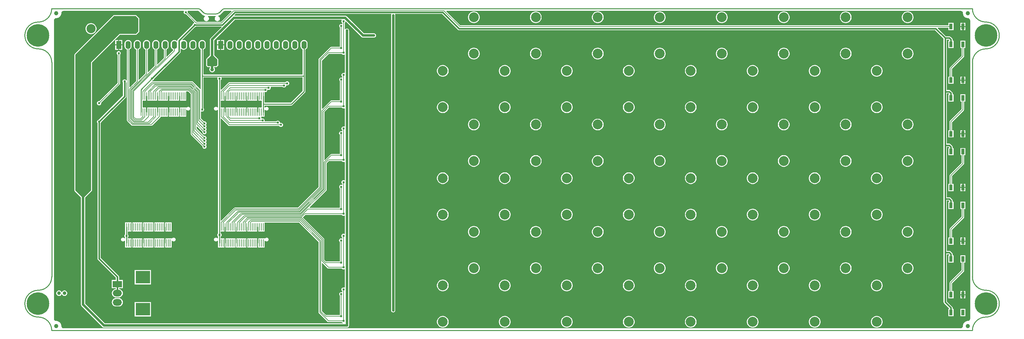
<source format=gtl>
G04*
G04 #@! TF.GenerationSoftware,Altium Limited,Altium Designer,22.2.1 (43)*
G04*
G04 Layer_Physical_Order=1*
G04 Layer_Color=255*
%FSLAX44Y44*%
%MOMM*%
G71*
G04*
G04 #@! TF.SameCoordinates,C2D7B67D-8841-428D-B263-7EF30795714A*
G04*
G04*
G04 #@! TF.FilePolarity,Positive*
G04*
G01*
G75*
%ADD10C,0.2540*%
%ADD12C,0.1524*%
%ADD15R,0.9000X1.5000*%
%ADD16R,0.2500X2.0000*%
%ADD31C,0.3810*%
%ADD32C,0.6350*%
%ADD33C,0.2500*%
%ADD34C,0.2500*%
%ADD35C,0.3302*%
%ADD36R,2.5000X1.8000*%
%ADD37O,2.5000X1.8000*%
%ADD38R,4.0000X3.5000*%
%ADD39C,1.0000*%
%ADD40C,1.1520*%
%ADD41C,6.2000*%
%ADD42C,2.7000*%
%ADD43C,2.5000*%
%ADD44R,2.5000X2.5000*%
%ADD45O,1.4000X2.2000*%
%ADD46R,1.4000X2.2000*%
%ADD47C,0.6200*%
%ADD48C,0.6200*%
G36*
X402547Y435975D02*
X403481Y435351D01*
X404453Y434632D01*
X404453Y434632D01*
X404462Y434626D01*
X411884Y427205D01*
X411884Y427205D01*
X411871Y427192D01*
X414631Y424927D01*
X417780Y423244D01*
X420323Y422472D01*
X420481Y421097D01*
X419677Y420633D01*
X418367Y419323D01*
X417440Y417717D01*
X416960Y415927D01*
Y414073D01*
X417440Y412283D01*
X418367Y410677D01*
X419677Y409367D01*
X421283Y408440D01*
X423073Y407960D01*
X424927D01*
X426717Y408440D01*
X428323Y409367D01*
X429633Y410677D01*
X430560Y412283D01*
X431040Y414073D01*
Y415927D01*
X430560Y417717D01*
X429633Y419323D01*
X428352Y420604D01*
X428356Y420740D01*
X428713Y421874D01*
X449287Y421874D01*
X449644Y420740D01*
X449648Y420604D01*
X448367Y419323D01*
X447440Y417717D01*
X446960Y415927D01*
Y414073D01*
X447440Y412283D01*
X448367Y410677D01*
X449677Y409367D01*
X451283Y408440D01*
X453073Y407960D01*
X454927D01*
X456717Y408440D01*
X458323Y409367D01*
X459633Y410677D01*
X460560Y412283D01*
X461040Y414073D01*
Y415927D01*
X460560Y417717D01*
X459633Y419323D01*
X458323Y420633D01*
X456717Y421560D01*
X456626Y421585D01*
X456604Y422905D01*
X457720Y423244D01*
X460869Y424927D01*
X463629Y427192D01*
X463616Y427205D01*
X463616Y427205D01*
X471038Y434626D01*
X471047Y434632D01*
X471047Y434632D01*
X472019Y435351D01*
X472953Y435975D01*
X475104Y436402D01*
X475250Y436373D01*
X492453D01*
X492939Y435200D01*
X464105Y406367D01*
X398395D01*
X373140Y431621D01*
Y433622D01*
X372526Y435103D01*
X373262Y436373D01*
X400250D01*
X400396Y436402D01*
X402547Y435975D01*
D02*
G37*
G36*
X795258Y410403D02*
X794570Y408742D01*
Y406498D01*
X795428Y404425D01*
X796843Y403011D01*
Y400932D01*
X795787Y400227D01*
X794982Y400560D01*
X792738D01*
X790665Y399701D01*
X789079Y398115D01*
X788220Y396042D01*
Y393798D01*
X789079Y391725D01*
X790493Y390311D01*
Y338490D01*
X789250Y337247D01*
X766380D01*
X765092Y336991D01*
X763999Y336261D01*
X732763Y305025D01*
X732034Y303932D01*
X731777Y302644D01*
Y-48288D01*
X675316Y-104749D01*
X501884D01*
X500596Y-105006D01*
X499503Y-105735D01*
X465038Y-140201D01*
X463864Y-139715D01*
Y139715D01*
X465038Y140201D01*
X484619Y120619D01*
X485712Y119890D01*
X487000Y119633D01*
X623890D01*
X625305Y118219D01*
X627378Y117360D01*
X629622D01*
X631695Y118219D01*
X633281Y119805D01*
X634140Y121878D01*
Y124122D01*
X633281Y126195D01*
X631695Y127781D01*
X629622Y128640D01*
X627378D01*
X626696Y128357D01*
X625640Y129063D01*
Y130122D01*
X624781Y132195D01*
X623195Y133781D01*
X621122Y134640D01*
X618878D01*
X616805Y133781D01*
X615391Y132367D01*
X584407D01*
X583701Y133423D01*
X583890Y133878D01*
Y136122D01*
X583031Y138195D01*
X581445Y139781D01*
X579372Y140640D01*
X577128D01*
X576410Y140343D01*
X575140Y141191D01*
Y142122D01*
X574281Y144195D01*
X574189Y144287D01*
X574675Y145460D01*
X583790D01*
Y157627D01*
X583864Y158000D01*
Y163995D01*
X584580Y164311D01*
X585134Y164385D01*
X586503Y163015D01*
X588448Y162210D01*
X590552D01*
X592496Y163015D01*
X593985Y164503D01*
X594790Y166448D01*
Y168552D01*
X593985Y170497D01*
X592496Y171985D01*
X590552Y172790D01*
X588448D01*
X586503Y171985D01*
X585134Y170615D01*
X584580Y170689D01*
X583864Y171005D01*
Y176136D01*
X657500D01*
X658979Y176430D01*
X660232Y177268D01*
X694582Y211618D01*
X694582Y211618D01*
X695420Y212871D01*
X695714Y214350D01*
X695714Y214350D01*
Y257500D01*
Y330175D01*
X696661Y330567D01*
X698654Y332096D01*
X700183Y334089D01*
X701144Y336409D01*
X701472Y338900D01*
Y346900D01*
X701144Y349390D01*
X700183Y351711D01*
X698654Y353704D01*
X696661Y355233D01*
X694340Y356194D01*
X691850Y356522D01*
X689360Y356194D01*
X687039Y355233D01*
X685046Y353704D01*
X683517Y351711D01*
X682556Y349390D01*
X682228Y346900D01*
Y338900D01*
X682556Y336409D01*
X683517Y334089D01*
X685046Y332096D01*
X687039Y330567D01*
X687986Y330175D01*
Y261364D01*
X416314D01*
Y330175D01*
X417261Y330567D01*
X419254Y332096D01*
X420783Y334089D01*
X421744Y336409D01*
X422072Y338900D01*
Y346900D01*
X421744Y349390D01*
X420783Y351711D01*
X419254Y353704D01*
X417261Y355233D01*
X414940Y356194D01*
X412450Y356522D01*
X409960Y356194D01*
X407639Y355233D01*
X405646Y353704D01*
X404117Y351711D01*
X403156Y349390D01*
X402828Y346900D01*
Y338900D01*
X403156Y336409D01*
X404117Y334089D01*
X405646Y332096D01*
X407639Y330567D01*
X408586Y330175D01*
Y257500D01*
Y221698D01*
X407412Y221212D01*
X386956Y241669D01*
X385863Y242398D01*
X384575Y242655D01*
X275933D01*
X275276Y243925D01*
X275584Y244360D01*
X276122D01*
X278195Y245219D01*
X279781Y246805D01*
X280640Y248878D01*
Y249231D01*
X352205Y320795D01*
X353187Y322266D01*
X353532Y324000D01*
X353532Y324000D01*
Y331833D01*
X354735Y332241D01*
X354846Y332096D01*
X356839Y330567D01*
X359160Y329605D01*
X361650Y329278D01*
X364140Y329605D01*
X366461Y330567D01*
X368454Y332096D01*
X369983Y334089D01*
X370944Y336409D01*
X371272Y338900D01*
Y346900D01*
X370944Y349390D01*
X369983Y351711D01*
X368454Y353704D01*
X366461Y355233D01*
X364140Y356194D01*
X361650Y356522D01*
X359160Y356194D01*
X358511Y355926D01*
X357792Y357002D01*
X392769Y391980D01*
X393122D01*
X395195Y392839D01*
X395444Y393088D01*
X465688D01*
X466174Y391915D01*
X435880Y361620D01*
X434617Y359730D01*
X434173Y357500D01*
Y314835D01*
X424169Y304831D01*
X423607Y303991D01*
X423410Y303000D01*
X423410Y287000D01*
X423607Y286009D01*
X424169Y285169D01*
X427169Y282169D01*
X428009Y281607D01*
X429000Y281410D01*
X434173D01*
Y279836D01*
X433966Y279630D01*
X432974Y277910D01*
X432460Y275993D01*
Y274007D01*
X432974Y272090D01*
X433966Y270370D01*
X435370Y268967D01*
X437090Y267974D01*
X439007Y267460D01*
X440993D01*
X442910Y267974D01*
X444630Y268967D01*
X446034Y270370D01*
X447026Y272090D01*
X447540Y274007D01*
Y275993D01*
X447026Y277910D01*
X446034Y279630D01*
X445827Y279836D01*
Y281410D01*
X451000D01*
X451991Y281607D01*
X452831Y282169D01*
X455831Y285169D01*
X456393Y286009D01*
X456590Y287000D01*
Y303000D01*
X456393Y303991D01*
X455831Y304831D01*
X445827Y314835D01*
Y355086D01*
X502414Y411673D01*
X794627D01*
X795258Y410403D01*
D02*
G37*
G36*
X2494965Y435951D02*
X2497054Y434554D01*
X2498450Y432465D01*
X2498699Y431217D01*
X2498827Y430000D01*
X2498827D01*
X2499293Y426461D01*
X2500659Y423163D01*
X2502832Y420332D01*
X2505663Y418159D01*
X2508961Y416793D01*
X2512500Y416327D01*
Y416327D01*
X2513717Y416199D01*
X2514965Y415951D01*
X2517054Y414554D01*
X2518450Y412465D01*
X2518702Y411199D01*
X2518874Y410000D01*
X2518874Y410000D01*
X2518999Y409034D01*
X2519033Y408211D01*
Y407498D01*
X2519033Y297768D01*
X2518934Y296245D01*
X2518852Y295000D01*
X2518874Y293730D01*
X2518874Y0D01*
X2518874Y-295000D01*
X2518852D01*
X2518873Y-295332D01*
X2518874Y-296270D01*
X2518874Y-410337D01*
X2518450Y-412465D01*
X2517054Y-414554D01*
X2514965Y-415951D01*
X2513717Y-416199D01*
X2512500Y-416327D01*
Y-416327D01*
X2508961Y-416793D01*
X2505663Y-418159D01*
X2502832Y-420332D01*
X2500659Y-423163D01*
X2499293Y-426461D01*
X2498827Y-430000D01*
X2498827D01*
X2498699Y-431217D01*
X2498450Y-432465D01*
X2497054Y-434554D01*
X2494965Y-435951D01*
X2493699Y-436202D01*
X2492500Y-436374D01*
X2491234Y-436384D01*
X33766D01*
X32500Y-436374D01*
X31301Y-436202D01*
X30035Y-435951D01*
X27946Y-434554D01*
X26549Y-432465D01*
X26301Y-431217D01*
X26173Y-430000D01*
X26173D01*
X25707Y-426461D01*
X24341Y-423163D01*
X22168Y-420332D01*
X19337Y-418159D01*
X16039Y-416793D01*
X12500Y-416327D01*
Y-416327D01*
X11283Y-416199D01*
X10035Y-415951D01*
X7946Y-414554D01*
X6550Y-412465D01*
X6298Y-411199D01*
X6126Y-410000D01*
X6126Y-410000D01*
X6001Y-409033D01*
X5967Y-408214D01*
Y-407498D01*
X5967Y-297758D01*
X6148Y-295000D01*
X6126D01*
X6126Y0D01*
X6126Y293730D01*
X6148Y295000D01*
X6126Y295343D01*
X6126Y296270D01*
X6126Y408775D01*
X6126Y410000D01*
X6126D01*
X6299Y411206D01*
X6550Y412465D01*
X7946Y414554D01*
X10035Y415951D01*
X11283Y416199D01*
X12500Y416327D01*
Y416327D01*
X16039Y416793D01*
X19337Y418159D01*
X22168Y420332D01*
X24341Y423163D01*
X25707Y426461D01*
X26173Y430000D01*
X26173D01*
X26301Y431217D01*
X26549Y432465D01*
X27946Y434554D01*
X30035Y435951D01*
X32162Y436373D01*
X361738Y436373D01*
X362474Y435103D01*
X361860Y433622D01*
Y431378D01*
X362719Y429305D01*
X364305Y427719D01*
X366378Y426860D01*
X368379D01*
X390805Y404434D01*
X390386Y403056D01*
X388805Y402402D01*
X387219Y400815D01*
X386360Y398742D01*
Y398390D01*
X345795Y357825D01*
X344813Y356354D01*
X344468Y354620D01*
Y353837D01*
X343265Y353429D01*
X343054Y353704D01*
X341061Y355233D01*
X338740Y356194D01*
X336250Y356522D01*
X333760Y356194D01*
X331439Y355233D01*
X329446Y353704D01*
X327917Y351711D01*
X326956Y349390D01*
X326628Y346900D01*
Y338900D01*
X326956Y336409D01*
X327917Y334089D01*
X329446Y332096D01*
X331439Y330567D01*
X332883Y329968D01*
Y328023D01*
X315390Y310530D01*
X314217Y311016D01*
Y329968D01*
X315661Y330567D01*
X317654Y332096D01*
X319183Y334089D01*
X320144Y336409D01*
X320472Y338900D01*
Y346900D01*
X320144Y349390D01*
X319183Y351711D01*
X317654Y353704D01*
X315661Y355233D01*
X313340Y356194D01*
X310850Y356522D01*
X308360Y356194D01*
X306039Y355233D01*
X304046Y353704D01*
X302517Y351711D01*
X301556Y349390D01*
X301228Y346900D01*
Y338900D01*
X301556Y336409D01*
X302517Y334089D01*
X304046Y332096D01*
X306039Y330567D01*
X307483Y329968D01*
Y306934D01*
X289990Y289441D01*
X288817Y289927D01*
Y329968D01*
X290261Y330567D01*
X292254Y332096D01*
X293783Y334089D01*
X294744Y336409D01*
X295072Y338900D01*
Y346900D01*
X294744Y349390D01*
X293783Y351711D01*
X292254Y353704D01*
X290261Y355233D01*
X287940Y356194D01*
X285450Y356522D01*
X282960Y356194D01*
X280639Y355233D01*
X278646Y353704D01*
X277117Y351711D01*
X276156Y349390D01*
X275828Y346900D01*
Y338900D01*
X276156Y336409D01*
X277117Y334089D01*
X278646Y332096D01*
X280639Y330567D01*
X282083Y329968D01*
Y285844D01*
X264590Y268351D01*
X263417Y268837D01*
Y329968D01*
X264861Y330567D01*
X266854Y332096D01*
X268383Y334089D01*
X269344Y336409D01*
X269672Y338900D01*
Y346900D01*
X269344Y349390D01*
X268383Y351711D01*
X266854Y353704D01*
X264861Y355233D01*
X262540Y356194D01*
X260050Y356522D01*
X257560Y356194D01*
X255239Y355233D01*
X253246Y353704D01*
X251717Y351711D01*
X250756Y349390D01*
X250428Y346900D01*
Y338900D01*
X250756Y336409D01*
X251717Y334089D01*
X253246Y332096D01*
X255239Y330567D01*
X256683Y329968D01*
Y264755D01*
X239190Y247262D01*
X238017Y247748D01*
Y329968D01*
X239461Y330567D01*
X241454Y332096D01*
X242983Y334089D01*
X243944Y336409D01*
X244272Y338900D01*
Y346900D01*
X243944Y349390D01*
X242983Y351711D01*
X241454Y353704D01*
X239461Y355233D01*
X237140Y356194D01*
X234650Y356522D01*
X232160Y356194D01*
X229839Y355233D01*
X227846Y353704D01*
X226317Y351711D01*
X225356Y349390D01*
X225028Y346900D01*
Y338900D01*
X225356Y336409D01*
X226317Y334089D01*
X227846Y332096D01*
X229839Y330567D01*
X231283Y329968D01*
Y243666D01*
X214300Y226682D01*
X213127Y227168D01*
Y330180D01*
X214061Y330567D01*
X216054Y332096D01*
X217583Y334089D01*
X218544Y336409D01*
X218872Y338900D01*
Y346900D01*
X218544Y349390D01*
X217583Y351711D01*
X216054Y353704D01*
X214061Y355233D01*
X211740Y356194D01*
X209250Y356522D01*
X206760Y356194D01*
X204439Y355233D01*
X202446Y353704D01*
X200917Y351711D01*
X199956Y349390D01*
X199628Y346900D01*
Y338900D01*
X199956Y336409D01*
X200917Y334089D01*
X202446Y332096D01*
X204439Y330567D01*
X206393Y329757D01*
Y245122D01*
X205123Y244869D01*
X204781Y245695D01*
X203195Y247281D01*
X201122Y248140D01*
X198878D01*
X196805Y247281D01*
X195219Y245695D01*
X194360Y243622D01*
Y241378D01*
X195219Y239305D01*
X195468Y239056D01*
Y203377D01*
X129231Y137140D01*
X128878D01*
X126805Y136281D01*
X125219Y134695D01*
X124360Y132622D01*
Y130378D01*
X125219Y128305D01*
X125468Y128056D01*
X125468Y-205000D01*
Y-245000D01*
X125813Y-246734D01*
X126795Y-248205D01*
X175468Y-296877D01*
Y-303460D01*
X164960D01*
Y-326540D01*
X175468D01*
Y-328496D01*
X173487Y-328757D01*
X170680Y-329920D01*
X168270Y-331770D01*
X166420Y-334180D01*
X165257Y-336987D01*
X164860Y-340000D01*
X165257Y-343013D01*
X166420Y-345820D01*
X168270Y-348230D01*
X170680Y-350080D01*
X173487Y-351243D01*
X176500Y-351640D01*
X183500D01*
X186513Y-351243D01*
X189320Y-350080D01*
X191730Y-348230D01*
X193580Y-345820D01*
X194743Y-343013D01*
X195140Y-340000D01*
X194743Y-336987D01*
X193580Y-334180D01*
X191730Y-331770D01*
X189320Y-329920D01*
X186513Y-328757D01*
X184532Y-328496D01*
Y-326540D01*
X195040D01*
Y-303460D01*
X184532D01*
Y-295000D01*
X184187Y-293266D01*
X183205Y-291795D01*
X183205Y-291795D01*
X134532Y-243123D01*
Y-205000D01*
X134532Y128056D01*
X134781Y128305D01*
X135640Y130378D01*
Y130731D01*
X203205Y198295D01*
X203205Y198295D01*
X204187Y199766D01*
X204532Y201500D01*
Y239056D01*
X204781Y239305D01*
X205123Y240131D01*
X206393Y239878D01*
Y135240D01*
X206650Y133952D01*
X207379Y132859D01*
X218859Y121379D01*
X219952Y120650D01*
X221240Y120393D01*
X273760D01*
X275048Y120650D01*
X276141Y121379D01*
X297381Y142619D01*
X298110Y143712D01*
X298367Y145000D01*
Y145460D01*
X318790D01*
Y158000D01*
Y170540D01*
X291210D01*
Y158000D01*
X288790D01*
Y170540D01*
X261210D01*
Y158000D01*
X258790D01*
Y170540D01*
X248864D01*
Y189460D01*
X258790D01*
Y202000D01*
X261210D01*
Y189460D01*
X288790D01*
Y202000D01*
X291210D01*
Y189460D01*
X318790D01*
Y202000D01*
X321209D01*
Y189460D01*
X348791D01*
Y202000D01*
X351209D01*
Y189460D01*
X368790D01*
Y214540D01*
X370041Y214585D01*
X374343D01*
X381537Y207391D01*
Y96846D01*
X381794Y95557D01*
X382523Y94465D01*
X413110Y63879D01*
Y61878D01*
X413968Y59805D01*
X415555Y58219D01*
X417628Y57360D01*
X419872D01*
X421945Y58219D01*
X423531Y59805D01*
X424390Y61878D01*
Y64122D01*
X423531Y66195D01*
X422726Y67000D01*
X423531Y67805D01*
X424390Y69878D01*
Y72122D01*
X423531Y74195D01*
X422726Y75000D01*
X423531Y75805D01*
X424390Y77878D01*
Y80122D01*
X423531Y82195D01*
X422726Y83000D01*
X423531Y83805D01*
X424390Y85878D01*
Y88122D01*
X423531Y90195D01*
X421945Y91781D01*
X419872Y92640D01*
X417871D01*
X397415Y113096D01*
Y117914D01*
X398588Y118401D01*
X413110Y103879D01*
Y101878D01*
X413968Y99805D01*
X415555Y98219D01*
X417628Y97360D01*
X419872D01*
X421945Y98219D01*
X423531Y99805D01*
X424390Y101878D01*
Y104122D01*
X423531Y106195D01*
X422726Y107000D01*
X423531Y107805D01*
X424390Y109878D01*
Y112122D01*
X423531Y114195D01*
X422726Y115000D01*
X423531Y115805D01*
X424390Y117878D01*
Y120122D01*
X423531Y122195D01*
X422726Y123000D01*
X423531Y123805D01*
X424390Y125878D01*
Y128122D01*
X423531Y130195D01*
X421945Y131781D01*
X419872Y132640D01*
X417871D01*
X409607Y140904D01*
Y158930D01*
X410663Y159636D01*
X411328Y159360D01*
X413572D01*
X415645Y160219D01*
X417231Y161805D01*
X418090Y163878D01*
Y166122D01*
X417231Y168195D01*
X416314Y169112D01*
Y253636D01*
X454027D01*
X454875Y252366D01*
X454360Y251122D01*
Y248878D01*
X455219Y246805D01*
X456136Y245888D01*
Y202000D01*
Y171005D01*
X455420Y170689D01*
X454866Y170615D01*
X453497Y171985D01*
X451552Y172790D01*
X449448D01*
X447504Y171985D01*
X446015Y170497D01*
X445210Y168552D01*
Y166448D01*
X446015Y164503D01*
X447504Y163015D01*
X449448Y162210D01*
X451552D01*
X453497Y163015D01*
X454866Y164385D01*
X455420Y164311D01*
X456136Y163995D01*
Y158000D01*
Y-158000D01*
Y-175888D01*
X455219Y-176805D01*
X454360Y-178878D01*
Y-181122D01*
X455219Y-183195D01*
X456136Y-184112D01*
Y-188995D01*
X455420Y-189311D01*
X454866Y-189385D01*
X453497Y-188015D01*
X451552Y-187210D01*
X449448D01*
X447504Y-188015D01*
X446015Y-189503D01*
X445210Y-191448D01*
Y-193552D01*
X446015Y-195497D01*
X447504Y-196985D01*
X449448Y-197790D01*
X451552D01*
X453497Y-196985D01*
X454866Y-195615D01*
X455420Y-195689D01*
X456136Y-196005D01*
Y-202000D01*
X456210Y-202373D01*
Y-214540D01*
X473791D01*
Y-202000D01*
Y-189460D01*
X463864D01*
Y-184112D01*
X464781Y-183195D01*
X465640Y-181122D01*
Y-178878D01*
X464781Y-176805D01*
X463864Y-175888D01*
Y-170540D01*
X473791D01*
Y-158000D01*
X476209D01*
Y-170540D01*
X503791D01*
Y-158000D01*
X506209D01*
Y-170540D01*
X533791D01*
Y-158000D01*
X536209D01*
Y-170540D01*
X563791D01*
Y-158000D01*
X566209D01*
Y-170540D01*
X583790D01*
Y-145559D01*
X678298D01*
X731633Y-198895D01*
Y-392500D01*
X731890Y-393788D01*
X732619Y-394881D01*
X756389Y-418651D01*
X757482Y-419380D01*
X758770Y-419637D01*
X795570D01*
X796985Y-421051D01*
X799058Y-421910D01*
X798969Y-423143D01*
X145944D01*
X91827Y-369026D01*
Y-76835D01*
X109331Y-59331D01*
X109893Y-58491D01*
X110090Y-57500D01*
Y293927D01*
X173349Y357187D01*
X174310Y356352D01*
X174310Y355207D01*
Y344170D01*
X182580D01*
Y356440D01*
X175577D01*
X174399Y356440D01*
X173563Y357401D01*
X186573Y370410D01*
X230500D01*
X231491Y370607D01*
X232331Y371169D01*
X239331Y378169D01*
X239893Y379009D01*
X240090Y380000D01*
Y415000D01*
X239893Y415991D01*
X239331Y416831D01*
X232331Y423831D01*
X231491Y424393D01*
X230500Y424590D01*
X171000D01*
X170009Y424393D01*
X169169Y423831D01*
X63169Y317831D01*
X62607Y316991D01*
X62410Y316000D01*
Y-57500D01*
X62607Y-58491D01*
X63169Y-59331D01*
X70669Y-66831D01*
X80173Y-76336D01*
Y-371440D01*
X80617Y-373670D01*
X81880Y-375560D01*
X139410Y-433090D01*
X141300Y-434353D01*
X143530Y-434797D01*
X809530D01*
X810470Y-434610D01*
X810652D01*
X810820Y-434540D01*
X811760Y-434353D01*
X812557Y-433821D01*
X812725Y-433751D01*
X812853Y-433623D01*
X813650Y-433090D01*
X814183Y-432293D01*
X814311Y-432165D01*
X814381Y-431997D01*
X814913Y-431200D01*
X815100Y-430260D01*
X815170Y-430092D01*
Y-429910D01*
X815357Y-428970D01*
Y-355230D01*
X815317Y-355029D01*
Y-281520D01*
Y-207851D01*
X815357Y-207650D01*
Y-133970D01*
Y-60230D01*
X815309Y-59990D01*
X815317Y-59950D01*
Y13730D01*
Y87149D01*
X815357Y87350D01*
Y161030D01*
Y234649D01*
X815387Y234800D01*
Y308480D01*
X815387Y308480D01*
Y382220D01*
X815200Y383160D01*
Y383342D01*
X815130Y383510D01*
X814943Y384450D01*
X814411Y385247D01*
X814341Y385415D01*
X814213Y385544D01*
X813680Y386340D01*
X812883Y386873D01*
X812755Y387001D01*
X812587Y387071D01*
X811790Y387603D01*
X810850Y387790D01*
X810682Y387860D01*
X810500D01*
X809560Y388047D01*
X808620Y387860D01*
X808438D01*
X808270Y387790D01*
X807330Y387603D01*
X806533Y387071D01*
X806365Y387001D01*
X806236Y386873D01*
X805440Y386340D01*
X804907Y385544D01*
X804847Y385483D01*
X804509Y385509D01*
X803613Y385819D01*
X803577Y385838D01*
Y403011D01*
X804991Y404425D01*
X805850Y406498D01*
Y406750D01*
X807023Y407236D01*
X849630Y364630D01*
X850427Y364097D01*
X850555Y363969D01*
X850723Y363899D01*
X851520Y363367D01*
X852460Y363180D01*
X852628Y363110D01*
X852810D01*
X853750Y362923D01*
X853750Y362923D01*
X883750D01*
X884690Y363110D01*
X884872D01*
X885040Y363180D01*
X885980Y363367D01*
X886777Y363899D01*
X886945Y363969D01*
X887073Y364097D01*
X887870Y364630D01*
X888403Y365427D01*
X888531Y365555D01*
X888601Y365723D01*
X889133Y366520D01*
X889320Y367460D01*
X889390Y367628D01*
Y367810D01*
X889577Y368750D01*
X889390Y369690D01*
Y369872D01*
X889320Y370040D01*
X889133Y370980D01*
X888601Y371777D01*
X888531Y371945D01*
X888403Y372073D01*
X887870Y372870D01*
X887073Y373403D01*
X886945Y373531D01*
X886777Y373601D01*
X885980Y374133D01*
X885040Y374320D01*
X884872Y374390D01*
X884690D01*
X883750Y374577D01*
X856164D01*
X809120Y421620D01*
X807230Y422883D01*
X805000Y423327D01*
X501532D01*
X501006Y424597D01*
X504377Y427968D01*
X930626Y427968D01*
X930707Y427899D01*
X931266Y426698D01*
X931041Y426360D01*
X930854Y425420D01*
X930784Y425252D01*
Y425070D01*
X930597Y424130D01*
Y350390D01*
X930597Y350390D01*
Y276831D01*
X930567Y276680D01*
Y202940D01*
X930567Y202940D01*
Y129581D01*
X930527Y129380D01*
Y55640D01*
X930527Y55640D01*
Y-18040D01*
X930575Y-18281D01*
X930567Y-18320D01*
Y-92060D01*
X930567Y-92060D01*
X930567Y-92060D01*
Y-165669D01*
X930527Y-165870D01*
Y-239610D01*
X930527Y-239610D01*
Y-313290D01*
X930567Y-313491D01*
Y-387060D01*
X930567Y-387060D01*
X930754Y-388000D01*
Y-388182D01*
X930824Y-388350D01*
X931011Y-389290D01*
X931543Y-390087D01*
X931613Y-390255D01*
X931741Y-390383D01*
X932274Y-391180D01*
X933071Y-391713D01*
X933199Y-391841D01*
X933367Y-391911D01*
X934164Y-392443D01*
X935104Y-392630D01*
X935272Y-392700D01*
X935454D01*
X936394Y-392887D01*
X937334Y-392700D01*
X937516D01*
X937684Y-392630D01*
X938624Y-392443D01*
X939421Y-391911D01*
X939589Y-391841D01*
X939717Y-391713D01*
X940514Y-391180D01*
X941047Y-390383D01*
X941175Y-390255D01*
X941245Y-390087D01*
X941777Y-389290D01*
X941964Y-388350D01*
X942034Y-388182D01*
Y-388000D01*
X942221Y-387060D01*
Y-313320D01*
X942181Y-313119D01*
Y-239610D01*
X942181Y-239610D01*
Y-165941D01*
X942221Y-165740D01*
Y-92060D01*
Y-18320D01*
X942173Y-18080D01*
X942181Y-18040D01*
Y55640D01*
X942181Y55640D01*
Y129059D01*
X942221Y129260D01*
Y202940D01*
X942221Y202940D01*
Y276559D01*
X942251Y276710D01*
Y350390D01*
X942251Y350390D01*
Y424130D01*
X942064Y425070D01*
Y425252D01*
X941994Y425420D01*
X941807Y426360D01*
X941582Y426698D01*
X942141Y427899D01*
X942222Y427968D01*
X1070123D01*
X1113795Y384295D01*
X1113795Y384295D01*
X1115266Y383313D01*
X1117000Y382968D01*
X1117000Y382968D01*
X2422823D01*
X2445918Y359873D01*
Y214250D01*
Y66750D01*
Y-80750D01*
Y-228250D01*
Y-364320D01*
X2446263Y-366054D01*
X2447245Y-367525D01*
X2461468Y-381747D01*
Y-383210D01*
X2458960D01*
Y-403290D01*
X2473040D01*
Y-383210D01*
X2470532D01*
Y-379870D01*
X2470532Y-379870D01*
X2470187Y-378136D01*
X2469205Y-376665D01*
X2469205Y-376665D01*
X2454982Y-362443D01*
Y-232782D01*
X2460003D01*
X2461468Y-234247D01*
Y-235710D01*
X2458960D01*
Y-255790D01*
X2473040D01*
Y-235710D01*
X2470532D01*
Y-232370D01*
X2470532Y-232370D01*
X2470187Y-230636D01*
X2469205Y-229165D01*
X2469205Y-229165D01*
X2465085Y-225045D01*
X2463614Y-224063D01*
X2461880Y-223718D01*
X2454982D01*
Y-85282D01*
X2460003D01*
X2461468Y-86747D01*
Y-88210D01*
X2458960D01*
Y-108290D01*
X2473040D01*
Y-88210D01*
X2470532D01*
Y-84870D01*
X2470532Y-84870D01*
X2470187Y-83136D01*
X2469205Y-81665D01*
X2469205Y-81665D01*
X2465085Y-77545D01*
X2463614Y-76563D01*
X2461880Y-76218D01*
X2454982D01*
Y62218D01*
X2460003D01*
X2461468Y60753D01*
Y59290D01*
X2458960D01*
Y39210D01*
X2473040D01*
Y59290D01*
X2470532D01*
Y62630D01*
X2470532Y62630D01*
X2470187Y64364D01*
X2469205Y65835D01*
X2469205Y65835D01*
X2465085Y69955D01*
X2463614Y70937D01*
X2461880Y71282D01*
X2454982D01*
Y209718D01*
X2460003D01*
X2461468Y208253D01*
Y206790D01*
X2458960D01*
Y186710D01*
X2473040D01*
Y206790D01*
X2470532D01*
Y210130D01*
X2470532Y210130D01*
X2470187Y211864D01*
X2469205Y213335D01*
X2469205Y213335D01*
X2465085Y217455D01*
X2463614Y218437D01*
X2461880Y218782D01*
X2454982D01*
Y357218D01*
X2460003D01*
X2461468Y355753D01*
Y354290D01*
X2458960D01*
Y334210D01*
X2473040D01*
Y354290D01*
X2470532D01*
Y357630D01*
X2470532Y357630D01*
X2470187Y359364D01*
X2469205Y360835D01*
X2469205Y360835D01*
X2465085Y364955D01*
X2463614Y365937D01*
X2461880Y366282D01*
X2452327D01*
X2429899Y388710D01*
X2430385Y389883D01*
X2458960D01*
Y383210D01*
X2473040D01*
Y403290D01*
X2458960D01*
Y396617D01*
X1120645D01*
X1082061Y435200D01*
X1082547Y436373D01*
X2492838Y436373D01*
X2494965Y435951D01*
D02*
G37*
G36*
X454000Y303000D02*
Y287000D01*
X451000Y284000D01*
X429000Y284000D01*
X426000Y287000D01*
X426000Y303000D01*
X438000Y315000D01*
X442000D01*
X454000Y303000D01*
D02*
G37*
G36*
X797015Y316399D02*
X799088Y315540D01*
X801332D01*
X802463Y316009D01*
X803733Y315160D01*
Y308480D01*
X803733Y308480D01*
Y266178D01*
X802463Y265329D01*
X801302Y265810D01*
X799058D01*
X796985Y264951D01*
X795398Y263365D01*
X794540Y261292D01*
Y259048D01*
X795398Y256975D01*
X796813Y255561D01*
Y253482D01*
X795757Y252776D01*
X794952Y253110D01*
X792708D01*
X790635Y252251D01*
X789048Y250665D01*
X788190Y248592D01*
Y246348D01*
X789048Y244275D01*
X790463Y242861D01*
Y191040D01*
X789220Y189797D01*
X766430D01*
X765142Y189540D01*
X764049Y188811D01*
X742732Y167493D01*
X741559Y167979D01*
Y299298D01*
X760075Y317813D01*
X795600D01*
X797015Y316399D01*
D02*
G37*
G36*
X687986Y215951D02*
X655899Y183864D01*
X583864D01*
Y202000D01*
X583790Y202373D01*
Y212668D01*
X584846Y213373D01*
X584878Y213360D01*
X587122D01*
X589195Y214219D01*
X590781Y215805D01*
X591640Y217878D01*
Y218912D01*
X592910Y219761D01*
X593878Y219360D01*
X596122D01*
X598195Y220219D01*
X599781Y221805D01*
X600640Y223878D01*
Y226122D01*
X600451Y226577D01*
X601157Y227633D01*
X632391D01*
X633805Y226219D01*
X635878Y225360D01*
X638122D01*
X640195Y226219D01*
X641781Y227805D01*
X642640Y229878D01*
Y230775D01*
X643910Y231623D01*
X644546Y231360D01*
X646790D01*
X648863Y232219D01*
X650449Y233805D01*
X651308Y235878D01*
Y238122D01*
X650449Y240195D01*
X648863Y241781D01*
X646790Y242640D01*
X644546D01*
X642473Y241781D01*
X641059Y240367D01*
X487000D01*
X485712Y240110D01*
X484619Y239381D01*
X465038Y219799D01*
X463864Y220285D01*
Y245888D01*
X464781Y246805D01*
X465640Y248878D01*
Y251122D01*
X465125Y252366D01*
X465973Y253636D01*
X687986D01*
Y215951D01*
D02*
G37*
G36*
X566209Y189460D02*
X576136D01*
Y180000D01*
Y170540D01*
X566209D01*
Y158000D01*
X563791D01*
Y170540D01*
X536209D01*
Y158000D01*
X533791D01*
Y170540D01*
X506209D01*
Y158000D01*
X503791D01*
Y170540D01*
X476209D01*
Y158000D01*
X473791D01*
Y170540D01*
X463864D01*
Y189460D01*
X473791D01*
Y202000D01*
X476209D01*
Y189460D01*
X503791D01*
Y202000D01*
X506209D01*
Y189460D01*
X533791D01*
Y202000D01*
X536209D01*
Y189460D01*
X563791D01*
Y202000D01*
X566209D01*
Y189460D01*
D02*
G37*
G36*
X796985Y168949D02*
X799058Y168090D01*
X801302D01*
X802433Y168559D01*
X803703Y167710D01*
Y161030D01*
Y118874D01*
X802433Y118025D01*
X801262Y118510D01*
X799018D01*
X796945Y117651D01*
X795359Y116065D01*
X794500Y113992D01*
Y111748D01*
X795359Y109675D01*
X796773Y108261D01*
Y106182D01*
X795717Y105476D01*
X794912Y105810D01*
X792668D01*
X790595Y104951D01*
X789008Y103365D01*
X788150Y101292D01*
Y99048D01*
X789008Y96975D01*
X790423Y95561D01*
Y43740D01*
X789180Y42497D01*
X766630D01*
X765342Y42240D01*
X764249Y41511D01*
X748828Y26089D01*
X747655Y26575D01*
Y157893D01*
X760125Y170363D01*
X795570D01*
X796985Y168949D01*
D02*
G37*
G36*
X796945Y21649D02*
X799018Y20790D01*
X801262D01*
X802393Y21259D01*
X803663Y20410D01*
Y13730D01*
Y-28793D01*
X802393Y-29642D01*
X801302Y-29190D01*
X799058D01*
X796985Y-30049D01*
X795398Y-31635D01*
X794540Y-33708D01*
Y-35952D01*
X795398Y-38025D01*
X796813Y-39439D01*
Y-41518D01*
X795757Y-42224D01*
X794952Y-41890D01*
X792708D01*
X790635Y-42749D01*
X789048Y-44335D01*
X788190Y-46408D01*
Y-48652D01*
X789048Y-50725D01*
X790463Y-52139D01*
Y-103961D01*
X789220Y-105203D01*
X707596D01*
X707110Y-104030D01*
X752929Y-58212D01*
X753658Y-57119D01*
X753915Y-55831D01*
Y16853D01*
X760125Y23063D01*
X795530D01*
X796945Y21649D01*
D02*
G37*
G36*
X237500Y415000D02*
Y380000D01*
X230500Y373000D01*
X185500D01*
X107500Y295000D01*
Y-57500D01*
X100000Y-65000D01*
X88000Y-77000D01*
X84000D01*
Y-76500D01*
X72500Y-65000D01*
X65000Y-57500D01*
Y316000D01*
X171000Y422000D01*
X230500D01*
X237500Y415000D01*
D02*
G37*
G36*
X796985Y-126051D02*
X799058Y-126910D01*
X801302D01*
X802433Y-126441D01*
X803703Y-127290D01*
Y-133970D01*
Y-176376D01*
X802433Y-177225D01*
X801262Y-176740D01*
X799018D01*
X796945Y-177599D01*
X795359Y-179185D01*
X794500Y-181258D01*
Y-183502D01*
X795359Y-185575D01*
X796773Y-186989D01*
Y-189068D01*
X795717Y-189774D01*
X794912Y-189440D01*
X792668D01*
X790595Y-190299D01*
X789008Y-191885D01*
X788150Y-193958D01*
Y-196202D01*
X789008Y-198275D01*
X790423Y-199689D01*
Y-251511D01*
X789180Y-252753D01*
X752424D01*
X747511Y-247840D01*
Y-191644D01*
X747254Y-190356D01*
X746525Y-189263D01*
X688511Y-131250D01*
X695125Y-124637D01*
X795570D01*
X796985Y-126051D01*
D02*
G37*
G36*
X756349Y-271201D02*
X757442Y-271930D01*
X758730Y-272187D01*
X795530D01*
X796945Y-273601D01*
X799018Y-274460D01*
X801262D01*
X802393Y-273991D01*
X803663Y-274840D01*
Y-281520D01*
Y-323793D01*
X802393Y-324642D01*
X801302Y-324190D01*
X799058D01*
X796985Y-325049D01*
X795398Y-326635D01*
X794540Y-328708D01*
Y-330952D01*
X795398Y-333025D01*
X796813Y-334439D01*
Y-336518D01*
X795757Y-337224D01*
X794952Y-336890D01*
X792708D01*
X790635Y-337749D01*
X789048Y-339335D01*
X788190Y-341408D01*
Y-343652D01*
X789048Y-345725D01*
X790463Y-347139D01*
Y-398960D01*
X789220Y-400203D01*
X752465D01*
X741415Y-389154D01*
Y-257925D01*
X742588Y-257439D01*
X756349Y-271201D01*
D02*
G37*
%LPC*%
G36*
X472790Y356440D02*
X464520D01*
Y344170D01*
X472790D01*
Y356440D01*
D02*
G37*
G36*
X461980D02*
X453710D01*
Y344170D01*
X461980D01*
Y356440D01*
D02*
G37*
G36*
X472790Y341630D02*
X464520D01*
Y329360D01*
X472790D01*
Y341630D01*
D02*
G37*
G36*
X461980D02*
X453710D01*
Y329360D01*
X461980D01*
Y341630D01*
D02*
G37*
G36*
X666450Y356522D02*
X663960Y356194D01*
X661639Y355233D01*
X659646Y353704D01*
X658117Y351711D01*
X657156Y349390D01*
X656828Y346900D01*
Y338900D01*
X657156Y336409D01*
X658117Y334089D01*
X659646Y332096D01*
X661639Y330567D01*
X663960Y329605D01*
X666450Y329278D01*
X668940Y329605D01*
X671261Y330567D01*
X673254Y332096D01*
X674783Y334089D01*
X675744Y336409D01*
X676072Y338900D01*
Y346900D01*
X675744Y349390D01*
X674783Y351711D01*
X673254Y353704D01*
X671261Y355233D01*
X668940Y356194D01*
X666450Y356522D01*
D02*
G37*
G36*
X641050D02*
X638560Y356194D01*
X636239Y355233D01*
X634246Y353704D01*
X632717Y351711D01*
X631756Y349390D01*
X631428Y346900D01*
Y338900D01*
X631756Y336409D01*
X632717Y334089D01*
X634246Y332096D01*
X636239Y330567D01*
X638560Y329605D01*
X641050Y329278D01*
X643540Y329605D01*
X645861Y330567D01*
X647854Y332096D01*
X649383Y334089D01*
X650344Y336409D01*
X650672Y338900D01*
Y346900D01*
X650344Y349390D01*
X649383Y351711D01*
X647854Y353704D01*
X645861Y355233D01*
X643540Y356194D01*
X641050Y356522D01*
D02*
G37*
G36*
X615650D02*
X613160Y356194D01*
X610839Y355233D01*
X608846Y353704D01*
X607317Y351711D01*
X606356Y349390D01*
X606028Y346900D01*
Y338900D01*
X606356Y336409D01*
X607317Y334089D01*
X608846Y332096D01*
X610839Y330567D01*
X613160Y329605D01*
X615650Y329278D01*
X618140Y329605D01*
X620461Y330567D01*
X622454Y332096D01*
X623983Y334089D01*
X624944Y336409D01*
X625272Y338900D01*
Y346900D01*
X624944Y349390D01*
X623983Y351711D01*
X622454Y353704D01*
X620461Y355233D01*
X618140Y356194D01*
X615650Y356522D01*
D02*
G37*
G36*
X590250D02*
X587760Y356194D01*
X585439Y355233D01*
X583446Y353704D01*
X581917Y351711D01*
X580956Y349390D01*
X580628Y346900D01*
Y338900D01*
X580956Y336409D01*
X581917Y334089D01*
X583446Y332096D01*
X585439Y330567D01*
X587760Y329605D01*
X590250Y329278D01*
X592740Y329605D01*
X595061Y330567D01*
X597054Y332096D01*
X598583Y334089D01*
X599544Y336409D01*
X599872Y338900D01*
Y346900D01*
X599544Y349390D01*
X598583Y351711D01*
X597054Y353704D01*
X595061Y355233D01*
X592740Y356194D01*
X590250Y356522D01*
D02*
G37*
G36*
X564850D02*
X562360Y356194D01*
X560039Y355233D01*
X558046Y353704D01*
X556517Y351711D01*
X555556Y349390D01*
X555228Y346900D01*
Y338900D01*
X555556Y336409D01*
X556517Y334089D01*
X558046Y332096D01*
X560039Y330567D01*
X562360Y329605D01*
X564850Y329278D01*
X567340Y329605D01*
X569661Y330567D01*
X571654Y332096D01*
X573183Y334089D01*
X574144Y336409D01*
X574472Y338900D01*
Y346900D01*
X574144Y349390D01*
X573183Y351711D01*
X571654Y353704D01*
X569661Y355233D01*
X567340Y356194D01*
X564850Y356522D01*
D02*
G37*
G36*
X539450D02*
X536960Y356194D01*
X534639Y355233D01*
X532646Y353704D01*
X531117Y351711D01*
X530156Y349390D01*
X529828Y346900D01*
Y338900D01*
X530156Y336409D01*
X531117Y334089D01*
X532646Y332096D01*
X534639Y330567D01*
X536960Y329605D01*
X539450Y329278D01*
X541940Y329605D01*
X544261Y330567D01*
X546254Y332096D01*
X547783Y334089D01*
X548744Y336409D01*
X549072Y338900D01*
Y346900D01*
X548744Y349390D01*
X547783Y351711D01*
X546254Y353704D01*
X544261Y355233D01*
X541940Y356194D01*
X539450Y356522D01*
D02*
G37*
G36*
X514050D02*
X511560Y356194D01*
X509239Y355233D01*
X507246Y353704D01*
X505717Y351711D01*
X504756Y349390D01*
X504428Y346900D01*
Y338900D01*
X504756Y336409D01*
X505717Y334089D01*
X507246Y332096D01*
X509239Y330567D01*
X511560Y329605D01*
X514050Y329278D01*
X516540Y329605D01*
X518861Y330567D01*
X520854Y332096D01*
X522383Y334089D01*
X523344Y336409D01*
X523672Y338900D01*
Y346900D01*
X523344Y349390D01*
X522383Y351711D01*
X520854Y353704D01*
X518861Y355233D01*
X516540Y356194D01*
X514050Y356522D01*
D02*
G37*
G36*
X488650D02*
X486160Y356194D01*
X483839Y355233D01*
X481846Y353704D01*
X480317Y351711D01*
X479356Y349390D01*
X479028Y346900D01*
Y338900D01*
X479356Y336409D01*
X480317Y334089D01*
X481846Y332096D01*
X483839Y330567D01*
X486160Y329605D01*
X488650Y329278D01*
X491140Y329605D01*
X493461Y330567D01*
X495454Y332096D01*
X496983Y334089D01*
X497944Y336409D01*
X498272Y338900D01*
Y346900D01*
X497944Y349390D01*
X496983Y351711D01*
X495454Y353704D01*
X493461Y355233D01*
X491140Y356194D01*
X488650Y356522D01*
D02*
G37*
G36*
X387050D02*
X384560Y356194D01*
X382239Y355233D01*
X380246Y353704D01*
X378717Y351711D01*
X377756Y349390D01*
X377428Y346900D01*
Y338900D01*
X377756Y336409D01*
X378717Y334089D01*
X380246Y332096D01*
X382239Y330567D01*
X384560Y329605D01*
X387050Y329278D01*
X389540Y329605D01*
X391861Y330567D01*
X393854Y332096D01*
X395383Y334089D01*
X396344Y336409D01*
X396672Y338900D01*
Y346900D01*
X396344Y349390D01*
X395383Y351711D01*
X393854Y353704D01*
X391861Y355233D01*
X389540Y356194D01*
X387050Y356522D01*
D02*
G37*
G36*
X2349080Y434790D02*
X2345920D01*
X2342821Y434174D01*
X2339902Y432965D01*
X2337275Y431209D01*
X2335041Y428975D01*
X2333286Y426348D01*
X2332076Y423429D01*
X2331460Y420330D01*
Y417170D01*
X2332076Y414071D01*
X2333286Y411152D01*
X2335041Y408525D01*
X2337275Y406291D01*
X2339902Y404535D01*
X2342821Y403326D01*
X2345920Y402710D01*
X2349080D01*
X2352179Y403326D01*
X2355098Y404535D01*
X2357725Y406291D01*
X2359959Y408525D01*
X2361714Y411152D01*
X2362923Y414071D01*
X2363540Y417170D01*
Y420330D01*
X2362923Y423429D01*
X2361714Y426348D01*
X2359959Y428975D01*
X2357725Y431209D01*
X2355098Y432965D01*
X2352179Y434174D01*
X2349080Y434790D01*
D02*
G37*
G36*
X2179080D02*
X2175920D01*
X2172821Y434174D01*
X2169902Y432965D01*
X2167275Y431209D01*
X2165041Y428975D01*
X2163286Y426348D01*
X2162076Y423429D01*
X2161460Y420330D01*
Y417170D01*
X2162076Y414071D01*
X2163286Y411152D01*
X2165041Y408525D01*
X2167275Y406291D01*
X2169902Y404535D01*
X2172821Y403326D01*
X2175920Y402710D01*
X2179080D01*
X2182179Y403326D01*
X2185098Y404535D01*
X2187725Y406291D01*
X2189959Y408525D01*
X2191714Y411152D01*
X2192924Y414071D01*
X2193540Y417170D01*
Y420330D01*
X2192924Y423429D01*
X2191714Y426348D01*
X2189959Y428975D01*
X2187725Y431209D01*
X2185098Y432965D01*
X2182179Y434174D01*
X2179080Y434790D01*
D02*
G37*
G36*
X2009080D02*
X2005920D01*
X2002821Y434174D01*
X1999902Y432965D01*
X1997275Y431209D01*
X1995041Y428975D01*
X1993286Y426348D01*
X1992076Y423429D01*
X1991460Y420330D01*
Y417170D01*
X1992076Y414071D01*
X1993286Y411152D01*
X1995041Y408525D01*
X1997275Y406291D01*
X1999902Y404535D01*
X2002821Y403326D01*
X2005920Y402710D01*
X2009080D01*
X2012179Y403326D01*
X2015098Y404535D01*
X2017725Y406291D01*
X2019959Y408525D01*
X2021714Y411152D01*
X2022923Y414071D01*
X2023540Y417170D01*
Y420330D01*
X2022923Y423429D01*
X2021714Y426348D01*
X2019959Y428975D01*
X2017725Y431209D01*
X2015098Y432965D01*
X2012179Y434174D01*
X2009080Y434790D01*
D02*
G37*
G36*
X1839080D02*
X1835920D01*
X1832821Y434174D01*
X1829902Y432965D01*
X1827275Y431209D01*
X1825041Y428975D01*
X1823286Y426348D01*
X1822076Y423429D01*
X1821460Y420330D01*
Y417170D01*
X1822076Y414071D01*
X1823286Y411152D01*
X1825041Y408525D01*
X1827275Y406291D01*
X1829902Y404535D01*
X1832821Y403326D01*
X1835920Y402710D01*
X1839080D01*
X1842179Y403326D01*
X1845098Y404535D01*
X1847725Y406291D01*
X1849959Y408525D01*
X1851714Y411152D01*
X1852923Y414071D01*
X1853540Y417170D01*
Y420330D01*
X1852923Y423429D01*
X1851714Y426348D01*
X1849959Y428975D01*
X1847725Y431209D01*
X1845098Y432965D01*
X1842179Y434174D01*
X1839080Y434790D01*
D02*
G37*
G36*
X1669080D02*
X1665920D01*
X1662821Y434174D01*
X1659902Y432965D01*
X1657275Y431209D01*
X1655041Y428975D01*
X1653286Y426348D01*
X1652076Y423429D01*
X1651460Y420330D01*
Y417170D01*
X1652076Y414071D01*
X1653286Y411152D01*
X1655041Y408525D01*
X1657275Y406291D01*
X1659902Y404535D01*
X1662821Y403326D01*
X1665920Y402710D01*
X1669080D01*
X1672179Y403326D01*
X1675098Y404535D01*
X1677725Y406291D01*
X1679959Y408525D01*
X1681714Y411152D01*
X1682924Y414071D01*
X1683540Y417170D01*
Y420330D01*
X1682924Y423429D01*
X1681714Y426348D01*
X1679959Y428975D01*
X1677725Y431209D01*
X1675098Y432965D01*
X1672179Y434174D01*
X1669080Y434790D01*
D02*
G37*
G36*
X1499080D02*
X1495920D01*
X1492821Y434174D01*
X1489902Y432965D01*
X1487275Y431209D01*
X1485041Y428975D01*
X1483286Y426348D01*
X1482076Y423429D01*
X1481460Y420330D01*
Y417170D01*
X1482076Y414071D01*
X1483286Y411152D01*
X1485041Y408525D01*
X1487275Y406291D01*
X1489902Y404535D01*
X1492821Y403326D01*
X1495920Y402710D01*
X1499080D01*
X1502179Y403326D01*
X1505098Y404535D01*
X1507725Y406291D01*
X1509959Y408525D01*
X1511714Y411152D01*
X1512923Y414071D01*
X1513540Y417170D01*
Y420330D01*
X1512923Y423429D01*
X1511714Y426348D01*
X1509959Y428975D01*
X1507725Y431209D01*
X1505098Y432965D01*
X1502179Y434174D01*
X1499080Y434790D01*
D02*
G37*
G36*
X1329080D02*
X1325920D01*
X1322821Y434174D01*
X1319902Y432965D01*
X1317275Y431209D01*
X1315041Y428975D01*
X1313286Y426348D01*
X1312076Y423429D01*
X1311460Y420330D01*
Y417170D01*
X1312076Y414071D01*
X1313286Y411152D01*
X1315041Y408525D01*
X1317275Y406291D01*
X1319902Y404535D01*
X1322821Y403326D01*
X1325920Y402710D01*
X1329080D01*
X1332179Y403326D01*
X1335098Y404535D01*
X1337725Y406291D01*
X1339959Y408525D01*
X1341714Y411152D01*
X1342924Y414071D01*
X1343540Y417170D01*
Y420330D01*
X1342924Y423429D01*
X1341714Y426348D01*
X1339959Y428975D01*
X1337725Y431209D01*
X1335098Y432965D01*
X1332179Y434174D01*
X1329080Y434790D01*
D02*
G37*
G36*
X1159080D02*
X1155920D01*
X1152821Y434174D01*
X1149902Y432965D01*
X1147275Y431209D01*
X1145041Y428975D01*
X1143286Y426348D01*
X1142076Y423429D01*
X1141460Y420330D01*
Y417170D01*
X1142076Y414071D01*
X1143286Y411152D01*
X1145041Y408525D01*
X1147275Y406291D01*
X1149902Y404535D01*
X1152821Y403326D01*
X1155920Y402710D01*
X1159080D01*
X1162179Y403326D01*
X1165098Y404535D01*
X1167725Y406291D01*
X1169959Y408525D01*
X1171714Y411152D01*
X1172924Y414071D01*
X1173540Y417170D01*
Y420330D01*
X1172924Y423429D01*
X1171714Y426348D01*
X1169959Y428975D01*
X1167725Y431209D01*
X1165098Y432965D01*
X1162179Y434174D01*
X1159080Y434790D01*
D02*
G37*
G36*
X2506040Y403290D02*
X2500270D01*
Y394520D01*
X2506040D01*
Y403290D01*
D02*
G37*
G36*
X2497730D02*
X2491960D01*
Y394520D01*
X2497730D01*
Y403290D01*
D02*
G37*
G36*
X2506040Y391980D02*
X2500270D01*
Y383210D01*
X2506040D01*
Y391980D01*
D02*
G37*
G36*
X2497730D02*
X2491960D01*
Y383210D01*
X2497730D01*
Y391980D01*
D02*
G37*
G36*
X109131Y402390D02*
X106169D01*
X103263Y401812D01*
X100526Y400678D01*
X98063Y399032D01*
X95968Y396937D01*
X94322Y394474D01*
X93188Y391737D01*
X92610Y388831D01*
Y385869D01*
X93188Y382963D01*
X94322Y380226D01*
X95968Y377763D01*
X98063Y375668D01*
X100526Y374022D01*
X103263Y372888D01*
X106169Y372310D01*
X109131D01*
X112037Y372888D01*
X114774Y374022D01*
X117237Y375668D01*
X119332Y377763D01*
X120978Y380226D01*
X122112Y382963D01*
X122690Y385869D01*
Y388831D01*
X122112Y391737D01*
X120978Y394474D01*
X119332Y396937D01*
X117237Y399032D01*
X114774Y400678D01*
X112037Y401812D01*
X109131Y402390D01*
D02*
G37*
G36*
X185120Y356440D02*
Y344170D01*
X193390D01*
Y356440D01*
X185120D01*
D02*
G37*
G36*
X193390Y341630D02*
X185120D01*
Y329360D01*
X193390D01*
Y341630D01*
D02*
G37*
G36*
X182580D02*
X174310D01*
Y329360D01*
X182580D01*
Y341630D01*
D02*
G37*
G36*
X2349080Y334790D02*
X2345920D01*
X2342821Y334174D01*
X2339902Y332965D01*
X2337275Y331209D01*
X2335041Y328975D01*
X2333286Y326348D01*
X2332076Y323429D01*
X2331460Y320330D01*
Y317170D01*
X2332076Y314071D01*
X2333286Y311152D01*
X2335041Y308525D01*
X2337275Y306291D01*
X2339902Y304536D01*
X2342821Y303326D01*
X2345920Y302710D01*
X2349080D01*
X2352179Y303326D01*
X2355098Y304536D01*
X2357725Y306291D01*
X2359959Y308525D01*
X2361714Y311152D01*
X2362923Y314071D01*
X2363540Y317170D01*
Y320330D01*
X2362923Y323429D01*
X2361714Y326348D01*
X2359959Y328975D01*
X2357725Y331209D01*
X2355098Y332965D01*
X2352179Y334174D01*
X2349080Y334790D01*
D02*
G37*
G36*
X2179080D02*
X2175920D01*
X2172821Y334174D01*
X2169902Y332965D01*
X2167275Y331209D01*
X2165041Y328975D01*
X2163286Y326348D01*
X2162076Y323429D01*
X2161460Y320330D01*
Y317170D01*
X2162076Y314071D01*
X2163286Y311152D01*
X2165041Y308525D01*
X2167275Y306291D01*
X2169902Y304536D01*
X2172821Y303326D01*
X2175920Y302710D01*
X2179080D01*
X2182179Y303326D01*
X2185098Y304536D01*
X2187725Y306291D01*
X2189959Y308525D01*
X2191714Y311152D01*
X2192924Y314071D01*
X2193540Y317170D01*
Y320330D01*
X2192924Y323429D01*
X2191714Y326348D01*
X2189959Y328975D01*
X2187725Y331209D01*
X2185098Y332965D01*
X2182179Y334174D01*
X2179080Y334790D01*
D02*
G37*
G36*
X2009080D02*
X2005920D01*
X2002821Y334174D01*
X1999902Y332965D01*
X1997275Y331209D01*
X1995041Y328975D01*
X1993286Y326348D01*
X1992076Y323429D01*
X1991460Y320330D01*
Y317170D01*
X1992076Y314071D01*
X1993286Y311152D01*
X1995041Y308525D01*
X1997275Y306291D01*
X1999902Y304536D01*
X2002821Y303326D01*
X2005920Y302710D01*
X2009080D01*
X2012179Y303326D01*
X2015098Y304536D01*
X2017725Y306291D01*
X2019959Y308525D01*
X2021714Y311152D01*
X2022923Y314071D01*
X2023540Y317170D01*
Y320330D01*
X2022923Y323429D01*
X2021714Y326348D01*
X2019959Y328975D01*
X2017725Y331209D01*
X2015098Y332965D01*
X2012179Y334174D01*
X2009080Y334790D01*
D02*
G37*
G36*
X1839080D02*
X1835920D01*
X1832821Y334174D01*
X1829902Y332965D01*
X1827275Y331209D01*
X1825041Y328975D01*
X1823286Y326348D01*
X1822076Y323429D01*
X1821460Y320330D01*
Y317170D01*
X1822076Y314071D01*
X1823286Y311152D01*
X1825041Y308525D01*
X1827275Y306291D01*
X1829902Y304536D01*
X1832821Y303326D01*
X1835920Y302710D01*
X1839080D01*
X1842179Y303326D01*
X1845098Y304536D01*
X1847725Y306291D01*
X1849959Y308525D01*
X1851714Y311152D01*
X1852923Y314071D01*
X1853540Y317170D01*
Y320330D01*
X1852923Y323429D01*
X1851714Y326348D01*
X1849959Y328975D01*
X1847725Y331209D01*
X1845098Y332965D01*
X1842179Y334174D01*
X1839080Y334790D01*
D02*
G37*
G36*
X1669080D02*
X1665920D01*
X1662821Y334174D01*
X1659902Y332965D01*
X1657275Y331209D01*
X1655041Y328975D01*
X1653286Y326348D01*
X1652076Y323429D01*
X1651460Y320330D01*
Y317170D01*
X1652076Y314071D01*
X1653286Y311152D01*
X1655041Y308525D01*
X1657275Y306291D01*
X1659902Y304536D01*
X1662821Y303326D01*
X1665920Y302710D01*
X1669080D01*
X1672179Y303326D01*
X1675098Y304536D01*
X1677725Y306291D01*
X1679959Y308525D01*
X1681714Y311152D01*
X1682924Y314071D01*
X1683540Y317170D01*
Y320330D01*
X1682924Y323429D01*
X1681714Y326348D01*
X1679959Y328975D01*
X1677725Y331209D01*
X1675098Y332965D01*
X1672179Y334174D01*
X1669080Y334790D01*
D02*
G37*
G36*
X1499080D02*
X1495920D01*
X1492821Y334174D01*
X1489902Y332965D01*
X1487275Y331209D01*
X1485041Y328975D01*
X1483286Y326348D01*
X1482076Y323429D01*
X1481460Y320330D01*
Y317170D01*
X1482076Y314071D01*
X1483286Y311152D01*
X1485041Y308525D01*
X1487275Y306291D01*
X1489902Y304536D01*
X1492821Y303326D01*
X1495920Y302710D01*
X1499080D01*
X1502179Y303326D01*
X1505098Y304536D01*
X1507725Y306291D01*
X1509959Y308525D01*
X1511714Y311152D01*
X1512923Y314071D01*
X1513540Y317170D01*
Y320330D01*
X1512923Y323429D01*
X1511714Y326348D01*
X1509959Y328975D01*
X1507725Y331209D01*
X1505098Y332965D01*
X1502179Y334174D01*
X1499080Y334790D01*
D02*
G37*
G36*
X1329080D02*
X1325920D01*
X1322821Y334174D01*
X1319902Y332965D01*
X1317275Y331209D01*
X1315041Y328975D01*
X1313286Y326348D01*
X1312076Y323429D01*
X1311460Y320330D01*
Y317170D01*
X1312076Y314071D01*
X1313286Y311152D01*
X1315041Y308525D01*
X1317275Y306291D01*
X1319902Y304536D01*
X1322821Y303326D01*
X1325920Y302710D01*
X1329080D01*
X1332179Y303326D01*
X1335098Y304536D01*
X1337725Y306291D01*
X1339959Y308525D01*
X1341714Y311152D01*
X1342924Y314071D01*
X1343540Y317170D01*
Y320330D01*
X1342924Y323429D01*
X1341714Y326348D01*
X1339959Y328975D01*
X1337725Y331209D01*
X1335098Y332965D01*
X1332179Y334174D01*
X1329080Y334790D01*
D02*
G37*
G36*
X1159080D02*
X1155920D01*
X1152821Y334174D01*
X1149902Y332965D01*
X1147275Y331209D01*
X1145041Y328975D01*
X1143286Y326348D01*
X1142076Y323429D01*
X1141460Y320330D01*
Y317170D01*
X1142076Y314071D01*
X1143286Y311152D01*
X1145041Y308525D01*
X1147275Y306291D01*
X1149902Y304536D01*
X1152821Y303326D01*
X1155920Y302710D01*
X1159080D01*
X1162179Y303326D01*
X1165098Y304536D01*
X1167725Y306291D01*
X1169959Y308525D01*
X1171714Y311152D01*
X1172924Y314071D01*
X1173540Y317170D01*
Y320330D01*
X1172924Y323429D01*
X1171714Y326348D01*
X1169959Y328975D01*
X1167725Y331209D01*
X1165098Y332965D01*
X1162179Y334174D01*
X1159080Y334790D01*
D02*
G37*
G36*
X2264080Y287290D02*
X2260920D01*
X2257821Y286674D01*
X2254902Y285464D01*
X2252275Y283709D01*
X2250041Y281475D01*
X2248286Y278848D01*
X2247076Y275929D01*
X2246460Y272830D01*
Y269670D01*
X2247076Y266571D01*
X2248286Y263652D01*
X2250041Y261025D01*
X2252275Y258791D01*
X2254902Y257036D01*
X2257821Y255826D01*
X2260920Y255210D01*
X2264080D01*
X2267179Y255826D01*
X2270098Y257036D01*
X2272725Y258791D01*
X2274959Y261025D01*
X2276714Y263652D01*
X2277923Y266571D01*
X2278540Y269670D01*
Y272830D01*
X2277923Y275929D01*
X2276714Y278848D01*
X2274959Y281475D01*
X2272725Y283709D01*
X2270098Y285464D01*
X2267179Y286674D01*
X2264080Y287290D01*
D02*
G37*
G36*
X2094080D02*
X2090920D01*
X2087821Y286674D01*
X2084902Y285464D01*
X2082275Y283709D01*
X2080041Y281475D01*
X2078286Y278848D01*
X2077076Y275929D01*
X2076460Y272830D01*
Y269670D01*
X2077076Y266571D01*
X2078286Y263652D01*
X2080041Y261025D01*
X2082275Y258791D01*
X2084902Y257036D01*
X2087821Y255826D01*
X2090920Y255210D01*
X2094080D01*
X2097179Y255826D01*
X2100098Y257036D01*
X2102725Y258791D01*
X2104959Y261025D01*
X2106714Y263652D01*
X2107923Y266571D01*
X2108540Y269670D01*
Y272830D01*
X2107923Y275929D01*
X2106714Y278848D01*
X2104959Y281475D01*
X2102725Y283709D01*
X2100098Y285464D01*
X2097179Y286674D01*
X2094080Y287290D01*
D02*
G37*
G36*
X1924080D02*
X1920920D01*
X1917821Y286674D01*
X1914902Y285464D01*
X1912275Y283709D01*
X1910041Y281475D01*
X1908286Y278848D01*
X1907076Y275929D01*
X1906460Y272830D01*
Y269670D01*
X1907076Y266571D01*
X1908286Y263652D01*
X1910041Y261025D01*
X1912275Y258791D01*
X1914902Y257036D01*
X1917821Y255826D01*
X1920920Y255210D01*
X1924080D01*
X1927179Y255826D01*
X1930098Y257036D01*
X1932725Y258791D01*
X1934959Y261025D01*
X1936714Y263652D01*
X1937923Y266571D01*
X1938540Y269670D01*
Y272830D01*
X1937923Y275929D01*
X1936714Y278848D01*
X1934959Y281475D01*
X1932725Y283709D01*
X1930098Y285464D01*
X1927179Y286674D01*
X1924080Y287290D01*
D02*
G37*
G36*
X1754080D02*
X1750920D01*
X1747821Y286674D01*
X1744902Y285464D01*
X1742275Y283709D01*
X1740041Y281475D01*
X1738286Y278848D01*
X1737076Y275929D01*
X1736460Y272830D01*
Y269670D01*
X1737076Y266571D01*
X1738286Y263652D01*
X1740041Y261025D01*
X1742275Y258791D01*
X1744902Y257036D01*
X1747821Y255826D01*
X1750920Y255210D01*
X1754080D01*
X1757179Y255826D01*
X1760098Y257036D01*
X1762725Y258791D01*
X1764959Y261025D01*
X1766714Y263652D01*
X1767923Y266571D01*
X1768540Y269670D01*
Y272830D01*
X1767923Y275929D01*
X1766714Y278848D01*
X1764959Y281475D01*
X1762725Y283709D01*
X1760098Y285464D01*
X1757179Y286674D01*
X1754080Y287290D01*
D02*
G37*
G36*
X1584080D02*
X1580920D01*
X1577821Y286674D01*
X1574902Y285464D01*
X1572275Y283709D01*
X1570041Y281475D01*
X1568286Y278848D01*
X1567076Y275929D01*
X1566460Y272830D01*
Y269670D01*
X1567076Y266571D01*
X1568286Y263652D01*
X1570041Y261025D01*
X1572275Y258791D01*
X1574902Y257036D01*
X1577821Y255826D01*
X1580920Y255210D01*
X1584080D01*
X1587179Y255826D01*
X1590098Y257036D01*
X1592725Y258791D01*
X1594959Y261025D01*
X1596714Y263652D01*
X1597924Y266571D01*
X1598540Y269670D01*
Y272830D01*
X1597924Y275929D01*
X1596714Y278848D01*
X1594959Y281475D01*
X1592725Y283709D01*
X1590098Y285464D01*
X1587179Y286674D01*
X1584080Y287290D01*
D02*
G37*
G36*
X1414080D02*
X1410920D01*
X1407821Y286674D01*
X1404902Y285464D01*
X1402275Y283709D01*
X1400041Y281475D01*
X1398286Y278848D01*
X1397076Y275929D01*
X1396460Y272830D01*
Y269670D01*
X1397076Y266571D01*
X1398286Y263652D01*
X1400041Y261025D01*
X1402275Y258791D01*
X1404902Y257036D01*
X1407821Y255826D01*
X1410920Y255210D01*
X1414080D01*
X1417179Y255826D01*
X1420098Y257036D01*
X1422725Y258791D01*
X1424959Y261025D01*
X1426714Y263652D01*
X1427923Y266571D01*
X1428540Y269670D01*
Y272830D01*
X1427923Y275929D01*
X1426714Y278848D01*
X1424959Y281475D01*
X1422725Y283709D01*
X1420098Y285464D01*
X1417179Y286674D01*
X1414080Y287290D01*
D02*
G37*
G36*
X1244080D02*
X1240920D01*
X1237821Y286674D01*
X1234902Y285464D01*
X1232275Y283709D01*
X1230041Y281475D01*
X1228286Y278848D01*
X1227076Y275929D01*
X1226460Y272830D01*
Y269670D01*
X1227076Y266571D01*
X1228286Y263652D01*
X1230041Y261025D01*
X1232275Y258791D01*
X1234902Y257036D01*
X1237821Y255826D01*
X1240920Y255210D01*
X1244080D01*
X1247179Y255826D01*
X1250098Y257036D01*
X1252725Y258791D01*
X1254959Y261025D01*
X1256714Y263652D01*
X1257924Y266571D01*
X1258540Y269670D01*
Y272830D01*
X1257924Y275929D01*
X1256714Y278848D01*
X1254959Y281475D01*
X1252725Y283709D01*
X1250098Y285464D01*
X1247179Y286674D01*
X1244080Y287290D01*
D02*
G37*
G36*
X1074080D02*
X1070920D01*
X1067821Y286674D01*
X1064902Y285464D01*
X1062275Y283709D01*
X1060041Y281475D01*
X1058286Y278848D01*
X1057076Y275929D01*
X1056460Y272830D01*
Y269670D01*
X1057076Y266571D01*
X1058286Y263652D01*
X1060041Y261025D01*
X1062275Y258791D01*
X1064902Y257036D01*
X1067821Y255826D01*
X1070920Y255210D01*
X1074080D01*
X1077179Y255826D01*
X1080098Y257036D01*
X1082725Y258791D01*
X1084959Y261025D01*
X1086714Y263652D01*
X1087924Y266571D01*
X1088540Y269670D01*
Y272830D01*
X1087924Y275929D01*
X1086714Y278848D01*
X1084959Y281475D01*
X1082725Y283709D01*
X1080098Y285464D01*
X1077179Y286674D01*
X1074080Y287290D01*
D02*
G37*
G36*
X2506040Y255790D02*
X2500270D01*
Y247020D01*
X2506040D01*
Y255790D01*
D02*
G37*
G36*
X2497730D02*
X2491960D01*
Y247020D01*
X2497730D01*
Y255790D01*
D02*
G37*
G36*
X2506040Y244480D02*
X2500270D01*
Y235710D01*
X2506040D01*
Y244480D01*
D02*
G37*
G36*
X2497730D02*
X2491960D01*
Y235710D01*
X2497730D01*
Y244480D01*
D02*
G37*
G36*
X2506040Y354290D02*
X2491960D01*
Y334210D01*
X2495633D01*
Y313195D01*
X2463619Y281181D01*
X2462890Y280088D01*
X2462633Y278800D01*
Y255790D01*
X2458960D01*
Y235710D01*
X2473040D01*
Y255790D01*
X2469367D01*
Y277405D01*
X2501381Y309419D01*
X2502110Y310512D01*
X2502367Y311800D01*
Y334210D01*
X2506040D01*
Y354290D01*
D02*
G37*
G36*
X184872Y325640D02*
X182628D01*
X180555Y324781D01*
X178969Y323195D01*
X178110Y321122D01*
Y318878D01*
X178969Y316805D01*
X180383Y315391D01*
Y237645D01*
X130879Y188140D01*
X128878D01*
X126805Y187281D01*
X125219Y185695D01*
X124360Y183622D01*
Y181378D01*
X125219Y179305D01*
X126805Y177719D01*
X128878Y176860D01*
X131122D01*
X133195Y177719D01*
X134781Y179305D01*
X135640Y181378D01*
Y183379D01*
X186131Y233869D01*
X186860Y234962D01*
X187117Y236250D01*
Y315391D01*
X188531Y316805D01*
X189390Y318878D01*
Y321122D01*
X188531Y323195D01*
X186945Y324781D01*
X184872Y325640D01*
D02*
G37*
G36*
X375552Y172790D02*
X373448D01*
X371503Y171985D01*
X370060Y170541D01*
X368790Y170540D01*
X368659Y170540D01*
X351209D01*
Y158000D01*
Y145460D01*
X368790D01*
Y164143D01*
X369824Y164447D01*
X370060Y164459D01*
X371503Y163015D01*
X373448Y162210D01*
X375552D01*
X377496Y163015D01*
X378985Y164503D01*
X379790Y166448D01*
Y168552D01*
X378985Y170497D01*
X377496Y171985D01*
X375552Y172790D01*
D02*
G37*
G36*
X2264080Y187290D02*
X2260920D01*
X2257821Y186674D01*
X2254902Y185464D01*
X2252275Y183709D01*
X2250041Y181475D01*
X2248286Y178848D01*
X2247076Y175929D01*
X2246460Y172830D01*
Y169670D01*
X2247076Y166571D01*
X2248286Y163652D01*
X2250041Y161025D01*
X2252275Y158791D01*
X2254902Y157036D01*
X2257821Y155826D01*
X2260920Y155210D01*
X2264080D01*
X2267179Y155826D01*
X2270098Y157036D01*
X2272725Y158791D01*
X2274959Y161025D01*
X2276714Y163652D01*
X2277923Y166571D01*
X2278540Y169670D01*
Y172830D01*
X2277923Y175929D01*
X2276714Y178848D01*
X2274959Y181475D01*
X2272725Y183709D01*
X2270098Y185464D01*
X2267179Y186674D01*
X2264080Y187290D01*
D02*
G37*
G36*
X2094080D02*
X2090920D01*
X2087821Y186674D01*
X2084902Y185464D01*
X2082275Y183709D01*
X2080041Y181475D01*
X2078286Y178848D01*
X2077076Y175929D01*
X2076460Y172830D01*
Y169670D01*
X2077076Y166571D01*
X2078286Y163652D01*
X2080041Y161025D01*
X2082275Y158791D01*
X2084902Y157036D01*
X2087821Y155826D01*
X2090920Y155210D01*
X2094080D01*
X2097179Y155826D01*
X2100098Y157036D01*
X2102725Y158791D01*
X2104959Y161025D01*
X2106714Y163652D01*
X2107923Y166571D01*
X2108540Y169670D01*
Y172830D01*
X2107923Y175929D01*
X2106714Y178848D01*
X2104959Y181475D01*
X2102725Y183709D01*
X2100098Y185464D01*
X2097179Y186674D01*
X2094080Y187290D01*
D02*
G37*
G36*
X1924080D02*
X1920920D01*
X1917821Y186674D01*
X1914902Y185464D01*
X1912275Y183709D01*
X1910041Y181475D01*
X1908286Y178848D01*
X1907076Y175929D01*
X1906460Y172830D01*
Y169670D01*
X1907076Y166571D01*
X1908286Y163652D01*
X1910041Y161025D01*
X1912275Y158791D01*
X1914902Y157036D01*
X1917821Y155826D01*
X1920920Y155210D01*
X1924080D01*
X1927179Y155826D01*
X1930098Y157036D01*
X1932725Y158791D01*
X1934959Y161025D01*
X1936714Y163652D01*
X1937923Y166571D01*
X1938540Y169670D01*
Y172830D01*
X1937923Y175929D01*
X1936714Y178848D01*
X1934959Y181475D01*
X1932725Y183709D01*
X1930098Y185464D01*
X1927179Y186674D01*
X1924080Y187290D01*
D02*
G37*
G36*
X1754080D02*
X1750920D01*
X1747821Y186674D01*
X1744902Y185464D01*
X1742275Y183709D01*
X1740041Y181475D01*
X1738286Y178848D01*
X1737076Y175929D01*
X1736460Y172830D01*
Y169670D01*
X1737076Y166571D01*
X1738286Y163652D01*
X1740041Y161025D01*
X1742275Y158791D01*
X1744902Y157036D01*
X1747821Y155826D01*
X1750920Y155210D01*
X1754080D01*
X1757179Y155826D01*
X1760098Y157036D01*
X1762725Y158791D01*
X1764959Y161025D01*
X1766714Y163652D01*
X1767923Y166571D01*
X1768540Y169670D01*
Y172830D01*
X1767923Y175929D01*
X1766714Y178848D01*
X1764959Y181475D01*
X1762725Y183709D01*
X1760098Y185464D01*
X1757179Y186674D01*
X1754080Y187290D01*
D02*
G37*
G36*
X1584080D02*
X1580920D01*
X1577821Y186674D01*
X1574902Y185464D01*
X1572275Y183709D01*
X1570041Y181475D01*
X1568286Y178848D01*
X1567076Y175929D01*
X1566460Y172830D01*
Y169670D01*
X1567076Y166571D01*
X1568286Y163652D01*
X1570041Y161025D01*
X1572275Y158791D01*
X1574902Y157036D01*
X1577821Y155826D01*
X1580920Y155210D01*
X1584080D01*
X1587179Y155826D01*
X1590098Y157036D01*
X1592725Y158791D01*
X1594959Y161025D01*
X1596714Y163652D01*
X1597924Y166571D01*
X1598540Y169670D01*
Y172830D01*
X1597924Y175929D01*
X1596714Y178848D01*
X1594959Y181475D01*
X1592725Y183709D01*
X1590098Y185464D01*
X1587179Y186674D01*
X1584080Y187290D01*
D02*
G37*
G36*
X1414080D02*
X1410920D01*
X1407821Y186674D01*
X1404902Y185464D01*
X1402275Y183709D01*
X1400041Y181475D01*
X1398286Y178848D01*
X1397076Y175929D01*
X1396460Y172830D01*
Y169670D01*
X1397076Y166571D01*
X1398286Y163652D01*
X1400041Y161025D01*
X1402275Y158791D01*
X1404902Y157036D01*
X1407821Y155826D01*
X1410920Y155210D01*
X1414080D01*
X1417179Y155826D01*
X1420098Y157036D01*
X1422725Y158791D01*
X1424959Y161025D01*
X1426714Y163652D01*
X1427923Y166571D01*
X1428540Y169670D01*
Y172830D01*
X1427923Y175929D01*
X1426714Y178848D01*
X1424959Y181475D01*
X1422725Y183709D01*
X1420098Y185464D01*
X1417179Y186674D01*
X1414080Y187290D01*
D02*
G37*
G36*
X1244080D02*
X1240920D01*
X1237821Y186674D01*
X1234902Y185464D01*
X1232275Y183709D01*
X1230041Y181475D01*
X1228286Y178848D01*
X1227076Y175929D01*
X1226460Y172830D01*
Y169670D01*
X1227076Y166571D01*
X1228286Y163652D01*
X1230041Y161025D01*
X1232275Y158791D01*
X1234902Y157036D01*
X1237821Y155826D01*
X1240920Y155210D01*
X1244080D01*
X1247179Y155826D01*
X1250098Y157036D01*
X1252725Y158791D01*
X1254959Y161025D01*
X1256714Y163652D01*
X1257924Y166571D01*
X1258540Y169670D01*
Y172830D01*
X1257924Y175929D01*
X1256714Y178848D01*
X1254959Y181475D01*
X1252725Y183709D01*
X1250098Y185464D01*
X1247179Y186674D01*
X1244080Y187290D01*
D02*
G37*
G36*
X1074080D02*
X1070920D01*
X1067821Y186674D01*
X1064902Y185464D01*
X1062275Y183709D01*
X1060041Y181475D01*
X1058286Y178848D01*
X1057076Y175929D01*
X1056460Y172830D01*
Y169670D01*
X1057076Y166571D01*
X1058286Y163652D01*
X1060041Y161025D01*
X1062275Y158791D01*
X1064902Y157036D01*
X1067821Y155826D01*
X1070920Y155210D01*
X1074080D01*
X1077179Y155826D01*
X1080098Y157036D01*
X1082725Y158791D01*
X1084959Y161025D01*
X1086714Y163652D01*
X1087924Y166571D01*
X1088540Y169670D01*
Y172830D01*
X1087924Y175929D01*
X1086714Y178848D01*
X1084959Y181475D01*
X1082725Y183709D01*
X1080098Y185464D01*
X1077179Y186674D01*
X1074080Y187290D01*
D02*
G37*
G36*
X348791Y170540D02*
X321209D01*
Y158000D01*
Y145460D01*
X348791D01*
Y158000D01*
Y170540D01*
D02*
G37*
G36*
X2349080Y139790D02*
X2345920D01*
X2342821Y139174D01*
X2339902Y137964D01*
X2337275Y136209D01*
X2335041Y133975D01*
X2333286Y131348D01*
X2332076Y128429D01*
X2331460Y125330D01*
Y122170D01*
X2332076Y119071D01*
X2333286Y116152D01*
X2335041Y113525D01*
X2337275Y111291D01*
X2339902Y109536D01*
X2342821Y108326D01*
X2345920Y107710D01*
X2349080D01*
X2352179Y108326D01*
X2355098Y109536D01*
X2357725Y111291D01*
X2359959Y113525D01*
X2361714Y116152D01*
X2362923Y119071D01*
X2363540Y122170D01*
Y125330D01*
X2362923Y128429D01*
X2361714Y131348D01*
X2359959Y133975D01*
X2357725Y136209D01*
X2355098Y137964D01*
X2352179Y139174D01*
X2349080Y139790D01*
D02*
G37*
G36*
X2179080D02*
X2175920D01*
X2172821Y139174D01*
X2169902Y137964D01*
X2167275Y136209D01*
X2165041Y133975D01*
X2163286Y131348D01*
X2162076Y128429D01*
X2161460Y125330D01*
Y122170D01*
X2162076Y119071D01*
X2163286Y116152D01*
X2165041Y113525D01*
X2167275Y111291D01*
X2169902Y109536D01*
X2172821Y108326D01*
X2175920Y107710D01*
X2179080D01*
X2182179Y108326D01*
X2185098Y109536D01*
X2187725Y111291D01*
X2189959Y113525D01*
X2191714Y116152D01*
X2192924Y119071D01*
X2193540Y122170D01*
Y125330D01*
X2192924Y128429D01*
X2191714Y131348D01*
X2189959Y133975D01*
X2187725Y136209D01*
X2185098Y137964D01*
X2182179Y139174D01*
X2179080Y139790D01*
D02*
G37*
G36*
X2009080D02*
X2005920D01*
X2002821Y139174D01*
X1999902Y137964D01*
X1997275Y136209D01*
X1995041Y133975D01*
X1993286Y131348D01*
X1992076Y128429D01*
X1991460Y125330D01*
Y122170D01*
X1992076Y119071D01*
X1993286Y116152D01*
X1995041Y113525D01*
X1997275Y111291D01*
X1999902Y109536D01*
X2002821Y108326D01*
X2005920Y107710D01*
X2009080D01*
X2012179Y108326D01*
X2015098Y109536D01*
X2017725Y111291D01*
X2019959Y113525D01*
X2021714Y116152D01*
X2022923Y119071D01*
X2023540Y122170D01*
Y125330D01*
X2022923Y128429D01*
X2021714Y131348D01*
X2019959Y133975D01*
X2017725Y136209D01*
X2015098Y137964D01*
X2012179Y139174D01*
X2009080Y139790D01*
D02*
G37*
G36*
X1839080D02*
X1835920D01*
X1832821Y139174D01*
X1829902Y137964D01*
X1827275Y136209D01*
X1825041Y133975D01*
X1823286Y131348D01*
X1822076Y128429D01*
X1821460Y125330D01*
Y122170D01*
X1822076Y119071D01*
X1823286Y116152D01*
X1825041Y113525D01*
X1827275Y111291D01*
X1829902Y109536D01*
X1832821Y108326D01*
X1835920Y107710D01*
X1839080D01*
X1842179Y108326D01*
X1845098Y109536D01*
X1847725Y111291D01*
X1849959Y113525D01*
X1851714Y116152D01*
X1852923Y119071D01*
X1853540Y122170D01*
Y125330D01*
X1852923Y128429D01*
X1851714Y131348D01*
X1849959Y133975D01*
X1847725Y136209D01*
X1845098Y137964D01*
X1842179Y139174D01*
X1839080Y139790D01*
D02*
G37*
G36*
X1669080D02*
X1665920D01*
X1662821Y139174D01*
X1659902Y137964D01*
X1657275Y136209D01*
X1655041Y133975D01*
X1653286Y131348D01*
X1652076Y128429D01*
X1651460Y125330D01*
Y122170D01*
X1652076Y119071D01*
X1653286Y116152D01*
X1655041Y113525D01*
X1657275Y111291D01*
X1659902Y109536D01*
X1662821Y108326D01*
X1665920Y107710D01*
X1669080D01*
X1672179Y108326D01*
X1675098Y109536D01*
X1677725Y111291D01*
X1679959Y113525D01*
X1681714Y116152D01*
X1682924Y119071D01*
X1683540Y122170D01*
Y125330D01*
X1682924Y128429D01*
X1681714Y131348D01*
X1679959Y133975D01*
X1677725Y136209D01*
X1675098Y137964D01*
X1672179Y139174D01*
X1669080Y139790D01*
D02*
G37*
G36*
X1499080D02*
X1495920D01*
X1492821Y139174D01*
X1489902Y137964D01*
X1487275Y136209D01*
X1485041Y133975D01*
X1483286Y131348D01*
X1482076Y128429D01*
X1481460Y125330D01*
Y122170D01*
X1482076Y119071D01*
X1483286Y116152D01*
X1485041Y113525D01*
X1487275Y111291D01*
X1489902Y109536D01*
X1492821Y108326D01*
X1495920Y107710D01*
X1499080D01*
X1502179Y108326D01*
X1505098Y109536D01*
X1507725Y111291D01*
X1509959Y113525D01*
X1511714Y116152D01*
X1512923Y119071D01*
X1513540Y122170D01*
Y125330D01*
X1512923Y128429D01*
X1511714Y131348D01*
X1509959Y133975D01*
X1507725Y136209D01*
X1505098Y137964D01*
X1502179Y139174D01*
X1499080Y139790D01*
D02*
G37*
G36*
X1329080D02*
X1325920D01*
X1322821Y139174D01*
X1319902Y137964D01*
X1317275Y136209D01*
X1315041Y133975D01*
X1313286Y131348D01*
X1312076Y128429D01*
X1311460Y125330D01*
Y122170D01*
X1312076Y119071D01*
X1313286Y116152D01*
X1315041Y113525D01*
X1317275Y111291D01*
X1319902Y109536D01*
X1322821Y108326D01*
X1325920Y107710D01*
X1329080D01*
X1332179Y108326D01*
X1335098Y109536D01*
X1337725Y111291D01*
X1339959Y113525D01*
X1341714Y116152D01*
X1342924Y119071D01*
X1343540Y122170D01*
Y125330D01*
X1342924Y128429D01*
X1341714Y131348D01*
X1339959Y133975D01*
X1337725Y136209D01*
X1335098Y137964D01*
X1332179Y139174D01*
X1329080Y139790D01*
D02*
G37*
G36*
X1159080D02*
X1155920D01*
X1152821Y139174D01*
X1149902Y137964D01*
X1147275Y136209D01*
X1145041Y133975D01*
X1143286Y131348D01*
X1142076Y128429D01*
X1141460Y125330D01*
Y122170D01*
X1142076Y119071D01*
X1143286Y116152D01*
X1145041Y113525D01*
X1147275Y111291D01*
X1149902Y109536D01*
X1152821Y108326D01*
X1155920Y107710D01*
X1159080D01*
X1162179Y108326D01*
X1165098Y109536D01*
X1167725Y111291D01*
X1169959Y113525D01*
X1171714Y116152D01*
X1172924Y119071D01*
X1173540Y122170D01*
Y125330D01*
X1172924Y128429D01*
X1171714Y131348D01*
X1169959Y133975D01*
X1167725Y136209D01*
X1165098Y137964D01*
X1162179Y139174D01*
X1159080Y139790D01*
D02*
G37*
G36*
X2506040Y108290D02*
X2500270D01*
Y99520D01*
X2506040D01*
Y108290D01*
D02*
G37*
G36*
X2497730D02*
X2491960D01*
Y99520D01*
X2497730D01*
Y108290D01*
D02*
G37*
G36*
X2506040Y96980D02*
X2500270D01*
Y88210D01*
X2506040D01*
Y96980D01*
D02*
G37*
G36*
X2497730D02*
X2491960D01*
Y88210D01*
X2497730D01*
Y96980D01*
D02*
G37*
G36*
X2506040Y206790D02*
X2491960D01*
Y186710D01*
X2495323D01*
Y166005D01*
X2463309Y133991D01*
X2462580Y132898D01*
X2462323Y131610D01*
Y108290D01*
X2458960D01*
Y88210D01*
X2473040D01*
Y108290D01*
X2469057D01*
Y130216D01*
X2501071Y162229D01*
X2501800Y163322D01*
X2502057Y164610D01*
Y186710D01*
X2506040D01*
Y206790D01*
D02*
G37*
G36*
X2349080Y39790D02*
X2345920D01*
X2342821Y39174D01*
X2339902Y37964D01*
X2337275Y36209D01*
X2335041Y33975D01*
X2333286Y31348D01*
X2332076Y28429D01*
X2331460Y25330D01*
Y22170D01*
X2332076Y19071D01*
X2333286Y16152D01*
X2335041Y13525D01*
X2337275Y11291D01*
X2339902Y9535D01*
X2342821Y8326D01*
X2345920Y7710D01*
X2349080D01*
X2352179Y8326D01*
X2355098Y9535D01*
X2357725Y11291D01*
X2359959Y13525D01*
X2361714Y16152D01*
X2362923Y19071D01*
X2363540Y22170D01*
Y25330D01*
X2362923Y28429D01*
X2361714Y31348D01*
X2359959Y33975D01*
X2357725Y36209D01*
X2355098Y37964D01*
X2352179Y39174D01*
X2349080Y39790D01*
D02*
G37*
G36*
X2179080D02*
X2175920D01*
X2172821Y39174D01*
X2169902Y37964D01*
X2167275Y36209D01*
X2165041Y33975D01*
X2163286Y31348D01*
X2162076Y28429D01*
X2161460Y25330D01*
Y22170D01*
X2162076Y19071D01*
X2163286Y16152D01*
X2165041Y13525D01*
X2167275Y11291D01*
X2169902Y9535D01*
X2172821Y8326D01*
X2175920Y7710D01*
X2179080D01*
X2182179Y8326D01*
X2185098Y9535D01*
X2187725Y11291D01*
X2189959Y13525D01*
X2191714Y16152D01*
X2192924Y19071D01*
X2193540Y22170D01*
Y25330D01*
X2192924Y28429D01*
X2191714Y31348D01*
X2189959Y33975D01*
X2187725Y36209D01*
X2185098Y37964D01*
X2182179Y39174D01*
X2179080Y39790D01*
D02*
G37*
G36*
X2009080D02*
X2005920D01*
X2002821Y39174D01*
X1999902Y37964D01*
X1997275Y36209D01*
X1995041Y33975D01*
X1993286Y31348D01*
X1992076Y28429D01*
X1991460Y25330D01*
Y22170D01*
X1992076Y19071D01*
X1993286Y16152D01*
X1995041Y13525D01*
X1997275Y11291D01*
X1999902Y9535D01*
X2002821Y8326D01*
X2005920Y7710D01*
X2009080D01*
X2012179Y8326D01*
X2015098Y9535D01*
X2017725Y11291D01*
X2019959Y13525D01*
X2021714Y16152D01*
X2022923Y19071D01*
X2023540Y22170D01*
Y25330D01*
X2022923Y28429D01*
X2021714Y31348D01*
X2019959Y33975D01*
X2017725Y36209D01*
X2015098Y37964D01*
X2012179Y39174D01*
X2009080Y39790D01*
D02*
G37*
G36*
X1839080D02*
X1835920D01*
X1832821Y39174D01*
X1829902Y37964D01*
X1827275Y36209D01*
X1825041Y33975D01*
X1823286Y31348D01*
X1822076Y28429D01*
X1821460Y25330D01*
Y22170D01*
X1822076Y19071D01*
X1823286Y16152D01*
X1825041Y13525D01*
X1827275Y11291D01*
X1829902Y9535D01*
X1832821Y8326D01*
X1835920Y7710D01*
X1839080D01*
X1842179Y8326D01*
X1845098Y9535D01*
X1847725Y11291D01*
X1849959Y13525D01*
X1851714Y16152D01*
X1852923Y19071D01*
X1853540Y22170D01*
Y25330D01*
X1852923Y28429D01*
X1851714Y31348D01*
X1849959Y33975D01*
X1847725Y36209D01*
X1845098Y37964D01*
X1842179Y39174D01*
X1839080Y39790D01*
D02*
G37*
G36*
X1669080D02*
X1665920D01*
X1662821Y39174D01*
X1659902Y37964D01*
X1657275Y36209D01*
X1655041Y33975D01*
X1653286Y31348D01*
X1652076Y28429D01*
X1651460Y25330D01*
Y22170D01*
X1652076Y19071D01*
X1653286Y16152D01*
X1655041Y13525D01*
X1657275Y11291D01*
X1659902Y9535D01*
X1662821Y8326D01*
X1665920Y7710D01*
X1669080D01*
X1672179Y8326D01*
X1675098Y9535D01*
X1677725Y11291D01*
X1679959Y13525D01*
X1681714Y16152D01*
X1682924Y19071D01*
X1683540Y22170D01*
Y25330D01*
X1682924Y28429D01*
X1681714Y31348D01*
X1679959Y33975D01*
X1677725Y36209D01*
X1675098Y37964D01*
X1672179Y39174D01*
X1669080Y39790D01*
D02*
G37*
G36*
X1499080D02*
X1495920D01*
X1492821Y39174D01*
X1489902Y37964D01*
X1487275Y36209D01*
X1485041Y33975D01*
X1483286Y31348D01*
X1482076Y28429D01*
X1481460Y25330D01*
Y22170D01*
X1482076Y19071D01*
X1483286Y16152D01*
X1485041Y13525D01*
X1487275Y11291D01*
X1489902Y9535D01*
X1492821Y8326D01*
X1495920Y7710D01*
X1499080D01*
X1502179Y8326D01*
X1505098Y9535D01*
X1507725Y11291D01*
X1509959Y13525D01*
X1511714Y16152D01*
X1512923Y19071D01*
X1513540Y22170D01*
Y25330D01*
X1512923Y28429D01*
X1511714Y31348D01*
X1509959Y33975D01*
X1507725Y36209D01*
X1505098Y37964D01*
X1502179Y39174D01*
X1499080Y39790D01*
D02*
G37*
G36*
X1329080D02*
X1325920D01*
X1322821Y39174D01*
X1319902Y37964D01*
X1317275Y36209D01*
X1315041Y33975D01*
X1313286Y31348D01*
X1312076Y28429D01*
X1311460Y25330D01*
Y22170D01*
X1312076Y19071D01*
X1313286Y16152D01*
X1315041Y13525D01*
X1317275Y11291D01*
X1319902Y9535D01*
X1322821Y8326D01*
X1325920Y7710D01*
X1329080D01*
X1332179Y8326D01*
X1335098Y9535D01*
X1337725Y11291D01*
X1339959Y13525D01*
X1341714Y16152D01*
X1342924Y19071D01*
X1343540Y22170D01*
Y25330D01*
X1342924Y28429D01*
X1341714Y31348D01*
X1339959Y33975D01*
X1337725Y36209D01*
X1335098Y37964D01*
X1332179Y39174D01*
X1329080Y39790D01*
D02*
G37*
G36*
X1159080D02*
X1155920D01*
X1152821Y39174D01*
X1149902Y37964D01*
X1147275Y36209D01*
X1145041Y33975D01*
X1143286Y31348D01*
X1142076Y28429D01*
X1141460Y25330D01*
Y22170D01*
X1142076Y19071D01*
X1143286Y16152D01*
X1145041Y13525D01*
X1147275Y11291D01*
X1149902Y9535D01*
X1152821Y8326D01*
X1155920Y7710D01*
X1159080D01*
X1162179Y8326D01*
X1165098Y9535D01*
X1167725Y11291D01*
X1169959Y13525D01*
X1171714Y16152D01*
X1172924Y19071D01*
X1173540Y22170D01*
Y25330D01*
X1172924Y28429D01*
X1171714Y31348D01*
X1169959Y33975D01*
X1167725Y36209D01*
X1165098Y37964D01*
X1162179Y39174D01*
X1159080Y39790D01*
D02*
G37*
G36*
X2264080Y-7710D02*
X2260920D01*
X2257821Y-8326D01*
X2254902Y-9535D01*
X2252275Y-11291D01*
X2250041Y-13525D01*
X2248286Y-16152D01*
X2247076Y-19071D01*
X2246460Y-22170D01*
Y-25330D01*
X2247076Y-28429D01*
X2248286Y-31348D01*
X2250041Y-33975D01*
X2252275Y-36209D01*
X2254902Y-37964D01*
X2257821Y-39174D01*
X2260920Y-39790D01*
X2264080D01*
X2267179Y-39174D01*
X2270098Y-37964D01*
X2272725Y-36209D01*
X2274959Y-33975D01*
X2276714Y-31348D01*
X2277923Y-28429D01*
X2278540Y-25330D01*
Y-22170D01*
X2277923Y-19071D01*
X2276714Y-16152D01*
X2274959Y-13525D01*
X2272725Y-11291D01*
X2270098Y-9535D01*
X2267179Y-8326D01*
X2264080Y-7710D01*
D02*
G37*
G36*
X2094080D02*
X2090920D01*
X2087821Y-8326D01*
X2084902Y-9535D01*
X2082275Y-11291D01*
X2080041Y-13525D01*
X2078286Y-16152D01*
X2077076Y-19071D01*
X2076460Y-22170D01*
Y-25330D01*
X2077076Y-28429D01*
X2078286Y-31348D01*
X2080041Y-33975D01*
X2082275Y-36209D01*
X2084902Y-37964D01*
X2087821Y-39174D01*
X2090920Y-39790D01*
X2094080D01*
X2097179Y-39174D01*
X2100098Y-37964D01*
X2102725Y-36209D01*
X2104959Y-33975D01*
X2106714Y-31348D01*
X2107923Y-28429D01*
X2108540Y-25330D01*
Y-22170D01*
X2107923Y-19071D01*
X2106714Y-16152D01*
X2104959Y-13525D01*
X2102725Y-11291D01*
X2100098Y-9535D01*
X2097179Y-8326D01*
X2094080Y-7710D01*
D02*
G37*
G36*
X1924080D02*
X1920920D01*
X1917821Y-8326D01*
X1914902Y-9535D01*
X1912275Y-11291D01*
X1910041Y-13525D01*
X1908286Y-16152D01*
X1907076Y-19071D01*
X1906460Y-22170D01*
Y-25330D01*
X1907076Y-28429D01*
X1908286Y-31348D01*
X1910041Y-33975D01*
X1912275Y-36209D01*
X1914902Y-37964D01*
X1917821Y-39174D01*
X1920920Y-39790D01*
X1924080D01*
X1927179Y-39174D01*
X1930098Y-37964D01*
X1932725Y-36209D01*
X1934959Y-33975D01*
X1936714Y-31348D01*
X1937923Y-28429D01*
X1938540Y-25330D01*
Y-22170D01*
X1937923Y-19071D01*
X1936714Y-16152D01*
X1934959Y-13525D01*
X1932725Y-11291D01*
X1930098Y-9535D01*
X1927179Y-8326D01*
X1924080Y-7710D01*
D02*
G37*
G36*
X1754080D02*
X1750920D01*
X1747821Y-8326D01*
X1744902Y-9535D01*
X1742275Y-11291D01*
X1740041Y-13525D01*
X1738286Y-16152D01*
X1737076Y-19071D01*
X1736460Y-22170D01*
Y-25330D01*
X1737076Y-28429D01*
X1738286Y-31348D01*
X1740041Y-33975D01*
X1742275Y-36209D01*
X1744902Y-37964D01*
X1747821Y-39174D01*
X1750920Y-39790D01*
X1754080D01*
X1757179Y-39174D01*
X1760098Y-37964D01*
X1762725Y-36209D01*
X1764959Y-33975D01*
X1766714Y-31348D01*
X1767923Y-28429D01*
X1768540Y-25330D01*
Y-22170D01*
X1767923Y-19071D01*
X1766714Y-16152D01*
X1764959Y-13525D01*
X1762725Y-11291D01*
X1760098Y-9535D01*
X1757179Y-8326D01*
X1754080Y-7710D01*
D02*
G37*
G36*
X1584080D02*
X1580920D01*
X1577821Y-8326D01*
X1574902Y-9535D01*
X1572275Y-11291D01*
X1570041Y-13525D01*
X1568286Y-16152D01*
X1567076Y-19071D01*
X1566460Y-22170D01*
Y-25330D01*
X1567076Y-28429D01*
X1568286Y-31348D01*
X1570041Y-33975D01*
X1572275Y-36209D01*
X1574902Y-37964D01*
X1577821Y-39174D01*
X1580920Y-39790D01*
X1584080D01*
X1587179Y-39174D01*
X1590098Y-37964D01*
X1592725Y-36209D01*
X1594959Y-33975D01*
X1596714Y-31348D01*
X1597924Y-28429D01*
X1598540Y-25330D01*
Y-22170D01*
X1597924Y-19071D01*
X1596714Y-16152D01*
X1594959Y-13525D01*
X1592725Y-11291D01*
X1590098Y-9535D01*
X1587179Y-8326D01*
X1584080Y-7710D01*
D02*
G37*
G36*
X1414080D02*
X1410920D01*
X1407821Y-8326D01*
X1404902Y-9535D01*
X1402275Y-11291D01*
X1400041Y-13525D01*
X1398286Y-16152D01*
X1397076Y-19071D01*
X1396460Y-22170D01*
Y-25330D01*
X1397076Y-28429D01*
X1398286Y-31348D01*
X1400041Y-33975D01*
X1402275Y-36209D01*
X1404902Y-37964D01*
X1407821Y-39174D01*
X1410920Y-39790D01*
X1414080D01*
X1417179Y-39174D01*
X1420098Y-37964D01*
X1422725Y-36209D01*
X1424959Y-33975D01*
X1426714Y-31348D01*
X1427923Y-28429D01*
X1428540Y-25330D01*
Y-22170D01*
X1427923Y-19071D01*
X1426714Y-16152D01*
X1424959Y-13525D01*
X1422725Y-11291D01*
X1420098Y-9535D01*
X1417179Y-8326D01*
X1414080Y-7710D01*
D02*
G37*
G36*
X1244080D02*
X1240920D01*
X1237821Y-8326D01*
X1234902Y-9535D01*
X1232275Y-11291D01*
X1230041Y-13525D01*
X1228286Y-16152D01*
X1227076Y-19071D01*
X1226460Y-22170D01*
Y-25330D01*
X1227076Y-28429D01*
X1228286Y-31348D01*
X1230041Y-33975D01*
X1232275Y-36209D01*
X1234902Y-37964D01*
X1237821Y-39174D01*
X1240920Y-39790D01*
X1244080D01*
X1247179Y-39174D01*
X1250098Y-37964D01*
X1252725Y-36209D01*
X1254959Y-33975D01*
X1256714Y-31348D01*
X1257924Y-28429D01*
X1258540Y-25330D01*
Y-22170D01*
X1257924Y-19071D01*
X1256714Y-16152D01*
X1254959Y-13525D01*
X1252725Y-11291D01*
X1250098Y-9535D01*
X1247179Y-8326D01*
X1244080Y-7710D01*
D02*
G37*
G36*
X1074080D02*
X1070920D01*
X1067821Y-8326D01*
X1064902Y-9535D01*
X1062275Y-11291D01*
X1060041Y-13525D01*
X1058286Y-16152D01*
X1057076Y-19071D01*
X1056460Y-22170D01*
Y-25330D01*
X1057076Y-28429D01*
X1058286Y-31348D01*
X1060041Y-33975D01*
X1062275Y-36209D01*
X1064902Y-37964D01*
X1067821Y-39174D01*
X1070920Y-39790D01*
X1074080D01*
X1077179Y-39174D01*
X1080098Y-37964D01*
X1082725Y-36209D01*
X1084959Y-33975D01*
X1086714Y-31348D01*
X1087924Y-28429D01*
X1088540Y-25330D01*
Y-22170D01*
X1087924Y-19071D01*
X1086714Y-16152D01*
X1084959Y-13525D01*
X1082725Y-11291D01*
X1080098Y-9535D01*
X1077179Y-8326D01*
X1074080Y-7710D01*
D02*
G37*
G36*
X2506040Y-39210D02*
X2500270D01*
Y-47980D01*
X2506040D01*
Y-39210D01*
D02*
G37*
G36*
X2497730D02*
X2491960D01*
Y-47980D01*
X2497730D01*
Y-39210D01*
D02*
G37*
G36*
X2506040Y-50520D02*
X2500270D01*
Y-59290D01*
X2506040D01*
Y-50520D01*
D02*
G37*
G36*
X2497730D02*
X2491960D01*
Y-59290D01*
X2497730D01*
Y-50520D01*
D02*
G37*
G36*
X2506040Y59290D02*
X2491960D01*
Y39210D01*
X2495633D01*
Y18195D01*
X2463619Y-13819D01*
X2462890Y-14912D01*
X2462633Y-16200D01*
Y-39210D01*
X2458960D01*
Y-59290D01*
X2473040D01*
Y-39210D01*
X2469367D01*
Y-17594D01*
X2501381Y14419D01*
X2502110Y15512D01*
X2502367Y16800D01*
Y39210D01*
X2506040D01*
Y59290D01*
D02*
G37*
G36*
X2264080Y-107710D02*
X2260920D01*
X2257821Y-108326D01*
X2254902Y-109536D01*
X2252275Y-111291D01*
X2250041Y-113525D01*
X2248286Y-116152D01*
X2247076Y-119071D01*
X2246460Y-122170D01*
Y-125330D01*
X2247076Y-128429D01*
X2248286Y-131348D01*
X2250041Y-133975D01*
X2252275Y-136209D01*
X2254902Y-137964D01*
X2257821Y-139174D01*
X2260920Y-139790D01*
X2264080D01*
X2267179Y-139174D01*
X2270098Y-137964D01*
X2272725Y-136209D01*
X2274959Y-133975D01*
X2276714Y-131348D01*
X2277923Y-128429D01*
X2278540Y-125330D01*
Y-122170D01*
X2277923Y-119071D01*
X2276714Y-116152D01*
X2274959Y-113525D01*
X2272725Y-111291D01*
X2270098Y-109536D01*
X2267179Y-108326D01*
X2264080Y-107710D01*
D02*
G37*
G36*
X2094080D02*
X2090920D01*
X2087821Y-108326D01*
X2084902Y-109536D01*
X2082275Y-111291D01*
X2080041Y-113525D01*
X2078286Y-116152D01*
X2077076Y-119071D01*
X2076460Y-122170D01*
Y-125330D01*
X2077076Y-128429D01*
X2078286Y-131348D01*
X2080041Y-133975D01*
X2082275Y-136209D01*
X2084902Y-137964D01*
X2087821Y-139174D01*
X2090920Y-139790D01*
X2094080D01*
X2097179Y-139174D01*
X2100098Y-137964D01*
X2102725Y-136209D01*
X2104959Y-133975D01*
X2106714Y-131348D01*
X2107923Y-128429D01*
X2108540Y-125330D01*
Y-122170D01*
X2107923Y-119071D01*
X2106714Y-116152D01*
X2104959Y-113525D01*
X2102725Y-111291D01*
X2100098Y-109536D01*
X2097179Y-108326D01*
X2094080Y-107710D01*
D02*
G37*
G36*
X1924080D02*
X1920920D01*
X1917821Y-108326D01*
X1914902Y-109536D01*
X1912275Y-111291D01*
X1910041Y-113525D01*
X1908286Y-116152D01*
X1907076Y-119071D01*
X1906460Y-122170D01*
Y-125330D01*
X1907076Y-128429D01*
X1908286Y-131348D01*
X1910041Y-133975D01*
X1912275Y-136209D01*
X1914902Y-137964D01*
X1917821Y-139174D01*
X1920920Y-139790D01*
X1924080D01*
X1927179Y-139174D01*
X1930098Y-137964D01*
X1932725Y-136209D01*
X1934959Y-133975D01*
X1936714Y-131348D01*
X1937923Y-128429D01*
X1938540Y-125330D01*
Y-122170D01*
X1937923Y-119071D01*
X1936714Y-116152D01*
X1934959Y-113525D01*
X1932725Y-111291D01*
X1930098Y-109536D01*
X1927179Y-108326D01*
X1924080Y-107710D01*
D02*
G37*
G36*
X1754080D02*
X1750920D01*
X1747821Y-108326D01*
X1744902Y-109536D01*
X1742275Y-111291D01*
X1740041Y-113525D01*
X1738286Y-116152D01*
X1737076Y-119071D01*
X1736460Y-122170D01*
Y-125330D01*
X1737076Y-128429D01*
X1738286Y-131348D01*
X1740041Y-133975D01*
X1742275Y-136209D01*
X1744902Y-137964D01*
X1747821Y-139174D01*
X1750920Y-139790D01*
X1754080D01*
X1757179Y-139174D01*
X1760098Y-137964D01*
X1762725Y-136209D01*
X1764959Y-133975D01*
X1766714Y-131348D01*
X1767923Y-128429D01*
X1768540Y-125330D01*
Y-122170D01*
X1767923Y-119071D01*
X1766714Y-116152D01*
X1764959Y-113525D01*
X1762725Y-111291D01*
X1760098Y-109536D01*
X1757179Y-108326D01*
X1754080Y-107710D01*
D02*
G37*
G36*
X1584080D02*
X1580920D01*
X1577821Y-108326D01*
X1574902Y-109536D01*
X1572275Y-111291D01*
X1570041Y-113525D01*
X1568286Y-116152D01*
X1567076Y-119071D01*
X1566460Y-122170D01*
Y-125330D01*
X1567076Y-128429D01*
X1568286Y-131348D01*
X1570041Y-133975D01*
X1572275Y-136209D01*
X1574902Y-137964D01*
X1577821Y-139174D01*
X1580920Y-139790D01*
X1584080D01*
X1587179Y-139174D01*
X1590098Y-137964D01*
X1592725Y-136209D01*
X1594959Y-133975D01*
X1596714Y-131348D01*
X1597924Y-128429D01*
X1598540Y-125330D01*
Y-122170D01*
X1597924Y-119071D01*
X1596714Y-116152D01*
X1594959Y-113525D01*
X1592725Y-111291D01*
X1590098Y-109536D01*
X1587179Y-108326D01*
X1584080Y-107710D01*
D02*
G37*
G36*
X1414080D02*
X1410920D01*
X1407821Y-108326D01*
X1404902Y-109536D01*
X1402275Y-111291D01*
X1400041Y-113525D01*
X1398286Y-116152D01*
X1397076Y-119071D01*
X1396460Y-122170D01*
Y-125330D01*
X1397076Y-128429D01*
X1398286Y-131348D01*
X1400041Y-133975D01*
X1402275Y-136209D01*
X1404902Y-137964D01*
X1407821Y-139174D01*
X1410920Y-139790D01*
X1414080D01*
X1417179Y-139174D01*
X1420098Y-137964D01*
X1422725Y-136209D01*
X1424959Y-133975D01*
X1426714Y-131348D01*
X1427923Y-128429D01*
X1428540Y-125330D01*
Y-122170D01*
X1427923Y-119071D01*
X1426714Y-116152D01*
X1424959Y-113525D01*
X1422725Y-111291D01*
X1420098Y-109536D01*
X1417179Y-108326D01*
X1414080Y-107710D01*
D02*
G37*
G36*
X1244080D02*
X1240920D01*
X1237821Y-108326D01*
X1234902Y-109536D01*
X1232275Y-111291D01*
X1230041Y-113525D01*
X1228286Y-116152D01*
X1227076Y-119071D01*
X1226460Y-122170D01*
Y-125330D01*
X1227076Y-128429D01*
X1228286Y-131348D01*
X1230041Y-133975D01*
X1232275Y-136209D01*
X1234902Y-137964D01*
X1237821Y-139174D01*
X1240920Y-139790D01*
X1244080D01*
X1247179Y-139174D01*
X1250098Y-137964D01*
X1252725Y-136209D01*
X1254959Y-133975D01*
X1256714Y-131348D01*
X1257924Y-128429D01*
X1258540Y-125330D01*
Y-122170D01*
X1257924Y-119071D01*
X1256714Y-116152D01*
X1254959Y-113525D01*
X1252725Y-111291D01*
X1250098Y-109536D01*
X1247179Y-108326D01*
X1244080Y-107710D01*
D02*
G37*
G36*
X1074080D02*
X1070920D01*
X1067821Y-108326D01*
X1064902Y-109536D01*
X1062275Y-111291D01*
X1060041Y-113525D01*
X1058286Y-116152D01*
X1057076Y-119071D01*
X1056460Y-122170D01*
Y-125330D01*
X1057076Y-128429D01*
X1058286Y-131348D01*
X1060041Y-133975D01*
X1062275Y-136209D01*
X1064902Y-137964D01*
X1067821Y-139174D01*
X1070920Y-139790D01*
X1074080D01*
X1077179Y-139174D01*
X1080098Y-137964D01*
X1082725Y-136209D01*
X1084959Y-133975D01*
X1086714Y-131348D01*
X1087924Y-128429D01*
X1088540Y-125330D01*
Y-122170D01*
X1087924Y-119071D01*
X1086714Y-116152D01*
X1084959Y-113525D01*
X1082725Y-111291D01*
X1080098Y-109536D01*
X1077179Y-108326D01*
X1074080Y-107710D01*
D02*
G37*
G36*
X328790Y-145460D02*
X311210D01*
Y-158000D01*
Y-170540D01*
X328790D01*
Y-145460D01*
D02*
G37*
G36*
X308790D02*
X281210D01*
Y-158000D01*
Y-170540D01*
X308790D01*
Y-158000D01*
Y-145460D01*
D02*
G37*
G36*
X278790D02*
X251210D01*
Y-158000D01*
Y-170540D01*
X278790D01*
Y-158000D01*
Y-145460D01*
D02*
G37*
G36*
X248790D02*
X221210D01*
Y-158000D01*
Y-170540D01*
X248790D01*
Y-158000D01*
Y-145460D01*
D02*
G37*
G36*
X2349080Y-155210D02*
X2345920D01*
X2342821Y-155826D01*
X2339902Y-157036D01*
X2337275Y-158791D01*
X2335041Y-161025D01*
X2333286Y-163652D01*
X2332076Y-166571D01*
X2331460Y-169670D01*
Y-172830D01*
X2332076Y-175929D01*
X2333286Y-178848D01*
X2335041Y-181475D01*
X2337275Y-183709D01*
X2339902Y-185464D01*
X2342821Y-186674D01*
X2345920Y-187290D01*
X2349080D01*
X2352179Y-186674D01*
X2355098Y-185464D01*
X2357725Y-183709D01*
X2359959Y-181475D01*
X2361714Y-178848D01*
X2362923Y-175929D01*
X2363540Y-172830D01*
Y-169670D01*
X2362923Y-166571D01*
X2361714Y-163652D01*
X2359959Y-161025D01*
X2357725Y-158791D01*
X2355098Y-157036D01*
X2352179Y-155826D01*
X2349080Y-155210D01*
D02*
G37*
G36*
X2179080D02*
X2175920D01*
X2172821Y-155826D01*
X2169902Y-157036D01*
X2167275Y-158791D01*
X2165041Y-161025D01*
X2163286Y-163652D01*
X2162076Y-166571D01*
X2161460Y-169670D01*
Y-172830D01*
X2162076Y-175929D01*
X2163286Y-178848D01*
X2165041Y-181475D01*
X2167275Y-183709D01*
X2169902Y-185464D01*
X2172821Y-186674D01*
X2175920Y-187290D01*
X2179080D01*
X2182179Y-186674D01*
X2185098Y-185464D01*
X2187725Y-183709D01*
X2189959Y-181475D01*
X2191714Y-178848D01*
X2192924Y-175929D01*
X2193540Y-172830D01*
Y-169670D01*
X2192924Y-166571D01*
X2191714Y-163652D01*
X2189959Y-161025D01*
X2187725Y-158791D01*
X2185098Y-157036D01*
X2182179Y-155826D01*
X2179080Y-155210D01*
D02*
G37*
G36*
X2009080D02*
X2005920D01*
X2002821Y-155826D01*
X1999902Y-157036D01*
X1997275Y-158791D01*
X1995041Y-161025D01*
X1993286Y-163652D01*
X1992076Y-166571D01*
X1991460Y-169670D01*
Y-172830D01*
X1992076Y-175929D01*
X1993286Y-178848D01*
X1995041Y-181475D01*
X1997275Y-183709D01*
X1999902Y-185464D01*
X2002821Y-186674D01*
X2005920Y-187290D01*
X2009080D01*
X2012179Y-186674D01*
X2015098Y-185464D01*
X2017725Y-183709D01*
X2019959Y-181475D01*
X2021714Y-178848D01*
X2022923Y-175929D01*
X2023540Y-172830D01*
Y-169670D01*
X2022923Y-166571D01*
X2021714Y-163652D01*
X2019959Y-161025D01*
X2017725Y-158791D01*
X2015098Y-157036D01*
X2012179Y-155826D01*
X2009080Y-155210D01*
D02*
G37*
G36*
X1839080D02*
X1835920D01*
X1832821Y-155826D01*
X1829902Y-157036D01*
X1827275Y-158791D01*
X1825041Y-161025D01*
X1823286Y-163652D01*
X1822076Y-166571D01*
X1821460Y-169670D01*
Y-172830D01*
X1822076Y-175929D01*
X1823286Y-178848D01*
X1825041Y-181475D01*
X1827275Y-183709D01*
X1829902Y-185464D01*
X1832821Y-186674D01*
X1835920Y-187290D01*
X1839080D01*
X1842179Y-186674D01*
X1845098Y-185464D01*
X1847725Y-183709D01*
X1849959Y-181475D01*
X1851714Y-178848D01*
X1852923Y-175929D01*
X1853540Y-172830D01*
Y-169670D01*
X1852923Y-166571D01*
X1851714Y-163652D01*
X1849959Y-161025D01*
X1847725Y-158791D01*
X1845098Y-157036D01*
X1842179Y-155826D01*
X1839080Y-155210D01*
D02*
G37*
G36*
X1669080D02*
X1665920D01*
X1662821Y-155826D01*
X1659902Y-157036D01*
X1657275Y-158791D01*
X1655041Y-161025D01*
X1653286Y-163652D01*
X1652076Y-166571D01*
X1651460Y-169670D01*
Y-172830D01*
X1652076Y-175929D01*
X1653286Y-178848D01*
X1655041Y-181475D01*
X1657275Y-183709D01*
X1659902Y-185464D01*
X1662821Y-186674D01*
X1665920Y-187290D01*
X1669080D01*
X1672179Y-186674D01*
X1675098Y-185464D01*
X1677725Y-183709D01*
X1679959Y-181475D01*
X1681714Y-178848D01*
X1682924Y-175929D01*
X1683540Y-172830D01*
Y-169670D01*
X1682924Y-166571D01*
X1681714Y-163652D01*
X1679959Y-161025D01*
X1677725Y-158791D01*
X1675098Y-157036D01*
X1672179Y-155826D01*
X1669080Y-155210D01*
D02*
G37*
G36*
X1499080D02*
X1495920D01*
X1492821Y-155826D01*
X1489902Y-157036D01*
X1487275Y-158791D01*
X1485041Y-161025D01*
X1483286Y-163652D01*
X1482076Y-166571D01*
X1481460Y-169670D01*
Y-172830D01*
X1482076Y-175929D01*
X1483286Y-178848D01*
X1485041Y-181475D01*
X1487275Y-183709D01*
X1489902Y-185464D01*
X1492821Y-186674D01*
X1495920Y-187290D01*
X1499080D01*
X1502179Y-186674D01*
X1505098Y-185464D01*
X1507725Y-183709D01*
X1509959Y-181475D01*
X1511714Y-178848D01*
X1512923Y-175929D01*
X1513540Y-172830D01*
Y-169670D01*
X1512923Y-166571D01*
X1511714Y-163652D01*
X1509959Y-161025D01*
X1507725Y-158791D01*
X1505098Y-157036D01*
X1502179Y-155826D01*
X1499080Y-155210D01*
D02*
G37*
G36*
X1329080D02*
X1325920D01*
X1322821Y-155826D01*
X1319902Y-157036D01*
X1317275Y-158791D01*
X1315041Y-161025D01*
X1313286Y-163652D01*
X1312076Y-166571D01*
X1311460Y-169670D01*
Y-172830D01*
X1312076Y-175929D01*
X1313286Y-178848D01*
X1315041Y-181475D01*
X1317275Y-183709D01*
X1319902Y-185464D01*
X1322821Y-186674D01*
X1325920Y-187290D01*
X1329080D01*
X1332179Y-186674D01*
X1335098Y-185464D01*
X1337725Y-183709D01*
X1339959Y-181475D01*
X1341714Y-178848D01*
X1342924Y-175929D01*
X1343540Y-172830D01*
Y-169670D01*
X1342924Y-166571D01*
X1341714Y-163652D01*
X1339959Y-161025D01*
X1337725Y-158791D01*
X1335098Y-157036D01*
X1332179Y-155826D01*
X1329080Y-155210D01*
D02*
G37*
G36*
X1159080D02*
X1155920D01*
X1152821Y-155826D01*
X1149902Y-157036D01*
X1147275Y-158791D01*
X1145041Y-161025D01*
X1143286Y-163652D01*
X1142076Y-166571D01*
X1141460Y-169670D01*
Y-172830D01*
X1142076Y-175929D01*
X1143286Y-178848D01*
X1145041Y-181475D01*
X1147275Y-183709D01*
X1149902Y-185464D01*
X1152821Y-186674D01*
X1155920Y-187290D01*
X1159080D01*
X1162179Y-186674D01*
X1165098Y-185464D01*
X1167725Y-183709D01*
X1169959Y-181475D01*
X1171714Y-178848D01*
X1172924Y-175929D01*
X1173540Y-172830D01*
Y-169670D01*
X1172924Y-166571D01*
X1171714Y-163652D01*
X1169959Y-161025D01*
X1167725Y-158791D01*
X1165098Y-157036D01*
X1162179Y-155826D01*
X1159080Y-155210D01*
D02*
G37*
G36*
X218790Y-145460D02*
X201210D01*
Y-157627D01*
X201136Y-158000D01*
Y-178388D01*
X200219Y-179305D01*
X199360Y-181378D01*
Y-183622D01*
X200219Y-185695D01*
X201136Y-186612D01*
Y-188995D01*
X200420Y-189311D01*
X199866Y-189385D01*
X198497Y-188015D01*
X196552Y-187210D01*
X194448D01*
X192504Y-188015D01*
X191015Y-189503D01*
X190210Y-191448D01*
Y-193552D01*
X191015Y-195497D01*
X192504Y-196985D01*
X194448Y-197790D01*
X196552D01*
X198497Y-196985D01*
X199866Y-195615D01*
X200420Y-195689D01*
X201136Y-196005D01*
Y-202000D01*
X201210Y-202373D01*
Y-214540D01*
X218790D01*
Y-202000D01*
Y-189460D01*
X208864D01*
Y-186612D01*
X209781Y-185695D01*
X210640Y-183622D01*
Y-181378D01*
X209781Y-179305D01*
X208864Y-178388D01*
Y-170540D01*
X218790D01*
Y-158000D01*
Y-145460D01*
D02*
G37*
G36*
X2506040Y-186710D02*
X2500270D01*
Y-195480D01*
X2506040D01*
Y-186710D01*
D02*
G37*
G36*
X2497730D02*
X2491960D01*
Y-195480D01*
X2497730D01*
Y-186710D01*
D02*
G37*
G36*
X590552Y-187210D02*
X588448D01*
X586503Y-188015D01*
X585060Y-189459D01*
X583790Y-189460D01*
X583659Y-189460D01*
X566209D01*
Y-202000D01*
Y-214540D01*
X583790D01*
Y-195857D01*
X584824Y-195553D01*
X585060Y-195541D01*
X586503Y-196985D01*
X588448Y-197790D01*
X590552D01*
X592496Y-196985D01*
X593985Y-195497D01*
X594790Y-193552D01*
Y-191448D01*
X593985Y-189503D01*
X592496Y-188015D01*
X590552Y-187210D01*
D02*
G37*
G36*
X335552D02*
X333448D01*
X331503Y-188015D01*
X330060Y-189459D01*
X328790Y-189460D01*
X328659Y-189460D01*
X311210D01*
Y-202000D01*
Y-214540D01*
X328790D01*
Y-195857D01*
X329824Y-195553D01*
X330060Y-195541D01*
X331503Y-196985D01*
X333448Y-197790D01*
X335552D01*
X337496Y-196985D01*
X338985Y-195497D01*
X339790Y-193552D01*
Y-191448D01*
X338985Y-189503D01*
X337496Y-188015D01*
X335552Y-187210D01*
D02*
G37*
G36*
X2506040Y-198020D02*
X2500270D01*
Y-206790D01*
X2506040D01*
Y-198020D01*
D02*
G37*
G36*
X2497730D02*
X2491960D01*
Y-206790D01*
X2497730D01*
Y-198020D01*
D02*
G37*
G36*
X2506040Y-88210D02*
X2491960D01*
Y-108290D01*
X2495633D01*
Y-129305D01*
X2463619Y-161319D01*
X2462890Y-162412D01*
X2462633Y-163700D01*
Y-186710D01*
X2458960D01*
Y-206790D01*
X2473040D01*
Y-186710D01*
X2469367D01*
Y-165095D01*
X2501381Y-133081D01*
X2502110Y-131988D01*
X2502367Y-130700D01*
Y-108290D01*
X2506040D01*
Y-88210D01*
D02*
G37*
G36*
X563791Y-189460D02*
X536209D01*
Y-202000D01*
Y-214540D01*
X563791D01*
Y-202000D01*
Y-189460D01*
D02*
G37*
G36*
X533791D02*
X506209D01*
Y-202000D01*
Y-214540D01*
X533791D01*
Y-202000D01*
Y-189460D01*
D02*
G37*
G36*
X503791D02*
X476209D01*
Y-202000D01*
Y-214540D01*
X503791D01*
Y-202000D01*
Y-189460D01*
D02*
G37*
G36*
X308790D02*
X281210D01*
Y-202000D01*
Y-214540D01*
X308790D01*
Y-202000D01*
Y-189460D01*
D02*
G37*
G36*
X278790D02*
X251210D01*
Y-202000D01*
Y-214540D01*
X278790D01*
Y-202000D01*
Y-189460D01*
D02*
G37*
G36*
X248790D02*
X221210D01*
Y-202000D01*
Y-214540D01*
X248790D01*
Y-202000D01*
Y-189460D01*
D02*
G37*
G36*
X2349080Y-255210D02*
X2345920D01*
X2342821Y-255826D01*
X2339902Y-257036D01*
X2337275Y-258791D01*
X2335041Y-261025D01*
X2333286Y-263652D01*
X2332076Y-266571D01*
X2331460Y-269670D01*
Y-272830D01*
X2332076Y-275929D01*
X2333286Y-278848D01*
X2335041Y-281475D01*
X2337275Y-283709D01*
X2339902Y-285464D01*
X2342821Y-286674D01*
X2345920Y-287290D01*
X2349080D01*
X2352179Y-286674D01*
X2355098Y-285464D01*
X2357725Y-283709D01*
X2359959Y-281475D01*
X2361714Y-278848D01*
X2362923Y-275929D01*
X2363540Y-272830D01*
Y-269670D01*
X2362923Y-266571D01*
X2361714Y-263652D01*
X2359959Y-261025D01*
X2357725Y-258791D01*
X2355098Y-257036D01*
X2352179Y-255826D01*
X2349080Y-255210D01*
D02*
G37*
G36*
X2179080D02*
X2175920D01*
X2172821Y-255826D01*
X2169902Y-257036D01*
X2167275Y-258791D01*
X2165041Y-261025D01*
X2163286Y-263652D01*
X2162076Y-266571D01*
X2161460Y-269670D01*
Y-272830D01*
X2162076Y-275929D01*
X2163286Y-278848D01*
X2165041Y-281475D01*
X2167275Y-283709D01*
X2169902Y-285464D01*
X2172821Y-286674D01*
X2175920Y-287290D01*
X2179080D01*
X2182179Y-286674D01*
X2185098Y-285464D01*
X2187725Y-283709D01*
X2189959Y-281475D01*
X2191714Y-278848D01*
X2192924Y-275929D01*
X2193540Y-272830D01*
Y-269670D01*
X2192924Y-266571D01*
X2191714Y-263652D01*
X2189959Y-261025D01*
X2187725Y-258791D01*
X2185098Y-257036D01*
X2182179Y-255826D01*
X2179080Y-255210D01*
D02*
G37*
G36*
X2009080D02*
X2005920D01*
X2002821Y-255826D01*
X1999902Y-257036D01*
X1997275Y-258791D01*
X1995041Y-261025D01*
X1993286Y-263652D01*
X1992076Y-266571D01*
X1991460Y-269670D01*
Y-272830D01*
X1992076Y-275929D01*
X1993286Y-278848D01*
X1995041Y-281475D01*
X1997275Y-283709D01*
X1999902Y-285464D01*
X2002821Y-286674D01*
X2005920Y-287290D01*
X2009080D01*
X2012179Y-286674D01*
X2015098Y-285464D01*
X2017725Y-283709D01*
X2019959Y-281475D01*
X2021714Y-278848D01*
X2022923Y-275929D01*
X2023540Y-272830D01*
Y-269670D01*
X2022923Y-266571D01*
X2021714Y-263652D01*
X2019959Y-261025D01*
X2017725Y-258791D01*
X2015098Y-257036D01*
X2012179Y-255826D01*
X2009080Y-255210D01*
D02*
G37*
G36*
X1839080D02*
X1835920D01*
X1832821Y-255826D01*
X1829902Y-257036D01*
X1827275Y-258791D01*
X1825041Y-261025D01*
X1823286Y-263652D01*
X1822076Y-266571D01*
X1821460Y-269670D01*
Y-272830D01*
X1822076Y-275929D01*
X1823286Y-278848D01*
X1825041Y-281475D01*
X1827275Y-283709D01*
X1829902Y-285464D01*
X1832821Y-286674D01*
X1835920Y-287290D01*
X1839080D01*
X1842179Y-286674D01*
X1845098Y-285464D01*
X1847725Y-283709D01*
X1849959Y-281475D01*
X1851714Y-278848D01*
X1852923Y-275929D01*
X1853540Y-272830D01*
Y-269670D01*
X1852923Y-266571D01*
X1851714Y-263652D01*
X1849959Y-261025D01*
X1847725Y-258791D01*
X1845098Y-257036D01*
X1842179Y-255826D01*
X1839080Y-255210D01*
D02*
G37*
G36*
X1669080D02*
X1665920D01*
X1662821Y-255826D01*
X1659902Y-257036D01*
X1657275Y-258791D01*
X1655041Y-261025D01*
X1653286Y-263652D01*
X1652076Y-266571D01*
X1651460Y-269670D01*
Y-272830D01*
X1652076Y-275929D01*
X1653286Y-278848D01*
X1655041Y-281475D01*
X1657275Y-283709D01*
X1659902Y-285464D01*
X1662821Y-286674D01*
X1665920Y-287290D01*
X1669080D01*
X1672179Y-286674D01*
X1675098Y-285464D01*
X1677725Y-283709D01*
X1679959Y-281475D01*
X1681714Y-278848D01*
X1682924Y-275929D01*
X1683540Y-272830D01*
Y-269670D01*
X1682924Y-266571D01*
X1681714Y-263652D01*
X1679959Y-261025D01*
X1677725Y-258791D01*
X1675098Y-257036D01*
X1672179Y-255826D01*
X1669080Y-255210D01*
D02*
G37*
G36*
X1499080D02*
X1495920D01*
X1492821Y-255826D01*
X1489902Y-257036D01*
X1487275Y-258791D01*
X1485041Y-261025D01*
X1483286Y-263652D01*
X1482076Y-266571D01*
X1481460Y-269670D01*
Y-272830D01*
X1482076Y-275929D01*
X1483286Y-278848D01*
X1485041Y-281475D01*
X1487275Y-283709D01*
X1489902Y-285464D01*
X1492821Y-286674D01*
X1495920Y-287290D01*
X1499080D01*
X1502179Y-286674D01*
X1505098Y-285464D01*
X1507725Y-283709D01*
X1509959Y-281475D01*
X1511714Y-278848D01*
X1512923Y-275929D01*
X1513540Y-272830D01*
Y-269670D01*
X1512923Y-266571D01*
X1511714Y-263652D01*
X1509959Y-261025D01*
X1507725Y-258791D01*
X1505098Y-257036D01*
X1502179Y-255826D01*
X1499080Y-255210D01*
D02*
G37*
G36*
X1329080D02*
X1325920D01*
X1322821Y-255826D01*
X1319902Y-257036D01*
X1317275Y-258791D01*
X1315041Y-261025D01*
X1313286Y-263652D01*
X1312076Y-266571D01*
X1311460Y-269670D01*
Y-272830D01*
X1312076Y-275929D01*
X1313286Y-278848D01*
X1315041Y-281475D01*
X1317275Y-283709D01*
X1319902Y-285464D01*
X1322821Y-286674D01*
X1325920Y-287290D01*
X1329080D01*
X1332179Y-286674D01*
X1335098Y-285464D01*
X1337725Y-283709D01*
X1339959Y-281475D01*
X1341714Y-278848D01*
X1342924Y-275929D01*
X1343540Y-272830D01*
Y-269670D01*
X1342924Y-266571D01*
X1341714Y-263652D01*
X1339959Y-261025D01*
X1337725Y-258791D01*
X1335098Y-257036D01*
X1332179Y-255826D01*
X1329080Y-255210D01*
D02*
G37*
G36*
X1159080D02*
X1155920D01*
X1152821Y-255826D01*
X1149902Y-257036D01*
X1147275Y-258791D01*
X1145041Y-261025D01*
X1143286Y-263652D01*
X1142076Y-266571D01*
X1141460Y-269670D01*
Y-272830D01*
X1142076Y-275929D01*
X1143286Y-278848D01*
X1145041Y-281475D01*
X1147275Y-283709D01*
X1149902Y-285464D01*
X1152821Y-286674D01*
X1155920Y-287290D01*
X1159080D01*
X1162179Y-286674D01*
X1165098Y-285464D01*
X1167725Y-283709D01*
X1169959Y-281475D01*
X1171714Y-278848D01*
X1172924Y-275929D01*
X1173540Y-272830D01*
Y-269670D01*
X1172924Y-266571D01*
X1171714Y-263652D01*
X1169959Y-261025D01*
X1167725Y-258791D01*
X1165098Y-257036D01*
X1162179Y-255826D01*
X1159080Y-255210D01*
D02*
G37*
G36*
X272540Y-275960D02*
X227460D01*
Y-316040D01*
X272540D01*
Y-275960D01*
D02*
G37*
G36*
X2264080Y-302710D02*
X2260920D01*
X2257821Y-303326D01*
X2254902Y-304536D01*
X2252275Y-306291D01*
X2250041Y-308525D01*
X2248286Y-311152D01*
X2247076Y-314071D01*
X2246460Y-317170D01*
Y-320330D01*
X2247076Y-323429D01*
X2248286Y-326348D01*
X2250041Y-328975D01*
X2252275Y-331209D01*
X2254902Y-332965D01*
X2257821Y-334174D01*
X2260920Y-334790D01*
X2264080D01*
X2267179Y-334174D01*
X2270098Y-332965D01*
X2272725Y-331209D01*
X2274959Y-328975D01*
X2276714Y-326348D01*
X2277923Y-323429D01*
X2278540Y-320330D01*
Y-317170D01*
X2277923Y-314071D01*
X2276714Y-311152D01*
X2274959Y-308525D01*
X2272725Y-306291D01*
X2270098Y-304536D01*
X2267179Y-303326D01*
X2264080Y-302710D01*
D02*
G37*
G36*
X2094080D02*
X2090920D01*
X2087821Y-303326D01*
X2084902Y-304536D01*
X2082275Y-306291D01*
X2080041Y-308525D01*
X2078286Y-311152D01*
X2077076Y-314071D01*
X2076460Y-317170D01*
Y-320330D01*
X2077076Y-323429D01*
X2078286Y-326348D01*
X2080041Y-328975D01*
X2082275Y-331209D01*
X2084902Y-332965D01*
X2087821Y-334174D01*
X2090920Y-334790D01*
X2094080D01*
X2097179Y-334174D01*
X2100098Y-332965D01*
X2102725Y-331209D01*
X2104959Y-328975D01*
X2106714Y-326348D01*
X2107923Y-323429D01*
X2108540Y-320330D01*
Y-317170D01*
X2107923Y-314071D01*
X2106714Y-311152D01*
X2104959Y-308525D01*
X2102725Y-306291D01*
X2100098Y-304536D01*
X2097179Y-303326D01*
X2094080Y-302710D01*
D02*
G37*
G36*
X1924080D02*
X1920920D01*
X1917821Y-303326D01*
X1914902Y-304536D01*
X1912275Y-306291D01*
X1910041Y-308525D01*
X1908286Y-311152D01*
X1907076Y-314071D01*
X1906460Y-317170D01*
Y-320330D01*
X1907076Y-323429D01*
X1908286Y-326348D01*
X1910041Y-328975D01*
X1912275Y-331209D01*
X1914902Y-332965D01*
X1917821Y-334174D01*
X1920920Y-334790D01*
X1924080D01*
X1927179Y-334174D01*
X1930098Y-332965D01*
X1932725Y-331209D01*
X1934959Y-328975D01*
X1936714Y-326348D01*
X1937923Y-323429D01*
X1938540Y-320330D01*
Y-317170D01*
X1937923Y-314071D01*
X1936714Y-311152D01*
X1934959Y-308525D01*
X1932725Y-306291D01*
X1930098Y-304536D01*
X1927179Y-303326D01*
X1924080Y-302710D01*
D02*
G37*
G36*
X1754080D02*
X1750920D01*
X1747821Y-303326D01*
X1744902Y-304536D01*
X1742275Y-306291D01*
X1740041Y-308525D01*
X1738286Y-311152D01*
X1737076Y-314071D01*
X1736460Y-317170D01*
Y-320330D01*
X1737076Y-323429D01*
X1738286Y-326348D01*
X1740041Y-328975D01*
X1742275Y-331209D01*
X1744902Y-332965D01*
X1747821Y-334174D01*
X1750920Y-334790D01*
X1754080D01*
X1757179Y-334174D01*
X1760098Y-332965D01*
X1762725Y-331209D01*
X1764959Y-328975D01*
X1766714Y-326348D01*
X1767923Y-323429D01*
X1768540Y-320330D01*
Y-317170D01*
X1767923Y-314071D01*
X1766714Y-311152D01*
X1764959Y-308525D01*
X1762725Y-306291D01*
X1760098Y-304536D01*
X1757179Y-303326D01*
X1754080Y-302710D01*
D02*
G37*
G36*
X1584080D02*
X1580920D01*
X1577821Y-303326D01*
X1574902Y-304536D01*
X1572275Y-306291D01*
X1570041Y-308525D01*
X1568286Y-311152D01*
X1567076Y-314071D01*
X1566460Y-317170D01*
Y-320330D01*
X1567076Y-323429D01*
X1568286Y-326348D01*
X1570041Y-328975D01*
X1572275Y-331209D01*
X1574902Y-332965D01*
X1577821Y-334174D01*
X1580920Y-334790D01*
X1584080D01*
X1587179Y-334174D01*
X1590098Y-332965D01*
X1592725Y-331209D01*
X1594959Y-328975D01*
X1596714Y-326348D01*
X1597924Y-323429D01*
X1598540Y-320330D01*
Y-317170D01*
X1597924Y-314071D01*
X1596714Y-311152D01*
X1594959Y-308525D01*
X1592725Y-306291D01*
X1590098Y-304536D01*
X1587179Y-303326D01*
X1584080Y-302710D01*
D02*
G37*
G36*
X1414080D02*
X1410920D01*
X1407821Y-303326D01*
X1404902Y-304536D01*
X1402275Y-306291D01*
X1400041Y-308525D01*
X1398286Y-311152D01*
X1397076Y-314071D01*
X1396460Y-317170D01*
Y-320330D01*
X1397076Y-323429D01*
X1398286Y-326348D01*
X1400041Y-328975D01*
X1402275Y-331209D01*
X1404902Y-332965D01*
X1407821Y-334174D01*
X1410920Y-334790D01*
X1414080D01*
X1417179Y-334174D01*
X1420098Y-332965D01*
X1422725Y-331209D01*
X1424959Y-328975D01*
X1426714Y-326348D01*
X1427923Y-323429D01*
X1428540Y-320330D01*
Y-317170D01*
X1427923Y-314071D01*
X1426714Y-311152D01*
X1424959Y-308525D01*
X1422725Y-306291D01*
X1420098Y-304536D01*
X1417179Y-303326D01*
X1414080Y-302710D01*
D02*
G37*
G36*
X1244080D02*
X1240920D01*
X1237821Y-303326D01*
X1234902Y-304536D01*
X1232275Y-306291D01*
X1230041Y-308525D01*
X1228286Y-311152D01*
X1227076Y-314071D01*
X1226460Y-317170D01*
Y-320330D01*
X1227076Y-323429D01*
X1228286Y-326348D01*
X1230041Y-328975D01*
X1232275Y-331209D01*
X1234902Y-332965D01*
X1237821Y-334174D01*
X1240920Y-334790D01*
X1244080D01*
X1247179Y-334174D01*
X1250098Y-332965D01*
X1252725Y-331209D01*
X1254959Y-328975D01*
X1256714Y-326348D01*
X1257924Y-323429D01*
X1258540Y-320330D01*
Y-317170D01*
X1257924Y-314071D01*
X1256714Y-311152D01*
X1254959Y-308525D01*
X1252725Y-306291D01*
X1250098Y-304536D01*
X1247179Y-303326D01*
X1244080Y-302710D01*
D02*
G37*
G36*
X1074080D02*
X1070920D01*
X1067821Y-303326D01*
X1064902Y-304536D01*
X1062275Y-306291D01*
X1060041Y-308525D01*
X1058286Y-311152D01*
X1057076Y-314071D01*
X1056460Y-317170D01*
Y-320330D01*
X1057076Y-323429D01*
X1058286Y-326348D01*
X1060041Y-328975D01*
X1062275Y-331209D01*
X1064902Y-332965D01*
X1067821Y-334174D01*
X1070920Y-334790D01*
X1074080D01*
X1077179Y-334174D01*
X1080098Y-332965D01*
X1082725Y-331209D01*
X1084959Y-328975D01*
X1086714Y-326348D01*
X1087924Y-323429D01*
X1088540Y-320330D01*
Y-317170D01*
X1087924Y-314071D01*
X1086714Y-311152D01*
X1084959Y-308525D01*
X1082725Y-306291D01*
X1080098Y-304536D01*
X1077179Y-303326D01*
X1074080Y-302710D01*
D02*
G37*
G36*
X35993Y-332460D02*
X34007D01*
X32090Y-332974D01*
X30370Y-333966D01*
X28967Y-335370D01*
X28202Y-336695D01*
X28016Y-336757D01*
X26984D01*
X26798Y-336695D01*
X26033Y-335370D01*
X24630Y-333966D01*
X22910Y-332974D01*
X20993Y-332460D01*
X19007D01*
X17090Y-332974D01*
X15370Y-333966D01*
X13966Y-335370D01*
X12974Y-337090D01*
X12460Y-339007D01*
Y-340993D01*
X12974Y-342910D01*
X13966Y-344630D01*
X15370Y-346034D01*
X17090Y-347026D01*
X19007Y-347540D01*
X20993D01*
X22910Y-347026D01*
X24630Y-346034D01*
X26033Y-344630D01*
X26798Y-343306D01*
X26984Y-343243D01*
X28016D01*
X28202Y-343306D01*
X28967Y-344630D01*
X30370Y-346034D01*
X32090Y-347026D01*
X34007Y-347540D01*
X35993D01*
X37910Y-347026D01*
X39630Y-346034D01*
X41034Y-344630D01*
X42026Y-342910D01*
X42540Y-340993D01*
Y-339007D01*
X42026Y-337090D01*
X41034Y-335370D01*
X39630Y-333966D01*
X37910Y-332974D01*
X35993Y-332460D01*
D02*
G37*
G36*
X2506040Y-334210D02*
X2500270D01*
Y-342980D01*
X2506040D01*
Y-334210D01*
D02*
G37*
G36*
X2497730D02*
X2491960D01*
Y-342980D01*
X2497730D01*
Y-334210D01*
D02*
G37*
G36*
X2506040Y-345520D02*
X2500270D01*
Y-354290D01*
X2506040D01*
Y-345520D01*
D02*
G37*
G36*
X2497730D02*
X2491960D01*
Y-354290D01*
X2497730D01*
Y-345520D01*
D02*
G37*
G36*
X2506040Y-235710D02*
X2491960D01*
Y-255790D01*
X2495633D01*
Y-276805D01*
X2463619Y-308819D01*
X2462890Y-309912D01*
X2462633Y-311200D01*
Y-334210D01*
X2458960D01*
Y-354290D01*
X2473040D01*
Y-334210D01*
X2469367D01*
Y-312595D01*
X2501381Y-280581D01*
X2502110Y-279488D01*
X2502367Y-278200D01*
Y-255790D01*
X2506040D01*
Y-235710D01*
D02*
G37*
G36*
X183500Y-353360D02*
X176500D01*
X173487Y-353757D01*
X170680Y-354920D01*
X168270Y-356770D01*
X166420Y-359180D01*
X165257Y-361987D01*
X164860Y-365000D01*
X165257Y-368013D01*
X166420Y-370820D01*
X168270Y-373230D01*
X170680Y-375080D01*
X173487Y-376243D01*
X176500Y-376640D01*
X183500D01*
X186513Y-376243D01*
X189320Y-375080D01*
X191730Y-373230D01*
X193580Y-370820D01*
X194743Y-368013D01*
X195140Y-365000D01*
X194743Y-361987D01*
X193580Y-359180D01*
X191730Y-356770D01*
X189320Y-354920D01*
X186513Y-353757D01*
X183500Y-353360D01*
D02*
G37*
G36*
X2506040Y-383210D02*
X2491960D01*
Y-403290D01*
X2506040D01*
Y-383210D01*
D02*
G37*
G36*
X272540Y-363960D02*
X227460D01*
Y-404040D01*
X272540D01*
Y-363960D01*
D02*
G37*
G36*
X2264080Y-402710D02*
X2260920D01*
X2257821Y-403326D01*
X2254902Y-404535D01*
X2252275Y-406291D01*
X2250041Y-408525D01*
X2248286Y-411152D01*
X2247076Y-414071D01*
X2246460Y-417170D01*
Y-420330D01*
X2247076Y-423429D01*
X2248286Y-426348D01*
X2250041Y-428975D01*
X2252275Y-431209D01*
X2254902Y-432965D01*
X2257821Y-434174D01*
X2260920Y-434790D01*
X2264080D01*
X2267179Y-434174D01*
X2270098Y-432965D01*
X2272725Y-431209D01*
X2274959Y-428975D01*
X2276714Y-426348D01*
X2277923Y-423429D01*
X2278540Y-420330D01*
Y-417170D01*
X2277923Y-414071D01*
X2276714Y-411152D01*
X2274959Y-408525D01*
X2272725Y-406291D01*
X2270098Y-404535D01*
X2267179Y-403326D01*
X2264080Y-402710D01*
D02*
G37*
G36*
X2094080D02*
X2090920D01*
X2087821Y-403326D01*
X2084902Y-404535D01*
X2082275Y-406291D01*
X2080041Y-408525D01*
X2078286Y-411152D01*
X2077076Y-414071D01*
X2076460Y-417170D01*
Y-420330D01*
X2077076Y-423429D01*
X2078286Y-426348D01*
X2080041Y-428975D01*
X2082275Y-431209D01*
X2084902Y-432965D01*
X2087821Y-434174D01*
X2090920Y-434790D01*
X2094080D01*
X2097179Y-434174D01*
X2100098Y-432965D01*
X2102725Y-431209D01*
X2104959Y-428975D01*
X2106714Y-426348D01*
X2107923Y-423429D01*
X2108540Y-420330D01*
Y-417170D01*
X2107923Y-414071D01*
X2106714Y-411152D01*
X2104959Y-408525D01*
X2102725Y-406291D01*
X2100098Y-404535D01*
X2097179Y-403326D01*
X2094080Y-402710D01*
D02*
G37*
G36*
X1924080D02*
X1920920D01*
X1917821Y-403326D01*
X1914902Y-404535D01*
X1912275Y-406291D01*
X1910041Y-408525D01*
X1908286Y-411152D01*
X1907076Y-414071D01*
X1906460Y-417170D01*
Y-420330D01*
X1907076Y-423429D01*
X1908286Y-426348D01*
X1910041Y-428975D01*
X1912275Y-431209D01*
X1914902Y-432965D01*
X1917821Y-434174D01*
X1920920Y-434790D01*
X1924080D01*
X1927179Y-434174D01*
X1930098Y-432965D01*
X1932725Y-431209D01*
X1934959Y-428975D01*
X1936714Y-426348D01*
X1937923Y-423429D01*
X1938540Y-420330D01*
Y-417170D01*
X1937923Y-414071D01*
X1936714Y-411152D01*
X1934959Y-408525D01*
X1932725Y-406291D01*
X1930098Y-404535D01*
X1927179Y-403326D01*
X1924080Y-402710D01*
D02*
G37*
G36*
X1754080D02*
X1750920D01*
X1747821Y-403326D01*
X1744902Y-404535D01*
X1742275Y-406291D01*
X1740041Y-408525D01*
X1738286Y-411152D01*
X1737076Y-414071D01*
X1736460Y-417170D01*
Y-420330D01*
X1737076Y-423429D01*
X1738286Y-426348D01*
X1740041Y-428975D01*
X1742275Y-431209D01*
X1744902Y-432965D01*
X1747821Y-434174D01*
X1750920Y-434790D01*
X1754080D01*
X1757179Y-434174D01*
X1760098Y-432965D01*
X1762725Y-431209D01*
X1764959Y-428975D01*
X1766714Y-426348D01*
X1767923Y-423429D01*
X1768540Y-420330D01*
Y-417170D01*
X1767923Y-414071D01*
X1766714Y-411152D01*
X1764959Y-408525D01*
X1762725Y-406291D01*
X1760098Y-404535D01*
X1757179Y-403326D01*
X1754080Y-402710D01*
D02*
G37*
G36*
X1584080D02*
X1580920D01*
X1577821Y-403326D01*
X1574902Y-404535D01*
X1572275Y-406291D01*
X1570041Y-408525D01*
X1568286Y-411152D01*
X1567076Y-414071D01*
X1566460Y-417170D01*
Y-420330D01*
X1567076Y-423429D01*
X1568286Y-426348D01*
X1570041Y-428975D01*
X1572275Y-431209D01*
X1574902Y-432965D01*
X1577821Y-434174D01*
X1580920Y-434790D01*
X1584080D01*
X1587179Y-434174D01*
X1590098Y-432965D01*
X1592725Y-431209D01*
X1594959Y-428975D01*
X1596714Y-426348D01*
X1597924Y-423429D01*
X1598540Y-420330D01*
Y-417170D01*
X1597924Y-414071D01*
X1596714Y-411152D01*
X1594959Y-408525D01*
X1592725Y-406291D01*
X1590098Y-404535D01*
X1587179Y-403326D01*
X1584080Y-402710D01*
D02*
G37*
G36*
X1414080D02*
X1410920D01*
X1407821Y-403326D01*
X1404902Y-404535D01*
X1402275Y-406291D01*
X1400041Y-408525D01*
X1398286Y-411152D01*
X1397076Y-414071D01*
X1396460Y-417170D01*
Y-420330D01*
X1397076Y-423429D01*
X1398286Y-426348D01*
X1400041Y-428975D01*
X1402275Y-431209D01*
X1404902Y-432965D01*
X1407821Y-434174D01*
X1410920Y-434790D01*
X1414080D01*
X1417179Y-434174D01*
X1420098Y-432965D01*
X1422725Y-431209D01*
X1424959Y-428975D01*
X1426714Y-426348D01*
X1427923Y-423429D01*
X1428540Y-420330D01*
Y-417170D01*
X1427923Y-414071D01*
X1426714Y-411152D01*
X1424959Y-408525D01*
X1422725Y-406291D01*
X1420098Y-404535D01*
X1417179Y-403326D01*
X1414080Y-402710D01*
D02*
G37*
G36*
X1244080D02*
X1240920D01*
X1237821Y-403326D01*
X1234902Y-404535D01*
X1232275Y-406291D01*
X1230041Y-408525D01*
X1228286Y-411152D01*
X1227076Y-414071D01*
X1226460Y-417170D01*
Y-420330D01*
X1227076Y-423429D01*
X1228286Y-426348D01*
X1230041Y-428975D01*
X1232275Y-431209D01*
X1234902Y-432965D01*
X1237821Y-434174D01*
X1240920Y-434790D01*
X1244080D01*
X1247179Y-434174D01*
X1250098Y-432965D01*
X1252725Y-431209D01*
X1254959Y-428975D01*
X1256714Y-426348D01*
X1257924Y-423429D01*
X1258540Y-420330D01*
Y-417170D01*
X1257924Y-414071D01*
X1256714Y-411152D01*
X1254959Y-408525D01*
X1252725Y-406291D01*
X1250098Y-404535D01*
X1247179Y-403326D01*
X1244080Y-402710D01*
D02*
G37*
G36*
X1074080D02*
X1070920D01*
X1067821Y-403326D01*
X1064902Y-404535D01*
X1062275Y-406291D01*
X1060041Y-408525D01*
X1058286Y-411152D01*
X1057076Y-414071D01*
X1056460Y-417170D01*
Y-420330D01*
X1057076Y-423429D01*
X1058286Y-426348D01*
X1060041Y-428975D01*
X1062275Y-431209D01*
X1064902Y-432965D01*
X1067821Y-434174D01*
X1070920Y-434790D01*
X1074080D01*
X1077179Y-434174D01*
X1080098Y-432965D01*
X1082725Y-431209D01*
X1084959Y-428975D01*
X1086714Y-426348D01*
X1087924Y-423429D01*
X1088540Y-420330D01*
Y-417170D01*
X1087924Y-414071D01*
X1086714Y-411152D01*
X1084959Y-408525D01*
X1082725Y-406291D01*
X1080098Y-404535D01*
X1077179Y-403326D01*
X1074080Y-402710D01*
D02*
G37*
%LPD*%
D10*
X-36875Y405625D02*
G03*
X-73750Y368750I-0J-36875D01*
G01*
D02*
G03*
X-36875Y331875I36875J0D01*
G01*
X0Y295000D02*
G03*
X-36875Y331875I-36875J0D01*
G01*
Y405625D02*
G03*
X0Y442500I0J36875D01*
G01*
Y-442500D02*
G03*
X-36875Y-405625I-36875J0D01*
G01*
Y-331875D02*
G03*
X0Y-295000I0J36875D01*
G01*
X-36875Y-331875D02*
G03*
X-73750Y-368750I-0J-36875D01*
G01*
D02*
G03*
X-36875Y-405625I36875J0D01*
G01*
X2561875D02*
G03*
X2598750Y-368750I0J36875D01*
G01*
D02*
G03*
X2561875Y-331875I-36875J0D01*
G01*
X2525000Y-295000D02*
G03*
X2561875Y-331875I36875J0D01*
G01*
Y-405625D02*
G03*
X2525000Y-442500I-0J-36875D01*
G01*
Y442500D02*
G03*
X2561875Y405625I36875J0D01*
G01*
Y331875D02*
G03*
X2525000Y295000I-0J-36875D01*
G01*
X2561875Y331875D02*
G03*
X2598750Y368750I0J36875D01*
G01*
D02*
G03*
X2561875Y405625I-36875J0D01*
G01*
X450750Y428000D02*
G03*
X459286Y431535I0J12071D01*
G01*
X475250Y442500D02*
G03*
X466715Y438965I0J-12071D01*
G01*
X408786D02*
G03*
X400250Y442500I-8536J-8536D01*
G01*
X416214Y431535D02*
G03*
X424750Y428000I8536J8536D01*
G01*
X0Y-295000D02*
Y-0D01*
Y295000D01*
X2525000Y-0D02*
Y295000D01*
Y-295000D02*
Y-0D01*
X475250Y442500D02*
X2525000Y442500D01*
X0Y442500D02*
X400250Y442500D01*
X459286Y431536D02*
X466715Y438965D01*
X408786D02*
X416214Y431536D01*
X424750Y428000D02*
X437750D01*
X450750D01*
X0Y-442500D02*
X2525000Y-442500D01*
D12*
X465500Y403000D02*
X499197Y436697D01*
X1075803D01*
X367500Y432500D02*
X397000Y403000D01*
X465500D01*
X1075803Y436697D02*
X1119250Y393250D01*
X506240Y-123760D02*
X512740Y-117260D01*
X495000Y-145000D02*
X519692Y-120308D01*
X480000Y-145000D02*
X510788Y-114212D01*
X465000Y-145000D02*
X501884Y-108116D01*
X503836Y-111164D02*
X677973D01*
X679236Y-114212D02*
X741240Y-52207D01*
X681760Y-120308D02*
X747500Y-54569D01*
X512740Y-117260D02*
X680498D01*
X501884Y-108116D02*
X676711D01*
X521644Y-123356D02*
X683023D01*
X470000Y-145000D02*
X503836Y-111164D01*
X683023Y-123356D02*
X750548Y-55831D01*
X519692Y-120308D02*
X681760D01*
X680498Y-117260D02*
X744288Y-53470D01*
X500000Y-145000D02*
X521644Y-123356D01*
X510788Y-114212D02*
X679236D01*
X677973Y-111164D02*
X738192Y-50945D01*
X676711Y-108116D02*
X735144Y-49682D01*
X693730Y-121270D02*
X800180D01*
X530548Y-129452D02*
X685548D01*
X684286Y-126404D02*
X702119Y-108570D01*
X685548Y-129452D02*
X693730Y-121270D01*
X528596Y-126404D02*
X684286D01*
X510000Y-145000D02*
X528596Y-126404D01*
X1119250Y393250D02*
X2466000D01*
X741096Y-251186D02*
X758730Y-268820D01*
X744144Y-249234D02*
X751030Y-256120D01*
X793790D01*
X758730Y-268820D02*
X800140D01*
X800140Y-268820D01*
X744144Y-249234D02*
Y-191644D01*
X681644Y-139144D02*
X738048Y-195548D01*
Y-390548D02*
X751070Y-403570D01*
X685000Y-132500D02*
X744144Y-191644D01*
X800140Y-268820D02*
Y-182380D01*
X741096Y-251186D02*
Y-193596D01*
X738048Y-390548D02*
Y-195548D01*
X683596Y-136096D02*
X741096Y-193596D01*
X735000Y-392500D02*
Y-197500D01*
X545856Y-139144D02*
X681644D01*
X679692Y-142192D02*
X735000Y-197500D01*
X547808Y-142192D02*
X679692D01*
X538904Y-136096D02*
X683596D01*
X735000Y-392500D02*
X758770Y-416270D01*
X515000Y-145000D02*
X530548Y-129452D01*
X525000Y-145000D02*
X537500Y-132500D01*
X685000D01*
X738192Y-50945D02*
Y300692D01*
X747500Y-54569D02*
Y20000D01*
X530000Y-145000D02*
X538904Y-136096D01*
X540000Y-145000D02*
X545856Y-139144D01*
X750548Y-55831D02*
Y18248D01*
X741240Y-52207D02*
Y161240D01*
X545000Y-145000D02*
X547808Y-142192D01*
X744288Y-53470D02*
Y159288D01*
X735144Y-49682D02*
Y302644D01*
X702119Y-108570D02*
X793830D01*
X793790Y-256120D02*
Y-195080D01*
X793790Y-256120D02*
X793790Y-256120D01*
X750548Y18248D02*
X758730Y26430D01*
X766380Y333880D02*
X793860D01*
X735144Y302644D02*
X766380Y333880D01*
X758680Y321180D02*
X800210D01*
X738192Y300692D02*
X758680Y321180D01*
X741240Y161240D02*
X766430Y186430D01*
X793830D01*
X758730Y173730D02*
X800180D01*
X744288Y159288D02*
X758730Y173730D01*
X766630Y39130D02*
X793790D01*
X747500Y20000D02*
X766630Y39130D01*
X758730Y26430D02*
X800140D01*
X793830Y-108570D02*
Y-47530D01*
X800180Y-121270D02*
Y-34830D01*
X800180Y-121270D02*
X800180Y-121270D01*
X793830Y-108570D02*
X793830Y-108570D01*
X751070Y-403570D02*
X793830D01*
X758770Y-416270D02*
X800180D01*
X495000Y-158000D02*
Y-145000D01*
X500000Y-158000D02*
Y-145000D01*
X510000Y-158000D02*
Y-145000D01*
X515000Y-158000D02*
Y-145000D01*
X530000Y-158000D02*
Y-145000D01*
X525000Y-158000D02*
Y-145000D01*
X540000Y-158000D02*
Y-145000D01*
X545000Y-158000D02*
Y-145000D01*
X470000Y-158000D02*
Y-145000D01*
X465000Y-158000D02*
Y-145000D01*
X485000Y-158000D02*
Y-145000D01*
X506240Y-123760D01*
X506240D01*
X480000Y-158000D02*
Y-145000D01*
X800210Y321180D02*
Y407620D01*
X800210Y321180D02*
X800210Y321180D01*
X793860Y333880D02*
Y394920D01*
X130000Y182500D02*
X183750Y236250D01*
Y320000D01*
X485000Y215000D02*
X489000Y219000D01*
X586000D01*
X470000Y202000D02*
Y215000D01*
X465000Y202000D02*
Y215000D01*
X480000Y202000D02*
Y215000D01*
X485000Y202000D02*
Y215000D01*
X470000D02*
X486000Y231000D01*
X637000D01*
X465000Y215000D02*
X487000Y237000D01*
X645668D01*
X480000Y215000D02*
X490000Y225000D01*
X595000D01*
X485000Y145000D02*
X489000Y141000D01*
X569500D01*
X490000Y135000D02*
X578250D01*
X480000Y145000D02*
X490000Y135000D01*
X487000Y123000D02*
X628500D01*
X465000Y145000D02*
X487000Y123000D01*
X486000Y129000D02*
X620000D01*
X470000Y145000D02*
X486000Y129000D01*
X485000Y145000D02*
Y158000D01*
X480000Y145000D02*
Y158000D01*
X465000Y145000D02*
Y158000D01*
X470000Y145000D02*
Y158000D01*
X384904Y96846D02*
Y208785D01*
Y96846D02*
X418750Y63000D01*
X387952Y101798D02*
Y210048D01*
Y101798D02*
X418750Y71000D01*
X391000Y106750D02*
X418750Y79000D01*
X391000Y106750D02*
Y211311D01*
X394048Y111702D02*
X418750Y87000D01*
X394048Y111702D02*
Y212573D01*
X397096Y124654D02*
Y213836D01*
Y124654D02*
X418750Y103000D01*
X400144Y129606D02*
X418750Y111000D01*
X400144Y129606D02*
Y215098D01*
X403192Y134558D02*
X418750Y119000D01*
X406240Y139510D02*
X418750Y127000D01*
X225096Y215475D02*
X336250Y326629D01*
Y342900D01*
X222048Y216737D02*
X310850Y305539D01*
Y342900D01*
X285450Y284450D02*
Y342900D01*
X219000Y218000D02*
X285450Y284450D01*
X215856Y219167D02*
X260050Y263361D01*
Y342900D01*
X225096Y144904D02*
Y215475D01*
X222048Y142952D02*
Y216737D01*
X219000Y140952D02*
Y218000D01*
X215856Y139144D02*
Y219167D01*
X212808Y137192D02*
X223192Y126808D01*
X225144Y129856D02*
X264856D01*
X209760Y135240D02*
X221240Y123760D01*
X223192Y126808D02*
X266808D01*
X221240Y123760D02*
X273760D01*
X215856Y139144D02*
X225144Y129856D01*
X212808Y137192D02*
Y220429D01*
X209760Y135240D02*
Y342900D01*
X231000Y139000D02*
X244000D01*
X227048Y132904D02*
X252904D01*
X222048Y142952D02*
X229048Y135952D01*
X225096Y144904D02*
X231000Y139000D01*
X229048Y135952D02*
X245952D01*
X219000Y140952D02*
X227048Y132904D01*
X252904D02*
X265000Y145000D01*
X244000Y139000D02*
X250000Y145000D01*
X245952Y135952D02*
X255000Y145000D01*
X264856Y129856D02*
X280000Y145000D01*
X266808Y126808D02*
X285000Y145000D01*
X273760Y123760D02*
X295000Y145000D01*
X234650Y242271D02*
Y342900D01*
X212808Y220429D02*
X234650Y242271D01*
X250000Y145000D02*
Y158000D01*
X255000Y145000D02*
Y158000D01*
X265000Y145000D02*
Y158000D01*
X280000Y145000D02*
Y158000D01*
X285000Y145000D02*
Y158000D01*
X295000Y145000D02*
Y158000D01*
X250000Y215000D02*
X274288Y239288D01*
X384575D01*
X406240Y139510D02*
Y217623D01*
X403192Y134558D02*
Y216361D01*
X375737Y217952D02*
X384904Y208785D01*
X384575Y239288D02*
X406240Y217623D01*
X383313Y236240D02*
X403192Y216361D01*
X382050Y233192D02*
X400144Y215098D01*
X380788Y230144D02*
X397096Y213836D01*
X379525Y227096D02*
X394048Y212573D01*
X378262Y224048D02*
X391000Y211311D01*
X377000Y221000D02*
X387952Y210048D01*
X250000Y202000D02*
Y215000D01*
X255000D02*
X276240Y236240D01*
X383313D01*
X255000Y202000D02*
Y215000D01*
X283192Y233192D02*
X382050D01*
X265000Y215000D02*
X283192Y233192D01*
X265000Y202000D02*
Y215000D01*
X285144Y230144D02*
X380788D01*
X270000Y215000D02*
X285144Y230144D01*
X270000Y202000D02*
Y215000D01*
X280000Y215000D02*
X292096Y227096D01*
X379525D01*
X285000Y215000D02*
X294048Y224048D01*
X378262D01*
X285000Y202000D02*
Y215000D01*
X280000Y202000D02*
Y215000D01*
X295000Y202000D02*
Y215000D01*
X301000Y221000D02*
X377000D01*
X295000Y215000D02*
X301000Y221000D01*
X302952Y217952D02*
X375737D01*
X300000Y215000D02*
X302952Y217952D01*
X300000Y202000D02*
Y215000D01*
X800180Y-416270D02*
X800180Y-416270D01*
Y-329830D01*
X793830Y-403570D02*
X793830Y-403570D01*
Y-342530D01*
X2466000Y245750D02*
Y278800D01*
X2499000Y311800D01*
Y344250D01*
X2465690Y98560D02*
Y131610D01*
X2498690Y164610D01*
Y197060D01*
X2466000Y-344250D02*
Y-311200D01*
X2499000Y-278200D01*
Y-245750D01*
X2466000Y-196750D02*
Y-163700D01*
X2499000Y-130700D01*
Y-98250D01*
Y16800D02*
Y49250D01*
X2466000Y-16200D02*
X2499000Y16800D01*
X2466000Y-49250D02*
Y-16200D01*
X2465690Y246060D02*
X2466000Y245750D01*
X800140Y26430D02*
Y112870D01*
X800140Y26430D02*
X800140Y26430D01*
X793790Y39130D02*
Y100170D01*
X793790Y39130D02*
X793790Y39130D01*
X800180Y173730D02*
Y260170D01*
X800180Y173730D02*
X800180Y173730D01*
X793830Y186430D02*
Y247470D01*
X793830Y186430D02*
X793830Y186430D01*
X793860Y333880D02*
X793860Y333880D01*
D15*
X2499000Y-344250D02*
D03*
X2466000D02*
D03*
X2499000Y-393250D02*
D03*
X2466000D02*
D03*
X2499000Y-196750D02*
D03*
X2466000D02*
D03*
X2499000Y-245750D02*
D03*
X2466000D02*
D03*
X2499000Y-49250D02*
D03*
X2466000D02*
D03*
X2499000Y-98250D02*
D03*
X2466000D02*
D03*
X2499000Y98250D02*
D03*
X2466000D02*
D03*
X2499000Y49250D02*
D03*
X2466000D02*
D03*
X2499000Y245750D02*
D03*
X2466000D02*
D03*
X2499000Y196750D02*
D03*
X2466000D02*
D03*
X2499000Y393250D02*
D03*
X2466000D02*
D03*
X2499000Y344250D02*
D03*
X2466000D02*
D03*
D16*
X460000Y-202000D02*
D03*
X465000D02*
D03*
X470000D02*
D03*
X475000D02*
D03*
X480000D02*
D03*
X485000D02*
D03*
X490000D02*
D03*
X495000D02*
D03*
X500000D02*
D03*
X505000D02*
D03*
X535000D02*
D03*
X515000D02*
D03*
X510000D02*
D03*
X520000D02*
D03*
X575000D02*
D03*
X525000D02*
D03*
X530000D02*
D03*
X540000D02*
D03*
X545000D02*
D03*
X550000D02*
D03*
X555000D02*
D03*
X560000D02*
D03*
X565000D02*
D03*
X570000D02*
D03*
X580000D02*
D03*
X460000Y-158000D02*
D03*
X465000D02*
D03*
X470000D02*
D03*
X475000D02*
D03*
X480000D02*
D03*
X485000D02*
D03*
X490000D02*
D03*
X495000D02*
D03*
X500000D02*
D03*
X505000D02*
D03*
X535000D02*
D03*
X515000D02*
D03*
X510000D02*
D03*
X520000D02*
D03*
X575000D02*
D03*
X525000D02*
D03*
X530000D02*
D03*
X540000D02*
D03*
X545000D02*
D03*
X550000D02*
D03*
X555000D02*
D03*
X560000D02*
D03*
X565000D02*
D03*
X570000D02*
D03*
X580000D02*
D03*
X205000Y-202000D02*
D03*
X210000D02*
D03*
X215000D02*
D03*
X220000D02*
D03*
X225000D02*
D03*
X230000D02*
D03*
X235000D02*
D03*
X240000D02*
D03*
X245000D02*
D03*
X250000D02*
D03*
X280000D02*
D03*
X260000D02*
D03*
X255000D02*
D03*
X265000D02*
D03*
X320000D02*
D03*
X270000D02*
D03*
X275000D02*
D03*
X285000D02*
D03*
X290000D02*
D03*
X295000D02*
D03*
X300000D02*
D03*
X305000D02*
D03*
X310000D02*
D03*
X315000D02*
D03*
X325000D02*
D03*
X205000Y-158000D02*
D03*
X210000D02*
D03*
X215000D02*
D03*
X220000D02*
D03*
X225000D02*
D03*
X230000D02*
D03*
X235000D02*
D03*
X240000D02*
D03*
X245000D02*
D03*
X250000D02*
D03*
X280000D02*
D03*
X260000D02*
D03*
X255000D02*
D03*
X265000D02*
D03*
X320000D02*
D03*
X270000D02*
D03*
X275000D02*
D03*
X285000D02*
D03*
X290000D02*
D03*
X295000D02*
D03*
X300000D02*
D03*
X305000D02*
D03*
X310000D02*
D03*
X315000D02*
D03*
X325000D02*
D03*
X460000Y158000D02*
D03*
X465000D02*
D03*
X470000D02*
D03*
X475000D02*
D03*
X480000D02*
D03*
X485000D02*
D03*
X490000D02*
D03*
X495000D02*
D03*
X500000D02*
D03*
X505000D02*
D03*
X535000D02*
D03*
X515000D02*
D03*
X510000D02*
D03*
X520000D02*
D03*
X575000D02*
D03*
X525000D02*
D03*
X530000D02*
D03*
X540000D02*
D03*
X545000D02*
D03*
X550000D02*
D03*
X555000D02*
D03*
X560000D02*
D03*
X565000D02*
D03*
X570000D02*
D03*
X580000D02*
D03*
X460000Y202000D02*
D03*
X465000D02*
D03*
X470000D02*
D03*
X475000D02*
D03*
X480000D02*
D03*
X485000D02*
D03*
X490000D02*
D03*
X495000D02*
D03*
X500000D02*
D03*
X505000D02*
D03*
X535000D02*
D03*
X515000D02*
D03*
X510000D02*
D03*
X520000D02*
D03*
X575000D02*
D03*
X525000D02*
D03*
X530000D02*
D03*
X540000D02*
D03*
X545000D02*
D03*
X550000D02*
D03*
X555000D02*
D03*
X560000D02*
D03*
X565000D02*
D03*
X570000D02*
D03*
X580000D02*
D03*
X245000Y158000D02*
D03*
X250000D02*
D03*
X255000D02*
D03*
X260000D02*
D03*
X265000D02*
D03*
X270000D02*
D03*
X275000D02*
D03*
X280000D02*
D03*
X285000D02*
D03*
X290000D02*
D03*
X320000D02*
D03*
X300000D02*
D03*
X295000D02*
D03*
X305000D02*
D03*
X360000D02*
D03*
X310000D02*
D03*
X315000D02*
D03*
X325000D02*
D03*
X330000D02*
D03*
X335000D02*
D03*
X340000D02*
D03*
X345000D02*
D03*
X350000D02*
D03*
X355000D02*
D03*
X365000D02*
D03*
X245000Y202000D02*
D03*
X250000D02*
D03*
X255000D02*
D03*
X260000D02*
D03*
X265000D02*
D03*
X270000D02*
D03*
X275000D02*
D03*
X280000D02*
D03*
X285000D02*
D03*
X290000D02*
D03*
X320000D02*
D03*
X300000D02*
D03*
X295000D02*
D03*
X305000D02*
D03*
X360000D02*
D03*
X310000D02*
D03*
X315000D02*
D03*
X325000D02*
D03*
X330000D02*
D03*
X335000D02*
D03*
X340000D02*
D03*
X345000D02*
D03*
X350000D02*
D03*
X355000D02*
D03*
X365000D02*
D03*
D31*
X180000Y-340000D02*
Y-315000D01*
X130000Y-205000D02*
X130000Y131500D01*
X130000Y-245000D02*
Y-205000D01*
X180000Y-315000D02*
Y-295000D01*
X130000Y-245000D02*
X180000Y-295000D01*
X1072000Y432500D02*
X1117000Y387500D01*
X502500Y432500D02*
X1072000Y432500D01*
X467620Y397620D02*
X502500Y432500D01*
X1042460Y-370000D02*
X2292500D01*
X2340000Y-417500D01*
X2472500D01*
X2482500Y-407500D01*
Y-375000D01*
X2499000Y-358500D01*
Y-344250D01*
X1117000Y387500D02*
X2424700D01*
X392000Y397620D02*
X467620D01*
X2424700Y387500D02*
X2450450Y361750D01*
X2499000Y379870D02*
Y393250D01*
Y379870D02*
X2514550Y364320D01*
X349000Y354620D02*
X392000Y397620D01*
X275000Y250000D02*
X349000Y324000D01*
Y354620D01*
X200000Y201500D02*
Y242500D01*
X130000Y131500D02*
X200000Y201500D01*
X2514550Y-315320D02*
Y-179250D01*
X2499000Y-330870D02*
X2514550Y-315320D01*
X2503120Y-179250D02*
X2514550D01*
X2450450Y-364320D02*
X2466000Y-379870D01*
X2450450Y-364320D02*
Y-228250D01*
X2461880D01*
X2450450Y214250D02*
Y361750D01*
Y66750D02*
Y214250D01*
Y-80750D02*
Y66750D01*
Y-228250D02*
Y-80750D01*
X2466000Y344250D02*
Y357630D01*
X2461880Y361750D02*
X2466000Y357630D01*
X2450450Y361750D02*
X2461880D01*
X2466000Y196750D02*
Y210130D01*
X2461880Y214250D02*
X2466000Y210130D01*
X2450450Y214250D02*
X2461880D01*
X2466000Y49250D02*
Y62630D01*
X2461880Y66750D02*
X2466000Y62630D01*
X2450450Y66750D02*
X2461880D01*
X2466000Y-98250D02*
Y-84870D01*
X2461880Y-80750D02*
X2466000Y-84870D01*
X2450450Y-80750D02*
X2461880D01*
X2466000Y-245750D02*
Y-232370D01*
X2461880Y-228250D02*
X2466000Y-232370D01*
X2514550Y115750D02*
Y364320D01*
Y-31750D02*
Y115750D01*
Y-179250D02*
Y-31750D01*
X2499000Y-344250D02*
Y-330870D01*
X2466000Y-393250D02*
Y-379870D01*
X2502810Y263560D02*
X2514240D01*
X2498690Y259440D02*
X2502810Y263560D01*
X2498690Y246060D02*
Y259440D01*
X2499000Y-183370D02*
X2503120Y-179250D01*
X2499000Y-196750D02*
Y-183370D01*
X2503120Y-31750D02*
X2514550D01*
X2499000Y-35870D02*
X2503120Y-31750D01*
X2499000Y-49250D02*
Y-35870D01*
Y98250D02*
Y111630D01*
X2503120Y115750D01*
X2514550D01*
D32*
X1042530Y240D02*
Y294990D01*
X923470Y276710D02*
Y350390D01*
X923440Y55640D02*
Y202940D01*
X1042530Y-295010D02*
Y-147460D01*
X1042530Y240D01*
X923400Y-18040D02*
Y55640D01*
X923440Y-239610D02*
Y-92060D01*
X923400Y-313290D02*
Y-239610D01*
X500000Y417500D02*
X805000D01*
X853750Y368750D01*
X440000Y357500D02*
X500000Y417500D01*
X440000Y305000D02*
Y357500D01*
X86000Y-371440D02*
X143530Y-428970D01*
X86000Y-371440D02*
Y-58000D01*
X809530Y-428970D02*
X809530Y-428970D01*
X143530Y-428970D02*
X809530D01*
X809530Y87350D02*
Y161030D01*
X936424Y276710D02*
Y350390D01*
X936424Y350390D01*
X1042530Y412736D02*
X1053924Y424130D01*
X936394Y129260D02*
Y202940D01*
X936424Y350390D02*
Y424130D01*
X440000Y275000D02*
Y299000D01*
X1042460Y-370000D02*
Y-295010D01*
Y-426389D02*
Y-370000D01*
X1042530Y294990D02*
Y412736D01*
X923470Y350390D02*
Y409626D01*
X809490Y-281520D02*
Y-207780D01*
X873750Y368750D02*
X883750D01*
X863750D02*
X873750D01*
X853750D02*
X863750D01*
X923470Y409626D02*
X923470Y409626D01*
X1042460Y-426389D02*
X1042500Y-426429D01*
X809560Y308480D02*
Y382220D01*
X923440Y-387060D02*
X923440Y-387060D01*
Y-313320D01*
X936394Y-387060D02*
X936394Y-387060D01*
Y-313320D01*
X809530Y-428970D02*
Y-355230D01*
X936354Y-239610D02*
X936354Y-239610D01*
Y-165870D01*
X923440Y-92060D02*
Y-18320D01*
X923440Y-92060D02*
X923440Y-92060D01*
X936394Y-92060D02*
X936394Y-92060D01*
Y-18320D01*
X809530Y-133970D02*
Y-60230D01*
X936354Y55640D02*
X936354Y55640D01*
Y129380D01*
X809490Y13730D02*
Y87470D01*
X923440Y202940D02*
X923440Y202940D01*
Y276680D01*
X936394Y202940D02*
X936394Y202940D01*
Y276680D01*
X809530Y161030D02*
Y234770D01*
X936354Y-313290D02*
Y-239610D01*
X936394Y-165740D02*
Y-92060D01*
X936354Y-18040D02*
Y55640D01*
X809490Y-355200D02*
Y-281520D01*
X809530Y-207650D02*
Y-133970D01*
X809490Y-59950D02*
Y13730D01*
X809560Y234800D02*
Y308480D01*
D33*
X460000Y-158000D02*
Y158000D01*
Y-180000D02*
Y-158000D01*
Y-202000D02*
Y-180000D01*
X460000Y-180000D02*
X460000Y-180000D01*
X691850Y257500D02*
Y342900D01*
Y214350D02*
Y257500D01*
X460000Y202000D02*
Y250000D01*
Y158000D02*
Y202000D01*
X460000Y250000D02*
X460000Y250000D01*
X580000Y180000D02*
Y202000D01*
Y158000D02*
Y180000D01*
X657500D01*
X691850Y214350D01*
X245000Y220000D02*
X275000Y250000D01*
X245000Y202000D02*
Y220000D01*
Y158000D02*
Y202000D01*
X205000Y-202000D02*
Y-182500D01*
X205000Y-182500D02*
X205000Y-182500D01*
X205000Y-182500D02*
X205000Y-182500D01*
Y-158000D01*
X220000Y-180000D02*
X250000D01*
X280000D01*
X310000D01*
X280000Y-202000D02*
Y-180000D01*
Y-158000D01*
X310000Y-202000D02*
Y-180000D01*
Y-158000D01*
X250000Y-202000D02*
Y-180000D01*
Y-158000D01*
X220000Y-202000D02*
Y-180000D01*
Y-158000D01*
X475000Y-180000D02*
X505000D01*
X535000D01*
X565000D01*
X535000Y-202000D02*
Y-180000D01*
Y-158000D01*
X565000Y-202000D02*
Y-180000D01*
Y-158000D01*
X505000Y-202000D02*
Y-180000D01*
Y-158000D01*
X475000Y-202000D02*
Y-180000D01*
Y-158000D01*
Y180000D02*
X505000D01*
X535000D01*
X565000D01*
X535000Y158000D02*
Y180000D01*
Y202000D01*
X565000Y158000D02*
Y180000D01*
Y202000D01*
X505000Y158000D02*
Y180000D01*
Y202000D01*
X475000Y158000D02*
Y180000D01*
Y202000D01*
X260000Y180000D02*
Y202000D01*
Y158000D02*
Y180000D01*
X290000D02*
Y202000D01*
Y158000D02*
Y180000D01*
X350000D02*
Y202000D01*
Y158000D02*
Y180000D01*
X320000D02*
Y202000D01*
Y158000D02*
Y180000D01*
X350000D01*
X290000D02*
X320000D01*
X260000D02*
X290000D01*
D34*
X412450Y257500D02*
Y342900D01*
Y165000D02*
Y257500D01*
X691850D01*
D35*
X809490Y-281520D02*
X809490Y-281520D01*
X809530Y-133970D02*
X809530Y-133970D01*
X809490Y13730D02*
X809490Y13730D01*
X809530Y161030D02*
X809530Y161030D01*
X809560Y308480D02*
X809560Y308480D01*
D36*
X180000Y-315000D02*
D03*
D37*
Y-340000D02*
D03*
Y-365000D02*
D03*
D38*
X250000Y-384000D02*
D03*
Y-296000D02*
D03*
D39*
X35000Y-340000D02*
D03*
X20000D02*
D03*
X440000Y275000D02*
D03*
D40*
X2512500Y-430000D02*
D03*
Y430000D02*
D03*
X12500D02*
D03*
Y-430000D02*
D03*
D41*
X-37500Y368750D02*
D03*
Y-368750D02*
D03*
X2562500D02*
D03*
Y368750D02*
D03*
D42*
X2347500Y318750D02*
D03*
Y418750D02*
D03*
X2177500D02*
D03*
Y318750D02*
D03*
X2007500Y418750D02*
D03*
Y318750D02*
D03*
X1837500Y418750D02*
D03*
Y318750D02*
D03*
X1667500Y418750D02*
D03*
Y318750D02*
D03*
X1497500Y418750D02*
D03*
Y318750D02*
D03*
X1327500Y418750D02*
D03*
Y318750D02*
D03*
X1157500Y418750D02*
D03*
Y318750D02*
D03*
X2347500Y-271250D02*
D03*
Y-171250D02*
D03*
X2177500Y-271250D02*
D03*
Y-171250D02*
D03*
X2007500Y-271250D02*
D03*
Y-171250D02*
D03*
X1837500Y-271250D02*
D03*
Y-171250D02*
D03*
X1667500Y-271250D02*
D03*
Y-171250D02*
D03*
X1497500Y-271250D02*
D03*
Y-171250D02*
D03*
X1327500Y-271250D02*
D03*
Y-171250D02*
D03*
X1157500Y-271250D02*
D03*
Y-171250D02*
D03*
X2262500Y-418750D02*
D03*
Y-318750D02*
D03*
X2092500Y-418750D02*
D03*
Y-318750D02*
D03*
X1922500Y-418750D02*
D03*
Y-318750D02*
D03*
X1752500Y-418750D02*
D03*
Y-318750D02*
D03*
X1582500Y-418750D02*
D03*
Y-318750D02*
D03*
X1412500Y-418750D02*
D03*
Y-318750D02*
D03*
X1242500Y-418750D02*
D03*
Y-318750D02*
D03*
X1072500Y-418750D02*
D03*
Y-318750D02*
D03*
X1922500Y271250D02*
D03*
Y171250D02*
D03*
X1752500Y271250D02*
D03*
Y171250D02*
D03*
X1242500Y271250D02*
D03*
Y171250D02*
D03*
X1412500Y271250D02*
D03*
Y171250D02*
D03*
X2347500Y123750D02*
D03*
Y23750D02*
D03*
X2177500Y123750D02*
D03*
Y23750D02*
D03*
X1752500Y-23750D02*
D03*
Y-123750D02*
D03*
X1582500Y-23750D02*
D03*
Y-123750D02*
D03*
X2262500Y271250D02*
D03*
Y171250D02*
D03*
X2092500Y271250D02*
D03*
Y171250D02*
D03*
X1242500Y-23750D02*
D03*
Y-123750D02*
D03*
X1072500Y271250D02*
D03*
Y171250D02*
D03*
X1412500Y-23750D02*
D03*
Y-123750D02*
D03*
X1072500Y-23750D02*
D03*
Y-123750D02*
D03*
X2007500Y123750D02*
D03*
Y23750D02*
D03*
X1837500Y123750D02*
D03*
Y23750D02*
D03*
X1667500Y123750D02*
D03*
Y23750D02*
D03*
X1497500Y123750D02*
D03*
Y23750D02*
D03*
X1327500Y123750D02*
D03*
Y23750D02*
D03*
X1157500Y123750D02*
D03*
Y23750D02*
D03*
X1922500Y-23750D02*
D03*
Y-123750D02*
D03*
X2092500Y-23750D02*
D03*
Y-123750D02*
D03*
X1582500Y271250D02*
D03*
Y171250D02*
D03*
X2262500Y-23750D02*
D03*
Y-123750D02*
D03*
D43*
X107650Y387350D02*
D03*
D44*
X56850D02*
D03*
D45*
X691850Y342900D02*
D03*
X666450D02*
D03*
X641050D02*
D03*
X615650D02*
D03*
X488650D02*
D03*
X539450D02*
D03*
X514050D02*
D03*
X564850D02*
D03*
X590250D02*
D03*
X412450D02*
D03*
X387050D02*
D03*
X361650D02*
D03*
X336250D02*
D03*
X209250D02*
D03*
X260050D02*
D03*
X234650D02*
D03*
X285450D02*
D03*
X310850D02*
D03*
D46*
X463250D02*
D03*
X183850D02*
D03*
D47*
X440000Y287500D02*
D03*
X575000Y-250000D02*
D03*
X2450000Y400000D02*
D03*
Y-400000D02*
D03*
X2400000Y400000D02*
D03*
X2425000Y350000D02*
D03*
X2400000Y300000D02*
D03*
X2425000Y250000D02*
D03*
X2400000Y200000D02*
D03*
X2425000Y150000D02*
D03*
X2400000Y100000D02*
D03*
X2425000Y50000D02*
D03*
X2400000Y0D02*
D03*
X2425000Y-50000D02*
D03*
X2400000Y-100000D02*
D03*
X2425000Y-150000D02*
D03*
X2400000Y-200000D02*
D03*
X2425000Y-250000D02*
D03*
X2400000Y-300000D02*
D03*
X2425000Y-350000D02*
D03*
X2400000Y-400000D02*
D03*
X2375000Y350000D02*
D03*
Y250000D02*
D03*
X2350000Y200000D02*
D03*
X2375000Y150000D02*
D03*
X2350000Y100000D02*
D03*
X2375000Y50000D02*
D03*
X2350000Y0D02*
D03*
X2375000Y-50000D02*
D03*
X2350000Y-100000D02*
D03*
X2375000Y-150000D02*
D03*
X2350000Y-200000D02*
D03*
X2375000Y-250000D02*
D03*
X2350000Y-300000D02*
D03*
X2375000Y-350000D02*
D03*
X2350000Y-400000D02*
D03*
X2300000Y400000D02*
D03*
X2325000Y350000D02*
D03*
X2300000Y300000D02*
D03*
X2325000Y250000D02*
D03*
X2300000Y200000D02*
D03*
X2325000Y150000D02*
D03*
X2300000Y100000D02*
D03*
X2325000Y50000D02*
D03*
X2300000Y0D02*
D03*
X2325000Y-50000D02*
D03*
X2300000Y-100000D02*
D03*
X2325000Y-150000D02*
D03*
X2300000Y-200000D02*
D03*
X2325000Y-250000D02*
D03*
X2300000Y-300000D02*
D03*
X2325000Y-350000D02*
D03*
X2300000Y-400000D02*
D03*
X2250000Y400000D02*
D03*
X2275000Y350000D02*
D03*
X2250000Y300000D02*
D03*
X2275000Y250000D02*
D03*
X2250000Y200000D02*
D03*
X2275000Y150000D02*
D03*
X2250000Y100000D02*
D03*
X2275000Y50000D02*
D03*
X2250000Y0D02*
D03*
X2275000Y-50000D02*
D03*
X2250000Y-100000D02*
D03*
X2275000Y-150000D02*
D03*
X2250000Y-200000D02*
D03*
X2275000Y-250000D02*
D03*
X2250000Y-300000D02*
D03*
X2275000Y-350000D02*
D03*
X2250000Y-400000D02*
D03*
X2200000Y400000D02*
D03*
X2225000Y350000D02*
D03*
X2200000Y300000D02*
D03*
X2225000Y250000D02*
D03*
X2200000Y200000D02*
D03*
X2225000Y150000D02*
D03*
X2200000Y100000D02*
D03*
X2225000Y50000D02*
D03*
X2200000Y0D02*
D03*
X2225000Y-50000D02*
D03*
X2200000Y-100000D02*
D03*
X2225000Y-150000D02*
D03*
X2200000Y-200000D02*
D03*
X2225000Y-250000D02*
D03*
X2200000Y-300000D02*
D03*
X2225000Y-350000D02*
D03*
X2200000Y-400000D02*
D03*
X2150000Y400000D02*
D03*
X2175000Y350000D02*
D03*
X2150000Y300000D02*
D03*
X2175000Y250000D02*
D03*
X2150000Y200000D02*
D03*
X2175000Y150000D02*
D03*
X2150000Y100000D02*
D03*
X2175000Y50000D02*
D03*
X2150000Y0D02*
D03*
X2175000Y-50000D02*
D03*
X2150000Y-100000D02*
D03*
X2175000Y-150000D02*
D03*
X2150000Y-200000D02*
D03*
X2175000Y-250000D02*
D03*
X2150000Y-300000D02*
D03*
X2175000Y-350000D02*
D03*
X2150000Y-400000D02*
D03*
X2100000Y400000D02*
D03*
X2125000Y350000D02*
D03*
X2100000Y300000D02*
D03*
X2125000Y250000D02*
D03*
X2100000Y200000D02*
D03*
X2125000Y150000D02*
D03*
X2100000Y100000D02*
D03*
X2125000Y50000D02*
D03*
X2100000Y0D02*
D03*
X2125000Y-50000D02*
D03*
X2100000Y-100000D02*
D03*
X2125000Y-150000D02*
D03*
X2100000Y-200000D02*
D03*
X2125000Y-250000D02*
D03*
X2100000Y-300000D02*
D03*
X2125000Y-350000D02*
D03*
X2100000Y-400000D02*
D03*
X2050000Y400000D02*
D03*
X2075000Y350000D02*
D03*
X2050000Y300000D02*
D03*
X2075000Y250000D02*
D03*
X2050000Y200000D02*
D03*
X2075000Y150000D02*
D03*
X2050000Y100000D02*
D03*
X2075000Y50000D02*
D03*
X2050000Y0D02*
D03*
X2075000Y-50000D02*
D03*
X2050000Y-100000D02*
D03*
X2075000Y-150000D02*
D03*
X2050000Y-200000D02*
D03*
X2075000Y-250000D02*
D03*
X2050000Y-300000D02*
D03*
X2075000Y-350000D02*
D03*
X2050000Y-400000D02*
D03*
X2000000Y400000D02*
D03*
X2025000Y350000D02*
D03*
X2000000Y300000D02*
D03*
X2025000Y250000D02*
D03*
X2000000Y200000D02*
D03*
X2025000Y150000D02*
D03*
X2000000Y100000D02*
D03*
X2025000Y50000D02*
D03*
X2000000Y0D02*
D03*
X2025000Y-50000D02*
D03*
X2000000Y-100000D02*
D03*
X2025000Y-150000D02*
D03*
X2000000Y-200000D02*
D03*
X2025000Y-250000D02*
D03*
X2000000Y-300000D02*
D03*
X2025000Y-350000D02*
D03*
X2000000Y-400000D02*
D03*
X1950000Y400000D02*
D03*
X1975000Y350000D02*
D03*
X1950000Y300000D02*
D03*
X1975000Y250000D02*
D03*
X1950000Y200000D02*
D03*
X1975000Y150000D02*
D03*
X1950000Y100000D02*
D03*
X1975000Y50000D02*
D03*
X1950000Y0D02*
D03*
X1975000Y-50000D02*
D03*
X1950000Y-100000D02*
D03*
X1975000Y-150000D02*
D03*
X1950000Y-200000D02*
D03*
X1975000Y-250000D02*
D03*
X1950000Y-300000D02*
D03*
X1975000Y-350000D02*
D03*
X1950000Y-400000D02*
D03*
X1900000Y400000D02*
D03*
X1925000Y350000D02*
D03*
X1900000Y300000D02*
D03*
X1925000Y250000D02*
D03*
X1900000Y200000D02*
D03*
X1925000Y150000D02*
D03*
X1900000Y100000D02*
D03*
X1925000Y50000D02*
D03*
X1900000Y0D02*
D03*
X1925000Y-50000D02*
D03*
X1900000Y-100000D02*
D03*
X1925000Y-150000D02*
D03*
X1900000Y-200000D02*
D03*
X1925000Y-250000D02*
D03*
X1900000Y-300000D02*
D03*
X1925000Y-350000D02*
D03*
X1900000Y-400000D02*
D03*
X1850000Y400000D02*
D03*
X1875000Y350000D02*
D03*
X1850000Y300000D02*
D03*
X1875000Y250000D02*
D03*
X1850000Y200000D02*
D03*
X1875000Y150000D02*
D03*
X1850000Y100000D02*
D03*
X1875000Y50000D02*
D03*
X1850000Y0D02*
D03*
X1875000Y-50000D02*
D03*
X1850000Y-100000D02*
D03*
X1875000Y-150000D02*
D03*
X1850000Y-200000D02*
D03*
X1875000Y-250000D02*
D03*
X1850000Y-300000D02*
D03*
X1875000Y-350000D02*
D03*
X1850000Y-400000D02*
D03*
X1800000Y400000D02*
D03*
X1825000Y350000D02*
D03*
X1800000Y300000D02*
D03*
X1825000Y250000D02*
D03*
X1800000Y200000D02*
D03*
X1825000Y150000D02*
D03*
X1800000Y100000D02*
D03*
X1825000Y50000D02*
D03*
X1800000Y0D02*
D03*
X1825000Y-50000D02*
D03*
X1800000Y-100000D02*
D03*
X1825000Y-150000D02*
D03*
X1800000Y-200000D02*
D03*
X1825000Y-250000D02*
D03*
X1800000Y-300000D02*
D03*
X1825000Y-350000D02*
D03*
X1800000Y-400000D02*
D03*
X1750000Y400000D02*
D03*
X1775000Y350000D02*
D03*
X1750000Y300000D02*
D03*
X1775000Y250000D02*
D03*
X1750000Y200000D02*
D03*
X1775000Y150000D02*
D03*
X1750000Y100000D02*
D03*
X1775000Y50000D02*
D03*
X1750000Y0D02*
D03*
X1775000Y-50000D02*
D03*
X1750000Y-100000D02*
D03*
X1775000Y-150000D02*
D03*
X1750000Y-200000D02*
D03*
X1775000Y-250000D02*
D03*
Y-350000D02*
D03*
X1700000Y400000D02*
D03*
X1725000Y350000D02*
D03*
X1700000Y300000D02*
D03*
X1725000Y250000D02*
D03*
X1700000Y200000D02*
D03*
X1725000Y150000D02*
D03*
X1700000Y100000D02*
D03*
X1725000Y50000D02*
D03*
X1700000Y0D02*
D03*
X1725000Y-50000D02*
D03*
X1700000Y-100000D02*
D03*
X1725000Y-150000D02*
D03*
X1700000Y-200000D02*
D03*
X1725000Y-250000D02*
D03*
X1700000Y-300000D02*
D03*
X1725000Y-350000D02*
D03*
X1700000Y-400000D02*
D03*
X1650000Y400000D02*
D03*
X1675000Y350000D02*
D03*
X1650000Y300000D02*
D03*
X1675000Y250000D02*
D03*
X1650000Y200000D02*
D03*
X1675000Y150000D02*
D03*
X1650000Y100000D02*
D03*
X1675000Y50000D02*
D03*
X1650000Y0D02*
D03*
X1675000Y-50000D02*
D03*
X1650000Y-100000D02*
D03*
X1675000Y-150000D02*
D03*
X1650000Y-200000D02*
D03*
X1675000Y-250000D02*
D03*
X1650000Y-300000D02*
D03*
X1675000Y-350000D02*
D03*
X1650000Y-400000D02*
D03*
X1600000Y400000D02*
D03*
X1625000Y350000D02*
D03*
X1600000Y300000D02*
D03*
X1625000Y250000D02*
D03*
X1600000Y200000D02*
D03*
X1625000Y150000D02*
D03*
X1600000Y100000D02*
D03*
X1625000Y50000D02*
D03*
X1600000Y0D02*
D03*
X1625000Y-50000D02*
D03*
X1600000Y-100000D02*
D03*
X1625000Y-150000D02*
D03*
X1600000Y-200000D02*
D03*
X1625000Y-250000D02*
D03*
X1600000Y-300000D02*
D03*
X1625000Y-350000D02*
D03*
X1600000Y-400000D02*
D03*
X1550000Y400000D02*
D03*
X1575000Y350000D02*
D03*
X1550000Y300000D02*
D03*
X1575000Y250000D02*
D03*
X1550000Y200000D02*
D03*
X1575000Y150000D02*
D03*
X1550000Y100000D02*
D03*
X1575000Y50000D02*
D03*
X1550000Y0D02*
D03*
X1575000Y-50000D02*
D03*
X1550000Y-100000D02*
D03*
X1575000Y-150000D02*
D03*
X1550000Y-200000D02*
D03*
X1575000Y-250000D02*
D03*
X1550000Y-300000D02*
D03*
X1575000Y-350000D02*
D03*
X1550000Y-400000D02*
D03*
X1525000Y350000D02*
D03*
Y250000D02*
D03*
X1500000Y200000D02*
D03*
X1525000Y150000D02*
D03*
X1500000Y100000D02*
D03*
X1525000Y50000D02*
D03*
X1500000Y0D02*
D03*
X1525000Y-50000D02*
D03*
X1500000Y-100000D02*
D03*
X1525000Y-150000D02*
D03*
X1500000Y-200000D02*
D03*
X1525000Y-250000D02*
D03*
X1500000Y-300000D02*
D03*
X1525000Y-350000D02*
D03*
X1500000Y-400000D02*
D03*
X1450000Y400000D02*
D03*
X1475000Y350000D02*
D03*
X1450000Y300000D02*
D03*
X1475000Y250000D02*
D03*
X1450000Y200000D02*
D03*
X1475000Y150000D02*
D03*
X1450000Y100000D02*
D03*
X1475000Y50000D02*
D03*
X1450000Y0D02*
D03*
X1475000Y-50000D02*
D03*
X1450000Y-100000D02*
D03*
X1475000Y-150000D02*
D03*
X1450000Y-200000D02*
D03*
X1475000Y-250000D02*
D03*
X1450000Y-300000D02*
D03*
X1475000Y-350000D02*
D03*
X1450000Y-400000D02*
D03*
X1400000Y400000D02*
D03*
X1425000Y350000D02*
D03*
X1400000Y300000D02*
D03*
X1425000Y250000D02*
D03*
X1400000Y200000D02*
D03*
X1425000Y150000D02*
D03*
X1400000Y100000D02*
D03*
X1425000Y50000D02*
D03*
X1400000Y0D02*
D03*
X1425000Y-50000D02*
D03*
X1400000Y-100000D02*
D03*
X1425000Y-150000D02*
D03*
X1400000Y-200000D02*
D03*
X1425000Y-250000D02*
D03*
X1400000Y-300000D02*
D03*
X1425000Y-350000D02*
D03*
X1400000Y-400000D02*
D03*
X1350000Y400000D02*
D03*
X1375000Y350000D02*
D03*
X1350000Y300000D02*
D03*
X1375000Y250000D02*
D03*
X1350000Y200000D02*
D03*
X1375000Y150000D02*
D03*
X1350000Y100000D02*
D03*
X1375000Y50000D02*
D03*
X1350000Y0D02*
D03*
X1375000Y-50000D02*
D03*
X1350000Y-100000D02*
D03*
X1375000Y-150000D02*
D03*
X1350000Y-200000D02*
D03*
X1375000Y-250000D02*
D03*
X1350000Y-300000D02*
D03*
X1375000Y-350000D02*
D03*
X1350000Y-400000D02*
D03*
X1300000Y400000D02*
D03*
X1325000Y350000D02*
D03*
X1300000Y300000D02*
D03*
X1325000Y250000D02*
D03*
X1300000Y200000D02*
D03*
X1325000Y150000D02*
D03*
X1300000Y100000D02*
D03*
X1325000Y50000D02*
D03*
X1300000Y0D02*
D03*
X1325000Y-50000D02*
D03*
X1300000Y-100000D02*
D03*
X1325000Y-150000D02*
D03*
X1300000Y-200000D02*
D03*
X1325000Y-250000D02*
D03*
X1300000Y-300000D02*
D03*
X1325000Y-350000D02*
D03*
X1300000Y-400000D02*
D03*
X1250000Y400000D02*
D03*
X1275000Y350000D02*
D03*
X1250000Y300000D02*
D03*
X1275000Y250000D02*
D03*
X1250000Y200000D02*
D03*
X1275000Y150000D02*
D03*
X1250000Y100000D02*
D03*
X1275000Y50000D02*
D03*
X1250000Y0D02*
D03*
X1275000Y-50000D02*
D03*
X1250000Y-100000D02*
D03*
X1275000Y-150000D02*
D03*
X1250000Y-200000D02*
D03*
X1275000Y-250000D02*
D03*
X1250000Y-300000D02*
D03*
X1275000Y-350000D02*
D03*
X1250000Y-400000D02*
D03*
X1200000Y400000D02*
D03*
X1225000Y350000D02*
D03*
X1200000Y300000D02*
D03*
X1225000Y250000D02*
D03*
X1200000Y200000D02*
D03*
X1225000Y150000D02*
D03*
X1200000Y100000D02*
D03*
X1225000Y50000D02*
D03*
X1200000Y0D02*
D03*
X1225000Y-50000D02*
D03*
X1200000Y-100000D02*
D03*
X1225000Y-150000D02*
D03*
X1200000Y-200000D02*
D03*
X1225000Y-250000D02*
D03*
X1200000Y-300000D02*
D03*
X1225000Y-350000D02*
D03*
X1200000Y-400000D02*
D03*
X1150000Y400000D02*
D03*
X1175000Y350000D02*
D03*
X1150000Y300000D02*
D03*
X1175000Y250000D02*
D03*
X1150000Y200000D02*
D03*
X1175000Y150000D02*
D03*
X1150000Y100000D02*
D03*
X1175000Y50000D02*
D03*
X1150000Y0D02*
D03*
X1175000Y-50000D02*
D03*
X1150000Y-100000D02*
D03*
X1175000Y-150000D02*
D03*
X1150000Y-200000D02*
D03*
X1175000Y-250000D02*
D03*
X1150000Y-300000D02*
D03*
X1175000Y-350000D02*
D03*
X1150000Y-400000D02*
D03*
X1125000Y350000D02*
D03*
X1100000Y300000D02*
D03*
X1125000Y250000D02*
D03*
X1100000Y200000D02*
D03*
X1125000Y150000D02*
D03*
X1100000Y100000D02*
D03*
X1125000Y50000D02*
D03*
X1100000Y0D02*
D03*
X1125000Y-50000D02*
D03*
X1100000Y-100000D02*
D03*
X1125000Y-150000D02*
D03*
X1100000Y-200000D02*
D03*
X1125000Y-250000D02*
D03*
X1100000Y-300000D02*
D03*
X1125000Y-350000D02*
D03*
X1100000Y-400000D02*
D03*
X1075000Y350000D02*
D03*
Y250000D02*
D03*
Y150000D02*
D03*
Y50000D02*
D03*
Y-50000D02*
D03*
Y-150000D02*
D03*
Y-250000D02*
D03*
Y-350000D02*
D03*
X1025000Y350000D02*
D03*
X1000000Y300000D02*
D03*
Y200000D02*
D03*
X1025000Y150000D02*
D03*
X1000000Y100000D02*
D03*
Y0D02*
D03*
Y-100000D02*
D03*
X1025000Y-150000D02*
D03*
X1000000Y-200000D02*
D03*
Y-300000D02*
D03*
X1025000Y-350000D02*
D03*
X1000000Y-400000D02*
D03*
X975000Y350000D02*
D03*
X950000Y300000D02*
D03*
X975000Y150000D02*
D03*
Y50000D02*
D03*
X950000Y0D02*
D03*
X975000Y-50000D02*
D03*
Y-150000D02*
D03*
Y-250000D02*
D03*
X950000Y-300000D02*
D03*
X975000Y-350000D02*
D03*
X900000Y0D02*
D03*
X850000Y300000D02*
D03*
Y0D02*
D03*
Y-300000D02*
D03*
X825000Y150000D02*
D03*
Y-150000D02*
D03*
X800000Y-300000D02*
D03*
X750000D02*
D03*
X700000Y400000D02*
D03*
Y300000D02*
D03*
Y200000D02*
D03*
X725000Y150000D02*
D03*
X700000Y100000D02*
D03*
Y0D02*
D03*
X725000Y-150000D02*
D03*
X700000Y-200000D02*
D03*
Y-300000D02*
D03*
Y-400000D02*
D03*
X650000Y400000D02*
D03*
X675000Y250000D02*
D03*
Y150000D02*
D03*
Y50000D02*
D03*
X650000Y0D02*
D03*
X675000Y-50000D02*
D03*
X650000Y-100000D02*
D03*
X675000Y-150000D02*
D03*
X650000Y-200000D02*
D03*
X675000Y-250000D02*
D03*
X650000Y-300000D02*
D03*
X675000Y-350000D02*
D03*
X650000Y-400000D02*
D03*
X600000Y400000D02*
D03*
Y300000D02*
D03*
X625000Y50000D02*
D03*
X600000Y0D02*
D03*
X625000Y-50000D02*
D03*
X600000Y-100000D02*
D03*
X625000Y-150000D02*
D03*
X600000Y-200000D02*
D03*
X625000Y-250000D02*
D03*
Y-350000D02*
D03*
X550000Y400000D02*
D03*
Y300000D02*
D03*
Y100000D02*
D03*
X575000Y50000D02*
D03*
X550000Y0D02*
D03*
X575000Y-50000D02*
D03*
X550000Y-100000D02*
D03*
X500000Y400000D02*
D03*
Y300000D02*
D03*
X525000Y250000D02*
D03*
Y50000D02*
D03*
X500000Y0D02*
D03*
X525000Y-50000D02*
D03*
X500000Y-100000D02*
D03*
X525000Y-250000D02*
D03*
X475000Y250000D02*
D03*
X450000Y200000D02*
D03*
X475000Y50000D02*
D03*
X450000Y0D02*
D03*
X475000Y-50000D02*
D03*
X450000Y-100000D02*
D03*
X475000Y-250000D02*
D03*
X425000Y350000D02*
D03*
Y150000D02*
D03*
Y50000D02*
D03*
X400000Y0D02*
D03*
X425000Y-50000D02*
D03*
X400000Y-100000D02*
D03*
X425000Y-150000D02*
D03*
Y-250000D02*
D03*
X375000Y150000D02*
D03*
X350000Y100000D02*
D03*
X375000Y50000D02*
D03*
X350000Y0D02*
D03*
X375000Y-50000D02*
D03*
X350000Y-100000D02*
D03*
X375000Y-150000D02*
D03*
X350000Y-200000D02*
D03*
X375000Y-250000D02*
D03*
X300000Y400000D02*
D03*
X325000Y50000D02*
D03*
X300000Y0D02*
D03*
X325000Y-50000D02*
D03*
Y-250000D02*
D03*
X300000Y-300000D02*
D03*
X325000Y-350000D02*
D03*
X300000Y-400000D02*
D03*
X250000Y400000D02*
D03*
X275000Y50000D02*
D03*
X250000Y0D02*
D03*
X275000Y-50000D02*
D03*
Y-250000D02*
D03*
Y-350000D02*
D03*
X225000Y250000D02*
D03*
X200000Y100000D02*
D03*
X225000Y50000D02*
D03*
X200000Y0D02*
D03*
X225000Y-50000D02*
D03*
Y-250000D02*
D03*
X200000Y-300000D02*
D03*
X225000Y-350000D02*
D03*
X200000Y-400000D02*
D03*
X175000Y250000D02*
D03*
X150000Y100000D02*
D03*
X175000Y-50000D02*
D03*
X150000Y-400000D02*
D03*
X125000Y250000D02*
D03*
Y150000D02*
D03*
X100000Y-100000D02*
D03*
Y-300000D02*
D03*
X125000Y-350000D02*
D03*
X100000Y-400000D02*
D03*
X75000Y350000D02*
D03*
X50000Y100000D02*
D03*
Y0D02*
D03*
Y-100000D02*
D03*
X75000Y-250000D02*
D03*
X50000Y-300000D02*
D03*
Y-400000D02*
D03*
X777500Y-375000D02*
D03*
Y-80000D02*
D03*
Y-155000D02*
D03*
X385000Y432500D02*
D03*
X487500Y250000D02*
D03*
X607500D02*
D03*
X662500D02*
D03*
X777500Y140000D02*
D03*
Y215000D02*
D03*
X1053924Y424130D02*
D03*
X936424D02*
D03*
X1042500Y-147460D02*
D03*
X1042460Y240D02*
D03*
X1042500Y147540D02*
D03*
X923430Y-295000D02*
D03*
X923470Y-147450D02*
D03*
X923430Y250D02*
D03*
X923470Y147550D02*
D03*
X923500Y295000D02*
D03*
X43000Y-15000D02*
D03*
Y-5000D02*
D03*
Y15000D02*
D03*
Y5000D02*
D03*
X35500Y20000D02*
D03*
Y-20000D02*
D03*
Y10000D02*
D03*
Y-10000D02*
D03*
Y0D02*
D03*
X43000Y35000D02*
D03*
Y25000D02*
D03*
X35500Y30000D02*
D03*
X43000Y-35000D02*
D03*
Y-25000D02*
D03*
X35500Y-30000D02*
D03*
X800140Y-268820D02*
D03*
X793790Y-256120D02*
D03*
X793830Y-47530D02*
D03*
X800180Y-34830D02*
D03*
X800180Y-121270D02*
D03*
X793790Y-195080D02*
D03*
X793830Y-108570D02*
D03*
X800140Y-182380D02*
D03*
X367500Y432500D02*
D03*
X936500Y378750D02*
D03*
Y358750D02*
D03*
X863750Y368750D02*
D03*
X853750D02*
D03*
X873750D02*
D03*
X883750D02*
D03*
X923470Y409626D02*
D03*
X936500Y368750D02*
D03*
X430000Y302500D02*
D03*
X435000Y295000D02*
D03*
X430000Y287500D02*
D03*
X445000Y295000D02*
D03*
X450000Y287500D02*
D03*
Y302500D02*
D03*
X440000D02*
D03*
X392000Y397620D02*
D03*
X275000Y250000D02*
D03*
X460000D02*
D03*
X1042500Y-426429D02*
D03*
X800210Y407620D02*
D03*
X793860Y394920D02*
D03*
X183750Y320000D02*
D03*
X82500Y-30000D02*
D03*
Y-40000D02*
D03*
Y-60000D02*
D03*
Y-50000D02*
D03*
X90000Y-25000D02*
D03*
Y-55000D02*
D03*
Y-35000D02*
D03*
Y-45000D02*
D03*
X82500Y60000D02*
D03*
Y50000D02*
D03*
Y30000D02*
D03*
Y40000D02*
D03*
X90000Y25000D02*
D03*
Y35000D02*
D03*
Y55000D02*
D03*
Y45000D02*
D03*
X82500Y0D02*
D03*
Y-10000D02*
D03*
Y10000D02*
D03*
Y-20000D02*
D03*
Y20000D02*
D03*
X90000Y5000D02*
D03*
Y15000D02*
D03*
Y-5000D02*
D03*
Y-15000D02*
D03*
X232500Y382500D02*
D03*
Y392500D02*
D03*
Y412500D02*
D03*
Y402500D02*
D03*
X225000Y417500D02*
D03*
Y377500D02*
D03*
Y407500D02*
D03*
Y387500D02*
D03*
Y397500D02*
D03*
X586000Y219000D02*
D03*
X595000Y225000D02*
D03*
X637000Y231000D02*
D03*
X645668Y237000D02*
D03*
X569500Y141000D02*
D03*
X578250Y135000D02*
D03*
X628500Y123000D02*
D03*
X620000Y129000D02*
D03*
X475000Y180000D02*
D03*
X350000D02*
D03*
X412450Y165000D02*
D03*
X418750Y111000D02*
D03*
Y119000D02*
D03*
Y127000D02*
D03*
Y103000D02*
D03*
Y63000D02*
D03*
Y87000D02*
D03*
Y79000D02*
D03*
Y71000D02*
D03*
X310000Y-180000D02*
D03*
X475000D02*
D03*
X460000D02*
D03*
X205000Y-182500D02*
D03*
X130000Y131500D02*
D03*
Y182500D02*
D03*
X200000Y242500D02*
D03*
X-21236Y385013D02*
D03*
X-28698Y390000D02*
D03*
X-16251Y377552D02*
D03*
X-37500Y391750D02*
D03*
X-14500Y368750D02*
D03*
X-37500Y345750D02*
D03*
X-21237Y352486D02*
D03*
X-53763Y352486D02*
D03*
X-53763Y385014D02*
D03*
X-46302Y347501D02*
D03*
X-58749Y377552D02*
D03*
X-16251Y359948D02*
D03*
X-58749Y359949D02*
D03*
X-28698Y347501D02*
D03*
X-60500Y368750D02*
D03*
X-46302Y390000D02*
D03*
Y-390000D02*
D03*
X-60500Y-368750D02*
D03*
X-28698Y-347501D02*
D03*
X-58749Y-359949D02*
D03*
X-16251Y-359948D02*
D03*
X-58749Y-377552D02*
D03*
X-46302Y-347501D02*
D03*
X-53763Y-385014D02*
D03*
X-53763Y-352486D02*
D03*
X-21237Y-352486D02*
D03*
X-37500Y-345750D02*
D03*
X-14500Y-368750D02*
D03*
X-37500Y-391750D02*
D03*
X-16251Y-377552D02*
D03*
X-28698Y-390000D02*
D03*
X-21236Y-385013D02*
D03*
X2546236D02*
D03*
X2553698Y-390000D02*
D03*
X2541251Y-377552D02*
D03*
X2562500Y-391750D02*
D03*
X2539500Y-368750D02*
D03*
X2562500Y-345750D02*
D03*
X2546237Y-352486D02*
D03*
X2578763Y-352486D02*
D03*
X2578763Y-385014D02*
D03*
X2571302Y-347501D02*
D03*
X2583749Y-377552D02*
D03*
X2541251Y-359948D02*
D03*
X2583749Y-359949D02*
D03*
X2553698Y-347501D02*
D03*
X2585500Y-368750D02*
D03*
X2571302Y-390000D02*
D03*
Y390000D02*
D03*
X2585500Y368750D02*
D03*
X2553698Y347501D02*
D03*
X2583749Y359949D02*
D03*
X2541251Y359948D02*
D03*
X2583749Y377552D02*
D03*
X2571302Y347501D02*
D03*
X2578763Y385014D02*
D03*
X2578763Y352486D02*
D03*
X2546237Y352486D02*
D03*
X2562500Y345750D02*
D03*
X2539500Y368750D02*
D03*
X2562500Y391750D02*
D03*
X2541251Y377552D02*
D03*
X2553698Y390000D02*
D03*
X2546236Y385013D02*
D03*
X923440Y-387060D02*
D03*
X800180Y-416270D02*
D03*
X793830Y-403570D02*
D03*
X1042460Y-295010D02*
D03*
X1042530Y294990D02*
D03*
X923440Y-313320D02*
D03*
X936394D02*
D03*
X936394Y-387060D02*
D03*
X800180Y-329830D02*
D03*
X809530Y-355230D02*
D03*
X809530Y-428970D02*
D03*
X793830Y-342530D02*
D03*
X923400Y-165870D02*
D03*
X923400Y-239610D02*
D03*
X936354Y-165870D02*
D03*
X936354Y-239610D02*
D03*
X809490Y-207780D02*
D03*
X809490Y-281520D02*
D03*
X923440Y-18320D02*
D03*
X923440Y-92060D02*
D03*
X936394Y-18320D02*
D03*
X936394Y-92060D02*
D03*
X809530Y-60230D02*
D03*
X809530Y-133970D02*
D03*
X923400Y129380D02*
D03*
X923400Y55640D02*
D03*
X936354Y129380D02*
D03*
X936354Y55640D02*
D03*
X800140Y112870D02*
D03*
X800140Y26430D02*
D03*
X809490Y87470D02*
D03*
X809490Y13730D02*
D03*
X793790Y100170D02*
D03*
X793790Y39130D02*
D03*
X923440Y276680D02*
D03*
X923440Y202940D02*
D03*
X936394Y276680D02*
D03*
X936394Y202940D02*
D03*
X800180Y260170D02*
D03*
X800180Y173730D02*
D03*
X809530Y234770D02*
D03*
X809530Y161030D02*
D03*
X793830Y247470D02*
D03*
X793830Y186430D02*
D03*
X809560Y382220D02*
D03*
X793860Y333880D02*
D03*
X800210Y321180D02*
D03*
X809560Y308480D02*
D03*
X936424Y350390D02*
D03*
X923470D02*
D03*
D48*
X2425000Y400000D02*
D03*
X2400000Y350000D02*
D03*
X2375000Y400000D02*
D03*
X2350000Y350000D02*
D03*
X2325000Y400000D02*
D03*
X2300000Y350000D02*
D03*
X2275000Y400000D02*
D03*
X2250000Y350000D02*
D03*
X2225000Y400000D02*
D03*
X2200000Y350000D02*
D03*
X2150000D02*
D03*
X2125000Y400000D02*
D03*
X2100000Y350000D02*
D03*
X2075000Y400000D02*
D03*
X2050000Y350000D02*
D03*
X2025000Y400000D02*
D03*
X2000000Y350000D02*
D03*
X1975000Y400000D02*
D03*
X1950000Y350000D02*
D03*
X1925000Y400000D02*
D03*
X1900000Y350000D02*
D03*
X1875000Y400000D02*
D03*
X1850000Y350000D02*
D03*
X1825000Y400000D02*
D03*
X1800000Y350000D02*
D03*
X1775000Y400000D02*
D03*
X1750000Y350000D02*
D03*
X1725000Y400000D02*
D03*
X1700000Y350000D02*
D03*
X1675000Y400000D02*
D03*
X1650000Y350000D02*
D03*
X1625000Y400000D02*
D03*
X1600000Y350000D02*
D03*
X1575000Y400000D02*
D03*
X1550000Y350000D02*
D03*
X1525000Y400000D02*
D03*
X1500000Y350000D02*
D03*
X1475000Y400000D02*
D03*
X1450000Y350000D02*
D03*
X1425000Y400000D02*
D03*
X1400000Y350000D02*
D03*
X1375000Y400000D02*
D03*
X1350000Y350000D02*
D03*
X1300000D02*
D03*
X1275000Y400000D02*
D03*
X1250000Y350000D02*
D03*
X1225000Y400000D02*
D03*
X1200000Y350000D02*
D03*
X1175000Y400000D02*
D03*
X1150000Y350000D02*
D03*
X1125000Y400000D02*
D03*
X1100000Y350000D02*
D03*
X1075000Y400000D02*
D03*
X1000000Y350000D02*
D03*
X950000D02*
D03*
X675000Y400000D02*
D03*
X625000D02*
D03*
X575000D02*
D03*
M02*

</source>
